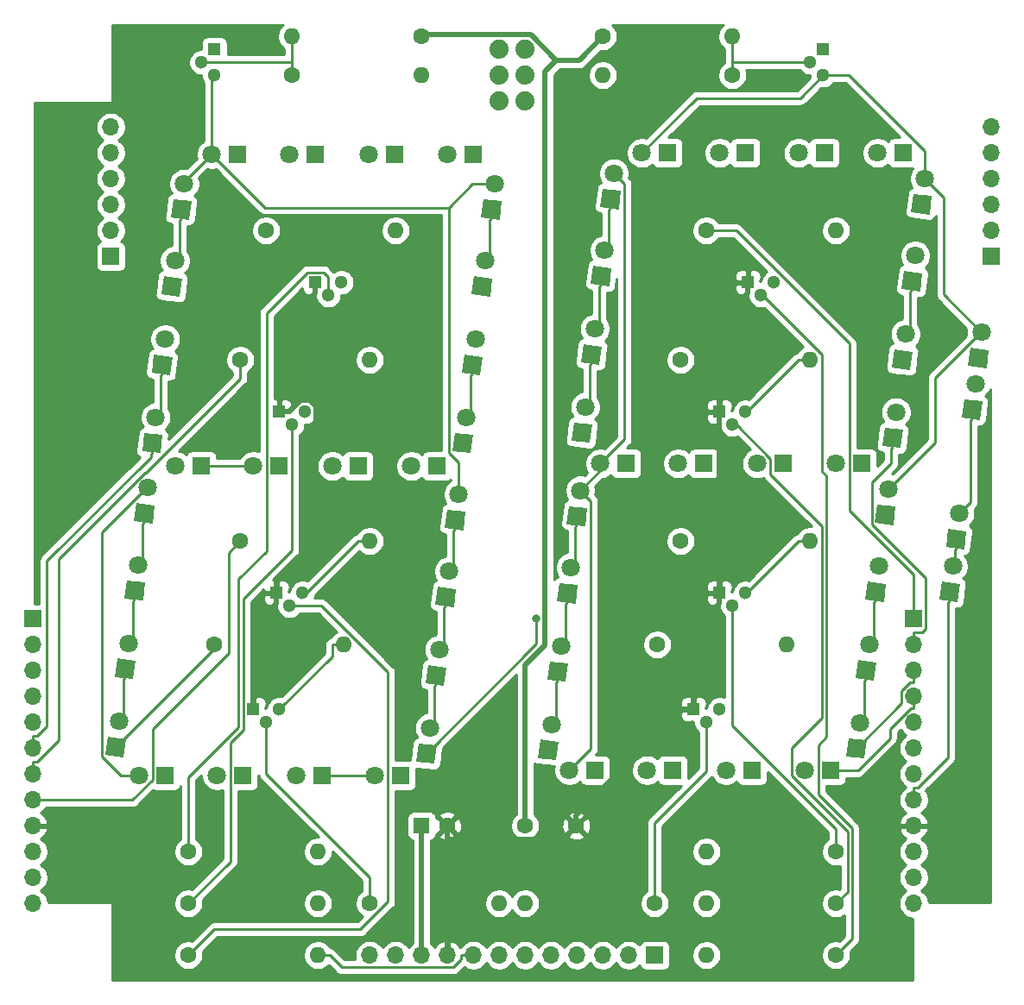
<source format=gbl>
G04 #@! TF.GenerationSoftware,KiCad,Pcbnew,5.1.5-5.1.5*
G04 #@! TF.CreationDate,2020-09-06T13:46:07+10:00*
G04 #@! TF.ProjectId,7segment,37736567-6d65-46e7-942e-6b696361645f,rev?*
G04 #@! TF.SameCoordinates,PX292dfe0PY1d11680*
G04 #@! TF.FileFunction,Copper,L2,Bot*
G04 #@! TF.FilePolarity,Positive*
%FSLAX46Y46*%
G04 Gerber Fmt 4.6, Leading zero omitted, Abs format (unit mm)*
G04 Created by KiCad (PCBNEW 5.1.5-5.1.5) date 2020-09-06 13:46:07*
%MOMM*%
%LPD*%
G04 APERTURE LIST*
%ADD10C,1.600000*%
%ADD11R,1.600000X1.600000*%
%ADD12O,1.700000X1.700000*%
%ADD13R,1.700000X1.700000*%
%ADD14C,0.100000*%
%ADD15C,1.800000*%
%ADD16C,1.879600*%
%ADD17O,1.600000X1.600000*%
%ADD18R,1.300000X1.300000*%
%ADD19C,1.300000*%
%ADD20R,1.800000X1.800000*%
%ADD21C,0.800000*%
%ADD22C,0.250000*%
%ADD23C,0.500000*%
%ADD24C,0.254000*%
G04 APERTURE END LIST*
D10*
X38060000Y-76200000D03*
D11*
X35560000Y-76200000D03*
D10*
X50720000Y-76200000D03*
X45720000Y-76200000D03*
D12*
X83820000Y-83820000D03*
X83820000Y-81280000D03*
X83820000Y-78740000D03*
X83820000Y-76200000D03*
X83820000Y-73660000D03*
X83820000Y-71120000D03*
X83820000Y-68580000D03*
X83820000Y-66040000D03*
X83820000Y-63500000D03*
X83820000Y-60960000D03*
X83820000Y-58420000D03*
D13*
X83820000Y-55880000D03*
G04 #@! TA.AperFunction,ComponentPad*
D14*
G36*
X90952756Y-31306598D02*
G01*
X89166173Y-31087233D01*
X89385538Y-29300650D01*
X91172121Y-29520015D01*
X90952756Y-31306598D01*
G37*
G04 #@! TD.AperFunction*
D15*
X90478695Y-27782557D03*
G04 #@! TA.AperFunction,ComponentPad*
D14*
G36*
X90333660Y-36348733D02*
G01*
X88547077Y-36129368D01*
X88766442Y-34342785D01*
X90553025Y-34562150D01*
X90333660Y-36348733D01*
G37*
G04 #@! TD.AperFunction*
D15*
X89859599Y-32824692D03*
G04 #@! TA.AperFunction,ComponentPad*
D14*
G36*
X88770442Y-49080122D02*
G01*
X86983859Y-48860757D01*
X87203224Y-47074174D01*
X88989807Y-47293539D01*
X88770442Y-49080122D01*
G37*
G04 #@! TD.AperFunction*
D15*
X88296381Y-45556081D03*
X87661807Y-50724269D03*
G04 #@! TA.AperFunction,ComponentPad*
D14*
G36*
X88135868Y-54248310D02*
G01*
X86349285Y-54028945D01*
X86568650Y-52242362D01*
X88355233Y-52461727D01*
X88135868Y-54248310D01*
G37*
G04 #@! TD.AperFunction*
D16*
X45720000Y0D03*
X43180000Y0D03*
X45720000Y-2540000D03*
X43180000Y-2540000D03*
X45720000Y-5080000D03*
X43180000Y-5080000D03*
D12*
X-2540000Y-83820000D03*
X-2540000Y-81280000D03*
X-2540000Y-78740000D03*
X-2540000Y-76200000D03*
X-2540000Y-73660000D03*
X-2540000Y-71120000D03*
X-2540000Y-68580000D03*
X-2540000Y-66040000D03*
X-2540000Y-63500000D03*
X-2540000Y-60960000D03*
X-2540000Y-58420000D03*
D13*
X-2540000Y-55880000D03*
D12*
X91440000Y-7620000D03*
X91440000Y-10160000D03*
X91440000Y-12700000D03*
X91440000Y-15240000D03*
X91440000Y-17780000D03*
D13*
X91440000Y-20320000D03*
D12*
X5080000Y-7620000D03*
X5080000Y-10160000D03*
X5080000Y-12700000D03*
X5080000Y-15240000D03*
X5080000Y-17780000D03*
D13*
X5080000Y-20320000D03*
D17*
X66040000Y1270000D03*
D10*
X53340000Y1270000D03*
D17*
X22860000Y1270000D03*
D10*
X35560000Y1270000D03*
D17*
X53340000Y-2540000D03*
D10*
X66040000Y-2540000D03*
D17*
X35560000Y-2540000D03*
D10*
X22860000Y-2540000D03*
D18*
X74930000Y0D03*
D19*
X74930000Y-2540000D03*
X73660000Y-1270000D03*
D18*
X15240000Y0D03*
D19*
X15240000Y-2540000D03*
X13970000Y-1270000D03*
D17*
X25400000Y-88900000D03*
D10*
X12700000Y-88900000D03*
D17*
X25400000Y-83820000D03*
D10*
X12700000Y-83820000D03*
D17*
X25400000Y-78740000D03*
D10*
X12700000Y-78740000D03*
D17*
X43180000Y-83820000D03*
D10*
X30480000Y-83820000D03*
D17*
X45720000Y-83820000D03*
D10*
X58420000Y-83820000D03*
D17*
X63500000Y-78740000D03*
D10*
X76200000Y-78740000D03*
D17*
X63500000Y-83820000D03*
D10*
X76200000Y-83820000D03*
D17*
X63500000Y-88900000D03*
D10*
X76200000Y-88900000D03*
D17*
X30480000Y-48260000D03*
D10*
X17780000Y-48260000D03*
D17*
X30480000Y-30480000D03*
D10*
X17780000Y-30480000D03*
D17*
X33020000Y-17780000D03*
D10*
X20320000Y-17780000D03*
D17*
X27940000Y-58420000D03*
D10*
X15240000Y-58420000D03*
D17*
X71374000Y-58420000D03*
D10*
X58674000Y-58420000D03*
D17*
X73660000Y-48260000D03*
D10*
X60960000Y-48260000D03*
D17*
X73660000Y-30480000D03*
D10*
X60960000Y-30480000D03*
D17*
X76200000Y-17780000D03*
D10*
X63500000Y-17780000D03*
D12*
X30480000Y-88900000D03*
X33020000Y-88900000D03*
X35560000Y-88900000D03*
X38100000Y-88900000D03*
X40640000Y-88900000D03*
X43180000Y-88900000D03*
X45720000Y-88900000D03*
X48260000Y-88900000D03*
X50800000Y-88900000D03*
X53340000Y-88900000D03*
X55880000Y-88900000D03*
D13*
X58420000Y-88900000D03*
D18*
X21336000Y-53340000D03*
D19*
X23876000Y-53340000D03*
X22606000Y-54610000D03*
D18*
X21590000Y-35560000D03*
D19*
X24130000Y-35560000D03*
X22860000Y-36830000D03*
D18*
X25146000Y-22860000D03*
D19*
X27686000Y-22860000D03*
X26416000Y-24130000D03*
D18*
X19050000Y-64770000D03*
D19*
X21590000Y-64770000D03*
X20320000Y-66040000D03*
D18*
X62230000Y-64770000D03*
D19*
X64770000Y-64770000D03*
X63500000Y-66040000D03*
D18*
X64770000Y-53340000D03*
D19*
X67310000Y-53340000D03*
X66040000Y-54610000D03*
D18*
X64770000Y-35560000D03*
D19*
X67310000Y-35560000D03*
X66040000Y-36830000D03*
D18*
X67564000Y-22860000D03*
D19*
X70104000Y-22860000D03*
X68834000Y-24130000D03*
D20*
X55626000Y-40640000D03*
D15*
X53086000Y-40640000D03*
D20*
X63246000Y-40640000D03*
D15*
X60706000Y-40640000D03*
D20*
X70993000Y-40640000D03*
D15*
X68453000Y-40640000D03*
X76200000Y-40640000D03*
D20*
X78740000Y-40640000D03*
G04 #@! TA.AperFunction,ComponentPad*
D14*
G36*
X54884756Y-15685598D02*
G01*
X53098173Y-15466233D01*
X53317538Y-13679650D01*
X55104121Y-13899015D01*
X54884756Y-15685598D01*
G37*
G04 #@! TD.AperFunction*
D15*
X54410695Y-12161557D03*
G04 #@! TA.AperFunction,ComponentPad*
D14*
G36*
X53956112Y-23248800D02*
G01*
X52169529Y-23029435D01*
X52388894Y-21242852D01*
X54175477Y-21462217D01*
X53956112Y-23248800D01*
G37*
G04 #@! TD.AperFunction*
D15*
X53482051Y-19724759D03*
G04 #@! TA.AperFunction,ComponentPad*
D14*
G36*
X53011990Y-30938055D02*
G01*
X51225407Y-30718690D01*
X51444772Y-28932107D01*
X53231355Y-29151472D01*
X53011990Y-30938055D01*
G37*
G04 #@! TD.AperFunction*
D15*
X52537929Y-27414014D03*
X51593807Y-35103269D03*
G04 #@! TA.AperFunction,ComponentPad*
D14*
G36*
X52067868Y-38627310D02*
G01*
X50281285Y-38407945D01*
X50500650Y-36621362D01*
X52287233Y-36840727D01*
X52067868Y-38627310D01*
G37*
G04 #@! TD.AperFunction*
G04 #@! TA.AperFunction,ComponentPad*
G36*
X51582756Y-46819098D02*
G01*
X49796173Y-46599733D01*
X50015538Y-44813150D01*
X51802121Y-45032515D01*
X51582756Y-46819098D01*
G37*
G04 #@! TD.AperFunction*
D15*
X51108695Y-43295057D03*
G04 #@! TA.AperFunction,ComponentPad*
D14*
G36*
X50654112Y-54382300D02*
G01*
X48867529Y-54162935D01*
X49086894Y-52376352D01*
X50873477Y-52595717D01*
X50654112Y-54382300D01*
G37*
G04 #@! TD.AperFunction*
D15*
X50180051Y-50858259D03*
G04 #@! TA.AperFunction,ComponentPad*
D14*
G36*
X49709990Y-62071555D02*
G01*
X47923407Y-61852190D01*
X48142772Y-60065607D01*
X49929355Y-60284972D01*
X49709990Y-62071555D01*
G37*
G04 #@! TD.AperFunction*
D15*
X49235929Y-58547514D03*
X48291807Y-66236769D03*
G04 #@! TA.AperFunction,ComponentPad*
D14*
G36*
X48765868Y-69760810D02*
G01*
X46979285Y-69541445D01*
X47198650Y-67754862D01*
X48985233Y-67974227D01*
X48765868Y-69760810D01*
G37*
G04 #@! TD.AperFunction*
D20*
X52578000Y-70739000D03*
D15*
X50038000Y-70739000D03*
D20*
X60198000Y-70739000D03*
D15*
X57658000Y-70739000D03*
D20*
X67945000Y-70739000D03*
D15*
X65405000Y-70739000D03*
X73152000Y-70739000D03*
D20*
X75692000Y-70739000D03*
G04 #@! TA.AperFunction,ComponentPad*
D14*
G36*
X81808756Y-46673598D02*
G01*
X80022173Y-46454233D01*
X80241538Y-44667650D01*
X82028121Y-44887015D01*
X81808756Y-46673598D01*
G37*
G04 #@! TD.AperFunction*
D15*
X81334695Y-43149557D03*
G04 #@! TA.AperFunction,ComponentPad*
D14*
G36*
X80880112Y-54236800D02*
G01*
X79093529Y-54017435D01*
X79312894Y-52230852D01*
X81099477Y-52450217D01*
X80880112Y-54236800D01*
G37*
G04 #@! TD.AperFunction*
D15*
X80406051Y-50712759D03*
G04 #@! TA.AperFunction,ComponentPad*
D14*
G36*
X79935990Y-61926055D02*
G01*
X78149407Y-61706690D01*
X78368772Y-59920107D01*
X80155355Y-60139472D01*
X79935990Y-61926055D01*
G37*
G04 #@! TD.AperFunction*
D15*
X79461929Y-58402014D03*
X78517807Y-66091269D03*
G04 #@! TA.AperFunction,ComponentPad*
D14*
G36*
X78991868Y-69615310D02*
G01*
X77205285Y-69395945D01*
X77424650Y-67609362D01*
X79211233Y-67828727D01*
X78991868Y-69615310D01*
G37*
G04 #@! TD.AperFunction*
G04 #@! TA.AperFunction,ComponentPad*
G36*
X85364756Y-16193598D02*
G01*
X83578173Y-15974233D01*
X83797538Y-14187650D01*
X85584121Y-14407015D01*
X85364756Y-16193598D01*
G37*
G04 #@! TD.AperFunction*
D15*
X84890695Y-12669557D03*
G04 #@! TA.AperFunction,ComponentPad*
D14*
G36*
X84436112Y-23756800D02*
G01*
X82649529Y-23537435D01*
X82868894Y-21750852D01*
X84655477Y-21970217D01*
X84436112Y-23756800D01*
G37*
G04 #@! TD.AperFunction*
D15*
X83962051Y-20232759D03*
G04 #@! TA.AperFunction,ComponentPad*
D14*
G36*
X83491990Y-31446055D02*
G01*
X81705407Y-31226690D01*
X81924772Y-29440107D01*
X83711355Y-29659472D01*
X83491990Y-31446055D01*
G37*
G04 #@! TD.AperFunction*
D15*
X83017929Y-27922014D03*
X82073807Y-35611269D03*
G04 #@! TA.AperFunction,ComponentPad*
D14*
G36*
X82547868Y-39135310D02*
G01*
X80761285Y-38915945D01*
X80980650Y-37129362D01*
X82767233Y-37348727D01*
X82547868Y-39135310D01*
G37*
G04 #@! TD.AperFunction*
D20*
X59690000Y-10160000D03*
D15*
X57150000Y-10160000D03*
D20*
X67310000Y-10160000D03*
D15*
X64770000Y-10160000D03*
D20*
X75057000Y-10160000D03*
D15*
X72517000Y-10160000D03*
X80264000Y-10160000D03*
D20*
X82804000Y-10160000D03*
X13970000Y-40894000D03*
D15*
X11430000Y-40894000D03*
D20*
X21590000Y-40894000D03*
D15*
X19050000Y-40894000D03*
D20*
X29337000Y-40894000D03*
D15*
X26797000Y-40894000D03*
X34544000Y-40894000D03*
D20*
X37084000Y-40894000D03*
G04 #@! TA.AperFunction,ComponentPad*
D14*
G36*
X12766456Y-16701598D02*
G01*
X10979873Y-16482233D01*
X11199238Y-14695650D01*
X12985821Y-14915015D01*
X12766456Y-16701598D01*
G37*
G04 #@! TD.AperFunction*
D15*
X12292395Y-13177557D03*
G04 #@! TA.AperFunction,ComponentPad*
D14*
G36*
X11837812Y-24264800D02*
G01*
X10051229Y-24045435D01*
X10270594Y-22258852D01*
X12057177Y-22478217D01*
X11837812Y-24264800D01*
G37*
G04 #@! TD.AperFunction*
D15*
X11363751Y-20740759D03*
G04 #@! TA.AperFunction,ComponentPad*
D14*
G36*
X10893690Y-31954055D02*
G01*
X9107107Y-31734690D01*
X9326472Y-29948107D01*
X11113055Y-30167472D01*
X10893690Y-31954055D01*
G37*
G04 #@! TD.AperFunction*
D15*
X10419629Y-28430014D03*
X9475507Y-36119269D03*
G04 #@! TA.AperFunction,ComponentPad*
D14*
G36*
X9949568Y-39643310D02*
G01*
X8162985Y-39423945D01*
X8382350Y-37637362D01*
X10168933Y-37856727D01*
X9949568Y-39643310D01*
G37*
G04 #@! TD.AperFunction*
G04 #@! TA.AperFunction,ComponentPad*
G36*
X9164756Y-46546598D02*
G01*
X7378173Y-46327233D01*
X7597538Y-44540650D01*
X9384121Y-44760015D01*
X9164756Y-46546598D01*
G37*
G04 #@! TD.AperFunction*
D15*
X8690695Y-43022557D03*
G04 #@! TA.AperFunction,ComponentPad*
D14*
G36*
X8236112Y-54109800D02*
G01*
X6449529Y-53890435D01*
X6668894Y-52103852D01*
X8455477Y-52323217D01*
X8236112Y-54109800D01*
G37*
G04 #@! TD.AperFunction*
D15*
X7762051Y-50585759D03*
G04 #@! TA.AperFunction,ComponentPad*
D14*
G36*
X7291990Y-61799055D02*
G01*
X5505407Y-61579690D01*
X5724772Y-59793107D01*
X7511355Y-60012472D01*
X7291990Y-61799055D01*
G37*
G04 #@! TD.AperFunction*
D15*
X6817929Y-58275014D03*
X5873807Y-65964269D03*
G04 #@! TA.AperFunction,ComponentPad*
D14*
G36*
X6347868Y-69488310D02*
G01*
X4561285Y-69268945D01*
X4780650Y-67482362D01*
X6567233Y-67701727D01*
X6347868Y-69488310D01*
G37*
G04 #@! TD.AperFunction*
D20*
X10414000Y-71247000D03*
D15*
X7874000Y-71247000D03*
D20*
X18034000Y-71247000D03*
D15*
X15494000Y-71247000D03*
D20*
X25781000Y-71247000D03*
D15*
X23241000Y-71247000D03*
X30988000Y-71247000D03*
D20*
X33528000Y-71247000D03*
G04 #@! TA.AperFunction,ComponentPad*
D14*
G36*
X39644756Y-47181598D02*
G01*
X37858173Y-46962233D01*
X38077538Y-45175650D01*
X39864121Y-45395015D01*
X39644756Y-47181598D01*
G37*
G04 #@! TD.AperFunction*
D15*
X39170695Y-43657557D03*
G04 #@! TA.AperFunction,ComponentPad*
D14*
G36*
X38716112Y-54744800D02*
G01*
X36929529Y-54525435D01*
X37148894Y-52738852D01*
X38935477Y-52958217D01*
X38716112Y-54744800D01*
G37*
G04 #@! TD.AperFunction*
D15*
X38242051Y-51220759D03*
G04 #@! TA.AperFunction,ComponentPad*
D14*
G36*
X37771990Y-62434055D02*
G01*
X35985407Y-62214690D01*
X36204772Y-60428107D01*
X37991355Y-60647472D01*
X37771990Y-62434055D01*
G37*
G04 #@! TD.AperFunction*
D15*
X37297929Y-58910014D03*
X36353807Y-66599269D03*
G04 #@! TA.AperFunction,ComponentPad*
D14*
G36*
X36827868Y-70123310D02*
G01*
X35041285Y-69903945D01*
X35260650Y-68117362D01*
X37047233Y-68336727D01*
X36827868Y-70123310D01*
G37*
G04 #@! TD.AperFunction*
G04 #@! TA.AperFunction,ComponentPad*
G36*
X43200756Y-16701598D02*
G01*
X41414173Y-16482233D01*
X41633538Y-14695650D01*
X43420121Y-14915015D01*
X43200756Y-16701598D01*
G37*
G04 #@! TD.AperFunction*
D15*
X42726695Y-13177557D03*
G04 #@! TA.AperFunction,ComponentPad*
D14*
G36*
X42272112Y-24264800D02*
G01*
X40485529Y-24045435D01*
X40704894Y-22258852D01*
X42491477Y-22478217D01*
X42272112Y-24264800D01*
G37*
G04 #@! TD.AperFunction*
D15*
X41798051Y-20740759D03*
G04 #@! TA.AperFunction,ComponentPad*
D14*
G36*
X41327990Y-31954055D02*
G01*
X39541407Y-31734690D01*
X39760772Y-29948107D01*
X41547355Y-30167472D01*
X41327990Y-31954055D01*
G37*
G04 #@! TD.AperFunction*
D15*
X40853929Y-28430014D03*
X39909807Y-36119269D03*
G04 #@! TA.AperFunction,ComponentPad*
D14*
G36*
X40383868Y-39643310D02*
G01*
X38597285Y-39423945D01*
X38816650Y-37637362D01*
X40603233Y-37856727D01*
X40383868Y-39643310D01*
G37*
G04 #@! TD.AperFunction*
D20*
X17526000Y-10287000D03*
D15*
X14986000Y-10287000D03*
D20*
X25146000Y-10287000D03*
D15*
X22606000Y-10287000D03*
D20*
X32893000Y-10287000D03*
D15*
X30353000Y-10287000D03*
X38100000Y-10287000D03*
D20*
X40640000Y-10287000D03*
D21*
X46829100Y-55835200D03*
D22*
X8690700Y-43022600D02*
X8590100Y-43022600D01*
X8590100Y-43022600D02*
X4185200Y-47427500D01*
X4185200Y-47427500D02*
X4185200Y-69365600D01*
X4185200Y-69365600D02*
X6066600Y-71247000D01*
X6066600Y-71247000D02*
X7874000Y-71247000D01*
X14986000Y-10287000D02*
X12292400Y-12980600D01*
X12292400Y-12980600D02*
X12292400Y-13177600D01*
X14986000Y-10287000D02*
X14986000Y-2794000D01*
X14986000Y-2794000D02*
X15240000Y-2540000D01*
X38220000Y-15516000D02*
X20215000Y-15516000D01*
X20215000Y-15516000D02*
X14986000Y-10287000D01*
X42726700Y-13177600D02*
X40558400Y-13177600D01*
X40558400Y-13177600D02*
X38220000Y-15516000D01*
X38220000Y-15516000D02*
X38220000Y-39609000D01*
X38220000Y-39609000D02*
X39170700Y-40559700D01*
X39170700Y-40559700D02*
X39170700Y-43657600D01*
X84890700Y-12669600D02*
X84890700Y-9981900D01*
X84890700Y-9981900D02*
X77448800Y-2540000D01*
X77448800Y-2540000D02*
X74930000Y-2540000D01*
X90426000Y-27729800D02*
X86744000Y-24047900D01*
X86744000Y-24047900D02*
X86744000Y-14522900D01*
X86744000Y-14522900D02*
X84890700Y-12669600D01*
X90426000Y-27729800D02*
X90478700Y-27782600D01*
X81334700Y-43149600D02*
X85909500Y-38574800D01*
X85909500Y-38574800D02*
X85909500Y-32246300D01*
X85909500Y-32246300D02*
X90426000Y-27729800D01*
X54410700Y-12161600D02*
X55454600Y-13205500D01*
X55454600Y-13205500D02*
X55454600Y-38271400D01*
X55454600Y-38271400D02*
X53086000Y-40640000D01*
X57150000Y-10160000D02*
X62537400Y-4772600D01*
X62537400Y-4772600D02*
X72697400Y-4772600D01*
X72697400Y-4772600D02*
X74930000Y-2540000D01*
X51108700Y-43295100D02*
X53086000Y-41317800D01*
X53086000Y-41317800D02*
X53086000Y-40640000D01*
X50038000Y-70739000D02*
X52152300Y-68624700D01*
X52152300Y-68624700D02*
X52152300Y-44338700D01*
X52152300Y-44338700D02*
X51108700Y-43295100D01*
X83820000Y-55880000D02*
X83820000Y-51554300D01*
X83820000Y-51554300D02*
X77514600Y-45248900D01*
X77514600Y-45248900D02*
X77514600Y-28890800D01*
X77514600Y-28890800D02*
X66403800Y-17780000D01*
X66403800Y-17780000D02*
X63500000Y-17780000D01*
X83820000Y-58420000D02*
X83820000Y-57244700D01*
X81764300Y-38132300D02*
X81596600Y-39497800D01*
X81596600Y-39497800D02*
X81596600Y-40611300D01*
X81596600Y-40611300D02*
X79688800Y-42519100D01*
X79688800Y-42519100D02*
X79688800Y-46604800D01*
X79688800Y-46604800D02*
X84995300Y-51911300D01*
X84995300Y-51911300D02*
X84995300Y-56877500D01*
X84995300Y-56877500D02*
X84628100Y-57244700D01*
X84628100Y-57244700D02*
X83820000Y-57244700D01*
X36044300Y-69120300D02*
X46829100Y-58335500D01*
X46829100Y-58335500D02*
X46829100Y-55835200D01*
X83820000Y-60960000D02*
X83820000Y-62135300D01*
X83820000Y-62135300D02*
X83452600Y-62135300D01*
X83452600Y-62135300D02*
X82644700Y-62943200D01*
X82644700Y-62943200D02*
X82644700Y-64175900D01*
X82644700Y-64175900D02*
X78208300Y-68612300D01*
X83820000Y-63500000D02*
X83820000Y-64675300D01*
X75692000Y-70739000D02*
X78339900Y-70739000D01*
X78339900Y-70739000D02*
X81471300Y-67607600D01*
X81471300Y-67607600D02*
X81471300Y-66722700D01*
X81471300Y-66722700D02*
X83518700Y-64675300D01*
X83518700Y-64675300D02*
X83820000Y-64675300D01*
X5564300Y-68485300D02*
X15240000Y-58809600D01*
X15240000Y-58809600D02*
X15240000Y-58420000D01*
X8998300Y-40005800D02*
X8998200Y-40005800D01*
X8998200Y-40005800D02*
X-1175400Y-50179400D01*
X-1175400Y-50179400D02*
X-1175400Y-66407400D01*
X-1175400Y-66407400D02*
X-2172700Y-67404700D01*
X-2172700Y-67404700D02*
X-2540000Y-67404700D01*
X-2540000Y-68580000D02*
X-2540000Y-67404700D01*
X9166000Y-38640300D02*
X8998300Y-40005800D01*
X-2540000Y-71120000D02*
X-2540000Y-69944700D01*
X17780000Y-30480000D02*
X17780000Y-32300500D01*
X17780000Y-32300500D02*
X8557100Y-41523400D01*
X8557100Y-41523400D02*
X8447200Y-41523400D01*
X8447200Y-41523400D02*
X-12000Y-49982600D01*
X-12000Y-49982600D02*
X-12000Y-67784000D01*
X-12000Y-67784000D02*
X-2172700Y-69944700D01*
X-2172700Y-69944700D02*
X-2540000Y-69944700D01*
X17780000Y-48260000D02*
X16649400Y-49390600D01*
X16649400Y-49390600D02*
X16649400Y-59239100D01*
X16649400Y-59239100D02*
X9188600Y-66699900D01*
X9188600Y-66699900D02*
X9188600Y-71671900D01*
X9188600Y-71671900D02*
X7200500Y-73660000D01*
X7200500Y-73660000D02*
X-2540000Y-73660000D01*
X83820000Y-73660000D02*
X83820000Y-72484700D01*
X87352300Y-53245300D02*
X87184600Y-54610800D01*
X87184600Y-54610800D02*
X87184600Y-69487400D01*
X87184600Y-69487400D02*
X84187300Y-72484700D01*
X84187300Y-72484700D02*
X83820000Y-72484700D01*
D23*
X62230000Y-64770000D02*
X61129700Y-64770000D01*
X50720000Y-76200000D02*
X50720000Y-75179700D01*
X50720000Y-75179700D02*
X61129700Y-64770000D01*
X38100000Y-77509700D02*
X49410300Y-77509700D01*
X49410300Y-77509700D02*
X50720000Y-76200000D01*
X24621800Y-34427100D02*
X25241000Y-35046300D01*
X25241000Y-35046300D02*
X25241000Y-48334700D01*
X25241000Y-48334700D02*
X21336000Y-52239700D01*
X22690300Y-35560000D02*
X22690300Y-35422500D01*
X22690300Y-35422500D02*
X23685700Y-34427100D01*
X23685700Y-34427100D02*
X24621800Y-34427100D01*
X24621800Y-34427100D02*
X24621800Y-24484500D01*
X24621800Y-24484500D02*
X25146000Y-23960300D01*
X25146000Y-22860000D02*
X25146000Y-23960300D01*
X38060000Y-76200000D02*
X38060000Y-77469700D01*
X38060000Y-77469700D02*
X38100000Y-77509700D01*
X38100000Y-87599700D02*
X38100000Y-77509700D01*
X64770000Y-53340000D02*
X64770000Y-54440300D01*
X64770000Y-54440300D02*
X62230000Y-56980300D01*
X62230000Y-56980300D02*
X62230000Y-64770000D01*
X64770000Y-53340000D02*
X64770000Y-35560000D01*
X21336000Y-53340000D02*
X21336000Y-52239700D01*
X21590000Y-35560000D02*
X22690300Y-35560000D01*
X21336000Y-53340000D02*
X21336000Y-54440300D01*
X19050000Y-64770000D02*
X19050000Y-56726300D01*
X19050000Y-56726300D02*
X21336000Y-54440300D01*
X67564000Y-22860000D02*
X67564000Y-23960300D01*
X67564000Y-23960300D02*
X64770000Y-26754300D01*
X64770000Y-26754300D02*
X64770000Y-35560000D01*
X38100000Y-88900000D02*
X38100000Y-87599700D01*
D22*
X68834000Y-24130000D02*
X68937900Y-24130000D01*
X68937900Y-24130000D02*
X74785300Y-29977400D01*
X74785300Y-29977400D02*
X74785300Y-41414900D01*
X74785300Y-41414900D02*
X75244800Y-41874400D01*
X75244800Y-41874400D02*
X75244800Y-67491200D01*
X75244800Y-67491200D02*
X74466600Y-68269400D01*
X74466600Y-68269400D02*
X74466600Y-73141700D01*
X74466600Y-73141700D02*
X77788600Y-76463700D01*
X77788600Y-76463700D02*
X77788600Y-87311400D01*
X77788600Y-87311400D02*
X76200000Y-88900000D01*
X66040000Y-36830000D02*
X66420300Y-36830000D01*
X66420300Y-36830000D02*
X69767600Y-40177300D01*
X69767600Y-40177300D02*
X69767600Y-41741000D01*
X69767600Y-41741000D02*
X74794400Y-46767800D01*
X74794400Y-46767800D02*
X74794400Y-65602600D01*
X74794400Y-65602600D02*
X71869600Y-68527400D01*
X71869600Y-68527400D02*
X71869600Y-71282800D01*
X71869600Y-71282800D02*
X77338200Y-76751400D01*
X77338200Y-76751400D02*
X77338200Y-82681800D01*
X77338200Y-82681800D02*
X76200000Y-83820000D01*
X66040000Y-54610000D02*
X66040000Y-66386200D01*
X66040000Y-66386200D02*
X76200000Y-76546200D01*
X76200000Y-76546200D02*
X76200000Y-78740000D01*
X63500000Y-66040000D02*
X63500000Y-70839000D01*
X63500000Y-70839000D02*
X58420000Y-75919000D01*
X58420000Y-75919000D02*
X58420000Y-83820000D01*
X20320000Y-66040000D02*
X20320000Y-71120000D01*
X20320000Y-71120000D02*
X30480000Y-81280000D01*
X30480000Y-81280000D02*
X30480000Y-83820000D01*
X26416000Y-24130000D02*
X26416000Y-22364100D01*
X26416000Y-22364100D02*
X25931700Y-21879800D01*
X25931700Y-21879800D02*
X24364800Y-21879800D01*
X24364800Y-21879800D02*
X20364600Y-25880000D01*
X20364600Y-25880000D02*
X20364600Y-49223300D01*
X20364600Y-49223300D02*
X17624200Y-51963700D01*
X17624200Y-51963700D02*
X17624200Y-66487600D01*
X17624200Y-66487600D02*
X12700000Y-71411800D01*
X12700000Y-71411800D02*
X12700000Y-78740000D01*
X12700000Y-83820000D02*
X16808700Y-79711300D01*
X16808700Y-79711300D02*
X16808700Y-68065000D01*
X16808700Y-68065000D02*
X18074600Y-66799100D01*
X18074600Y-66799100D02*
X18074600Y-53919200D01*
X18074600Y-53919200D02*
X22860000Y-49133800D01*
X22860000Y-49133800D02*
X22860000Y-36830000D01*
X22606000Y-54610000D02*
X25734800Y-54610000D01*
X25734800Y-54610000D02*
X32268500Y-61143700D01*
X32268500Y-61143700D02*
X32268500Y-83646900D01*
X32268500Y-83646900D02*
X29555400Y-86360000D01*
X29555400Y-86360000D02*
X15240000Y-86360000D01*
X15240000Y-86360000D02*
X12700000Y-88900000D01*
X25400000Y-88900000D02*
X26525300Y-88900000D01*
X40640000Y-88900000D02*
X39464700Y-88900000D01*
X39464700Y-88900000D02*
X39464700Y-89267300D01*
X39464700Y-89267300D02*
X38648000Y-90084000D01*
X38648000Y-90084000D02*
X27709300Y-90084000D01*
X27709300Y-90084000D02*
X26525300Y-88900000D01*
D23*
X48767400Y-1073200D02*
X47682800Y-2157800D01*
X47682800Y-2157800D02*
X47682800Y-58464800D01*
X47682800Y-58464800D02*
X45720000Y-60427600D01*
X45720000Y-60427600D02*
X45720000Y-76200000D01*
X35560000Y1270000D02*
X35724300Y1434300D01*
X35724300Y1434300D02*
X46259900Y1434300D01*
X46259900Y1434300D02*
X48767400Y-1073200D01*
X48767400Y-1073200D02*
X50996800Y-1073200D01*
X50996800Y-1073200D02*
X53340000Y1270000D01*
X35560000Y-88900000D02*
X35560000Y-76200000D01*
D22*
X22860000Y-1270000D02*
X22860000Y1270000D01*
X22860000Y-2540000D02*
X22860000Y-1270000D01*
X13970000Y-1270000D02*
X22860000Y-1270000D01*
X66040000Y-1270000D02*
X66040000Y1270000D01*
X66040000Y-2540000D02*
X66040000Y-1270000D01*
X73660000Y-1270000D02*
X66040000Y-1270000D01*
X73660000Y-30480000D02*
X72534700Y-30480000D01*
X67310000Y-35560000D02*
X67454700Y-35560000D01*
X67454700Y-35560000D02*
X72534700Y-30480000D01*
X73660000Y-48260000D02*
X72534700Y-48260000D01*
X67310000Y-53340000D02*
X67454700Y-53340000D01*
X67454700Y-53340000D02*
X72534700Y-48260000D01*
X27940000Y-58420000D02*
X26814700Y-58420000D01*
X21590000Y-64770000D02*
X26814700Y-59545300D01*
X26814700Y-59545300D02*
X26814700Y-58420000D01*
X30480000Y-48260000D02*
X29354700Y-48260000D01*
X23876000Y-53340000D02*
X24274700Y-53340000D01*
X24274700Y-53340000D02*
X29354700Y-48260000D01*
X40544400Y-30951100D02*
X40376700Y-32316600D01*
X39909800Y-36119300D02*
X40376700Y-35652400D01*
X40376700Y-35652400D02*
X40376700Y-32316600D01*
X36988400Y-61431100D02*
X36820700Y-62796600D01*
X36353800Y-66599300D02*
X36820700Y-66132400D01*
X36820700Y-66132400D02*
X36820700Y-62796600D01*
X30988000Y-71247000D02*
X25781000Y-71247000D01*
X6508400Y-60796100D02*
X6340700Y-62161600D01*
X5873800Y-65964300D02*
X6340700Y-65497400D01*
X6340700Y-65497400D02*
X6340700Y-62161600D01*
X10110100Y-30951100D02*
X9942400Y-32316600D01*
X9475500Y-36119300D02*
X9942400Y-35652400D01*
X9942400Y-35652400D02*
X9942400Y-32316600D01*
X79152400Y-60923100D02*
X78984700Y-62288600D01*
X78517800Y-66091300D02*
X78984700Y-65624400D01*
X78984700Y-65624400D02*
X78984700Y-62288600D01*
X48926400Y-61068600D02*
X48758700Y-62434100D01*
X48291800Y-66236800D02*
X48758700Y-65769900D01*
X48758700Y-65769900D02*
X48758700Y-62434100D01*
X52228400Y-29935100D02*
X52060700Y-31300600D01*
X51593800Y-35103300D02*
X52060700Y-34636400D01*
X52060700Y-34636400D02*
X52060700Y-31300600D01*
X87986800Y-48077100D02*
X87819100Y-49442600D01*
X87661800Y-50724300D02*
X87819100Y-50567000D01*
X87819100Y-50567000D02*
X87819100Y-49442600D01*
X42417100Y-15698600D02*
X42249400Y-17064100D01*
X41798100Y-20740800D02*
X42249400Y-20289500D01*
X42249400Y-20289500D02*
X42249400Y-17064100D01*
X38861100Y-46178600D02*
X38693400Y-47544100D01*
X38242100Y-51220800D02*
X38693400Y-50769500D01*
X38693400Y-50769500D02*
X38693400Y-47544100D01*
X37932500Y-53741800D02*
X37764800Y-55107300D01*
X37297900Y-58910000D02*
X37764800Y-58443100D01*
X37764800Y-58443100D02*
X37764800Y-55107300D01*
X7452500Y-53106800D02*
X7284800Y-54472300D01*
X6817900Y-58275000D02*
X7284800Y-57808100D01*
X7284800Y-57808100D02*
X7284800Y-54472300D01*
X83652500Y-22753800D02*
X83484800Y-24119300D01*
X83017900Y-27922000D02*
X83484800Y-27455100D01*
X83484800Y-27455100D02*
X83484800Y-24119300D01*
X80096500Y-53233800D02*
X79928800Y-54599300D01*
X79461900Y-58402000D02*
X79928800Y-57935100D01*
X79928800Y-57935100D02*
X79928800Y-54599300D01*
X49870500Y-53379300D02*
X49702800Y-54744800D01*
X49235900Y-58547500D02*
X49702800Y-58080600D01*
X49702800Y-58080600D02*
X49702800Y-54744800D01*
X53172500Y-22245800D02*
X53004800Y-23611300D01*
X52537900Y-27414000D02*
X53004800Y-26947100D01*
X53004800Y-26947100D02*
X53004800Y-23611300D01*
X89550100Y-35345800D02*
X89382400Y-36711200D01*
X88296400Y-45556100D02*
X89382400Y-44470100D01*
X89382400Y-44470100D02*
X89382400Y-36711200D01*
X8381100Y-45543600D02*
X8213400Y-46909100D01*
X7762100Y-50585800D02*
X8213400Y-50134500D01*
X8213400Y-50134500D02*
X8213400Y-46909100D01*
X11982800Y-15698600D02*
X11815100Y-17064100D01*
X11363800Y-20740800D02*
X11815100Y-20289500D01*
X11815100Y-20289500D02*
X11815100Y-17064100D01*
X19050000Y-40894000D02*
X13970000Y-40894000D01*
X50799100Y-45816100D02*
X50631400Y-47181600D01*
X50180100Y-50858300D02*
X50631400Y-50407000D01*
X50631400Y-50407000D02*
X50631400Y-47181600D01*
X54101100Y-14682600D02*
X53933400Y-16048100D01*
X53482100Y-19724800D02*
X53933400Y-19273500D01*
X53933400Y-19273500D02*
X53933400Y-16048100D01*
D24*
G36*
X65125241Y2384637D02*
G01*
X64925363Y2184759D01*
X64768320Y1949727D01*
X64660147Y1688574D01*
X64605000Y1411335D01*
X64605000Y1128665D01*
X64660147Y851426D01*
X64768320Y590273D01*
X64925363Y355241D01*
X65125241Y155363D01*
X65280001Y51956D01*
X65280000Y-1232667D01*
X65276323Y-1270000D01*
X65280001Y-1307342D01*
X65280001Y-1321956D01*
X65125241Y-1425363D01*
X64925363Y-1625241D01*
X64768320Y-1860273D01*
X64660147Y-2121426D01*
X64605000Y-2398665D01*
X64605000Y-2681335D01*
X64660147Y-2958574D01*
X64768320Y-3219727D01*
X64925363Y-3454759D01*
X65125241Y-3654637D01*
X65360273Y-3811680D01*
X65621426Y-3919853D01*
X65898665Y-3975000D01*
X66181335Y-3975000D01*
X66458574Y-3919853D01*
X66719727Y-3811680D01*
X66954759Y-3654637D01*
X67154637Y-3454759D01*
X67311680Y-3219727D01*
X67419853Y-2958574D01*
X67475000Y-2681335D01*
X67475000Y-2398665D01*
X67419853Y-2121426D01*
X67381983Y-2030000D01*
X72622359Y-2030000D01*
X72661875Y-2089140D01*
X72840860Y-2268125D01*
X73051324Y-2408753D01*
X73285179Y-2505619D01*
X73533439Y-2555000D01*
X73645000Y-2555000D01*
X73645000Y-2666561D01*
X73658876Y-2736322D01*
X72382599Y-4012600D01*
X62574722Y-4012600D01*
X62537399Y-4008924D01*
X62500076Y-4012600D01*
X62500067Y-4012600D01*
X62388414Y-4023597D01*
X62245153Y-4067054D01*
X62113123Y-4137626D01*
X62029483Y-4206268D01*
X61997399Y-4232599D01*
X61973601Y-4261597D01*
X57558930Y-8676269D01*
X57301184Y-8625000D01*
X56998816Y-8625000D01*
X56702257Y-8683989D01*
X56422905Y-8799701D01*
X56171495Y-8967688D01*
X55957688Y-9181495D01*
X55789701Y-9432905D01*
X55673989Y-9712257D01*
X55615000Y-10008816D01*
X55615000Y-10311184D01*
X55673989Y-10607743D01*
X55789701Y-10887095D01*
X55957688Y-11138505D01*
X56171495Y-11352312D01*
X56422905Y-11520299D01*
X56702257Y-11636011D01*
X56998816Y-11695000D01*
X57301184Y-11695000D01*
X57597743Y-11636011D01*
X57877095Y-11520299D01*
X58128505Y-11352312D01*
X58194944Y-11285873D01*
X58200498Y-11304180D01*
X58259463Y-11414494D01*
X58338815Y-11511185D01*
X58435506Y-11590537D01*
X58545820Y-11649502D01*
X58665518Y-11685812D01*
X58790000Y-11698072D01*
X60590000Y-11698072D01*
X60714482Y-11685812D01*
X60834180Y-11649502D01*
X60944494Y-11590537D01*
X61041185Y-11511185D01*
X61120537Y-11414494D01*
X61179502Y-11304180D01*
X61215812Y-11184482D01*
X61228072Y-11060000D01*
X61228072Y-10008816D01*
X63235000Y-10008816D01*
X63235000Y-10311184D01*
X63293989Y-10607743D01*
X63409701Y-10887095D01*
X63577688Y-11138505D01*
X63791495Y-11352312D01*
X64042905Y-11520299D01*
X64322257Y-11636011D01*
X64618816Y-11695000D01*
X64921184Y-11695000D01*
X65217743Y-11636011D01*
X65497095Y-11520299D01*
X65748505Y-11352312D01*
X65814944Y-11285873D01*
X65820498Y-11304180D01*
X65879463Y-11414494D01*
X65958815Y-11511185D01*
X66055506Y-11590537D01*
X66165820Y-11649502D01*
X66285518Y-11685812D01*
X66410000Y-11698072D01*
X68210000Y-11698072D01*
X68334482Y-11685812D01*
X68454180Y-11649502D01*
X68564494Y-11590537D01*
X68661185Y-11511185D01*
X68740537Y-11414494D01*
X68799502Y-11304180D01*
X68835812Y-11184482D01*
X68848072Y-11060000D01*
X68848072Y-10008816D01*
X70982000Y-10008816D01*
X70982000Y-10311184D01*
X71040989Y-10607743D01*
X71156701Y-10887095D01*
X71324688Y-11138505D01*
X71538495Y-11352312D01*
X71789905Y-11520299D01*
X72069257Y-11636011D01*
X72365816Y-11695000D01*
X72668184Y-11695000D01*
X72964743Y-11636011D01*
X73244095Y-11520299D01*
X73495505Y-11352312D01*
X73561944Y-11285873D01*
X73567498Y-11304180D01*
X73626463Y-11414494D01*
X73705815Y-11511185D01*
X73802506Y-11590537D01*
X73912820Y-11649502D01*
X74032518Y-11685812D01*
X74157000Y-11698072D01*
X75957000Y-11698072D01*
X76081482Y-11685812D01*
X76201180Y-11649502D01*
X76311494Y-11590537D01*
X76408185Y-11511185D01*
X76487537Y-11414494D01*
X76546502Y-11304180D01*
X76582812Y-11184482D01*
X76595072Y-11060000D01*
X76595072Y-9260000D01*
X76582812Y-9135518D01*
X76546502Y-9015820D01*
X76487537Y-8905506D01*
X76408185Y-8808815D01*
X76311494Y-8729463D01*
X76201180Y-8670498D01*
X76081482Y-8634188D01*
X75957000Y-8621928D01*
X74157000Y-8621928D01*
X74032518Y-8634188D01*
X73912820Y-8670498D01*
X73802506Y-8729463D01*
X73705815Y-8808815D01*
X73626463Y-8905506D01*
X73567498Y-9015820D01*
X73561944Y-9034127D01*
X73495505Y-8967688D01*
X73244095Y-8799701D01*
X72964743Y-8683989D01*
X72668184Y-8625000D01*
X72365816Y-8625000D01*
X72069257Y-8683989D01*
X71789905Y-8799701D01*
X71538495Y-8967688D01*
X71324688Y-9181495D01*
X71156701Y-9432905D01*
X71040989Y-9712257D01*
X70982000Y-10008816D01*
X68848072Y-10008816D01*
X68848072Y-9260000D01*
X68835812Y-9135518D01*
X68799502Y-9015820D01*
X68740537Y-8905506D01*
X68661185Y-8808815D01*
X68564494Y-8729463D01*
X68454180Y-8670498D01*
X68334482Y-8634188D01*
X68210000Y-8621928D01*
X66410000Y-8621928D01*
X66285518Y-8634188D01*
X66165820Y-8670498D01*
X66055506Y-8729463D01*
X65958815Y-8808815D01*
X65879463Y-8905506D01*
X65820498Y-9015820D01*
X65814944Y-9034127D01*
X65748505Y-8967688D01*
X65497095Y-8799701D01*
X65217743Y-8683989D01*
X64921184Y-8625000D01*
X64618816Y-8625000D01*
X64322257Y-8683989D01*
X64042905Y-8799701D01*
X63791495Y-8967688D01*
X63577688Y-9181495D01*
X63409701Y-9432905D01*
X63293989Y-9712257D01*
X63235000Y-10008816D01*
X61228072Y-10008816D01*
X61228072Y-9260000D01*
X61215812Y-9135518D01*
X61179502Y-9015820D01*
X61120537Y-8905506D01*
X61041185Y-8808815D01*
X60944494Y-8729463D01*
X60834180Y-8670498D01*
X60714482Y-8634188D01*
X60590000Y-8621928D01*
X59762873Y-8621928D01*
X62852202Y-5532600D01*
X72660078Y-5532600D01*
X72697400Y-5536276D01*
X72734722Y-5532600D01*
X72734733Y-5532600D01*
X72846386Y-5521603D01*
X72989647Y-5478146D01*
X73121676Y-5407574D01*
X73237401Y-5312601D01*
X73261204Y-5283597D01*
X74733678Y-3811124D01*
X74803439Y-3825000D01*
X75056561Y-3825000D01*
X75304821Y-3775619D01*
X75538676Y-3678753D01*
X75749140Y-3538125D01*
X75928125Y-3359140D01*
X75967641Y-3300000D01*
X77133999Y-3300000D01*
X82455926Y-8621928D01*
X81904000Y-8621928D01*
X81779518Y-8634188D01*
X81659820Y-8670498D01*
X81549506Y-8729463D01*
X81452815Y-8808815D01*
X81373463Y-8905506D01*
X81314498Y-9015820D01*
X81308944Y-9034127D01*
X81242505Y-8967688D01*
X80991095Y-8799701D01*
X80711743Y-8683989D01*
X80415184Y-8625000D01*
X80112816Y-8625000D01*
X79816257Y-8683989D01*
X79536905Y-8799701D01*
X79285495Y-8967688D01*
X79071688Y-9181495D01*
X78903701Y-9432905D01*
X78787989Y-9712257D01*
X78729000Y-10008816D01*
X78729000Y-10311184D01*
X78787989Y-10607743D01*
X78903701Y-10887095D01*
X79071688Y-11138505D01*
X79285495Y-11352312D01*
X79536905Y-11520299D01*
X79816257Y-11636011D01*
X80112816Y-11695000D01*
X80415184Y-11695000D01*
X80711743Y-11636011D01*
X80991095Y-11520299D01*
X81242505Y-11352312D01*
X81308944Y-11285873D01*
X81314498Y-11304180D01*
X81373463Y-11414494D01*
X81452815Y-11511185D01*
X81549506Y-11590537D01*
X81659820Y-11649502D01*
X81779518Y-11685812D01*
X81904000Y-11698072D01*
X83693692Y-11698072D01*
X83530396Y-11942462D01*
X83414684Y-12221814D01*
X83355695Y-12518373D01*
X83355695Y-12820741D01*
X83414684Y-13117300D01*
X83530396Y-13396652D01*
X83645889Y-13569500D01*
X83627021Y-13572784D01*
X83510343Y-13617865D01*
X83404702Y-13684842D01*
X83314157Y-13771142D01*
X83242188Y-13873448D01*
X83191562Y-13987829D01*
X83164222Y-14109889D01*
X82944857Y-15896472D01*
X82941856Y-16021519D01*
X82963307Y-16144750D01*
X83008388Y-16261428D01*
X83075365Y-16367069D01*
X83161665Y-16457614D01*
X83263971Y-16529583D01*
X83378352Y-16580209D01*
X83500412Y-16607549D01*
X85286995Y-16826914D01*
X85412042Y-16829915D01*
X85535273Y-16808464D01*
X85651951Y-16763383D01*
X85757592Y-16696406D01*
X85848137Y-16610106D01*
X85920106Y-16507800D01*
X85970732Y-16393419D01*
X85984001Y-16334180D01*
X85984000Y-24010582D01*
X85980324Y-24047910D01*
X85984000Y-24085228D01*
X85984000Y-24085232D01*
X85994997Y-24196885D01*
X86038454Y-24340146D01*
X86038455Y-24340147D01*
X86038458Y-24340156D01*
X86065164Y-24390116D01*
X86109026Y-24472175D01*
X86109029Y-24472179D01*
X86109032Y-24472184D01*
X86149038Y-24520930D01*
X86203999Y-24587901D01*
X86233005Y-24611706D01*
X88994970Y-27373596D01*
X88943695Y-27631373D01*
X88943695Y-27933741D01*
X88977468Y-28103530D01*
X85398498Y-31682501D01*
X85369500Y-31706299D01*
X85345702Y-31735297D01*
X85345701Y-31735298D01*
X85274526Y-31822024D01*
X85203954Y-31954054D01*
X85160498Y-32097315D01*
X85145824Y-32246300D01*
X85149501Y-32283632D01*
X85149500Y-38259998D01*
X81743665Y-41665834D01*
X81637905Y-41644797D01*
X82107603Y-41175099D01*
X82136601Y-41151301D01*
X82231574Y-41035576D01*
X82302146Y-40903547D01*
X82345603Y-40760286D01*
X82356600Y-40648633D01*
X82356600Y-40648625D01*
X82360276Y-40611300D01*
X82356600Y-40573975D01*
X82356600Y-39754689D01*
X82470107Y-39768626D01*
X82595154Y-39771627D01*
X82718385Y-39750176D01*
X82835063Y-39705095D01*
X82940704Y-39638118D01*
X83031249Y-39551818D01*
X83103218Y-39449512D01*
X83153844Y-39335131D01*
X83181184Y-39213071D01*
X83400549Y-37426488D01*
X83403550Y-37301441D01*
X83382099Y-37178210D01*
X83337018Y-37061532D01*
X83270041Y-36955891D01*
X83183741Y-36865346D01*
X83081435Y-36793377D01*
X83068321Y-36787572D01*
X83266119Y-36589774D01*
X83434106Y-36338364D01*
X83549818Y-36059012D01*
X83608807Y-35762453D01*
X83608807Y-35460085D01*
X83549818Y-35163526D01*
X83434106Y-34884174D01*
X83266119Y-34632764D01*
X83052312Y-34418957D01*
X82800902Y-34250970D01*
X82521550Y-34135258D01*
X82224991Y-34076269D01*
X81922623Y-34076269D01*
X81626064Y-34135258D01*
X81346712Y-34250970D01*
X81095302Y-34418957D01*
X80881495Y-34632764D01*
X80713508Y-34884174D01*
X80597796Y-35163526D01*
X80538807Y-35460085D01*
X80538807Y-35762453D01*
X80597796Y-36059012D01*
X80713508Y-36338364D01*
X80829001Y-36511212D01*
X80810133Y-36514496D01*
X80693455Y-36559577D01*
X80587814Y-36626554D01*
X80497269Y-36712854D01*
X80425300Y-36815160D01*
X80374674Y-36929541D01*
X80347334Y-37051601D01*
X80127969Y-38838184D01*
X80124968Y-38963231D01*
X80146419Y-39086462D01*
X80191500Y-39203140D01*
X80258477Y-39308781D01*
X80344777Y-39399326D01*
X80447083Y-39471295D01*
X80561464Y-39521921D01*
X80683524Y-39549261D01*
X80836600Y-39568056D01*
X80836601Y-40296497D01*
X80278072Y-40855026D01*
X80278072Y-39740000D01*
X80265812Y-39615518D01*
X80229502Y-39495820D01*
X80170537Y-39385506D01*
X80091185Y-39288815D01*
X79994494Y-39209463D01*
X79884180Y-39150498D01*
X79764482Y-39114188D01*
X79640000Y-39101928D01*
X78274600Y-39101928D01*
X78274600Y-31273976D01*
X81069090Y-31273976D01*
X81090541Y-31397207D01*
X81135622Y-31513885D01*
X81202599Y-31619526D01*
X81288899Y-31710071D01*
X81391205Y-31782040D01*
X81505586Y-31832666D01*
X81627646Y-31860006D01*
X83414229Y-32079371D01*
X83539276Y-32082372D01*
X83662507Y-32060921D01*
X83779185Y-32015840D01*
X83884826Y-31948863D01*
X83975371Y-31862563D01*
X84047340Y-31760257D01*
X84097966Y-31645876D01*
X84125306Y-31523816D01*
X84344671Y-29737233D01*
X84347672Y-29612186D01*
X84326221Y-29488955D01*
X84281140Y-29372277D01*
X84214163Y-29266636D01*
X84127863Y-29176091D01*
X84025557Y-29104122D01*
X84012443Y-29098317D01*
X84210241Y-28900519D01*
X84378228Y-28649109D01*
X84493940Y-28369757D01*
X84552929Y-28073198D01*
X84552929Y-27770830D01*
X84493940Y-27474271D01*
X84378228Y-27194919D01*
X84244800Y-26995230D01*
X84244800Y-24376174D01*
X84358351Y-24390116D01*
X84483398Y-24393117D01*
X84606629Y-24371666D01*
X84723307Y-24326585D01*
X84828948Y-24259608D01*
X84919493Y-24173308D01*
X84991462Y-24071002D01*
X85042088Y-23956621D01*
X85069428Y-23834561D01*
X85288793Y-22047978D01*
X85291794Y-21922931D01*
X85270343Y-21799700D01*
X85225262Y-21683022D01*
X85158285Y-21577381D01*
X85071985Y-21486836D01*
X84969679Y-21414867D01*
X84956565Y-21409062D01*
X85154363Y-21211264D01*
X85322350Y-20959854D01*
X85438062Y-20680502D01*
X85497051Y-20383943D01*
X85497051Y-20081575D01*
X85438062Y-19785016D01*
X85322350Y-19505664D01*
X85154363Y-19254254D01*
X84940556Y-19040447D01*
X84689146Y-18872460D01*
X84409794Y-18756748D01*
X84113235Y-18697759D01*
X83810867Y-18697759D01*
X83514308Y-18756748D01*
X83234956Y-18872460D01*
X82983546Y-19040447D01*
X82769739Y-19254254D01*
X82601752Y-19505664D01*
X82486040Y-19785016D01*
X82427051Y-20081575D01*
X82427051Y-20383943D01*
X82486040Y-20680502D01*
X82601752Y-20959854D01*
X82717245Y-21132702D01*
X82698377Y-21135986D01*
X82581699Y-21181067D01*
X82476058Y-21248044D01*
X82385513Y-21334344D01*
X82313544Y-21436650D01*
X82262918Y-21551031D01*
X82235578Y-21673091D01*
X82016213Y-23459674D01*
X82013212Y-23584721D01*
X82034663Y-23707952D01*
X82079744Y-23824630D01*
X82146721Y-23930271D01*
X82233021Y-24020816D01*
X82335327Y-24092785D01*
X82449708Y-24143411D01*
X82571768Y-24170751D01*
X82724801Y-24189541D01*
X82724800Y-26415248D01*
X82570186Y-26446003D01*
X82290834Y-26561715D01*
X82039424Y-26729702D01*
X81825617Y-26943509D01*
X81657630Y-27194919D01*
X81541918Y-27474271D01*
X81482929Y-27770830D01*
X81482929Y-28073198D01*
X81541918Y-28369757D01*
X81657630Y-28649109D01*
X81773123Y-28821957D01*
X81754255Y-28825241D01*
X81637577Y-28870322D01*
X81531936Y-28937299D01*
X81441391Y-29023599D01*
X81369422Y-29125905D01*
X81318796Y-29240286D01*
X81291456Y-29362346D01*
X81072091Y-31148929D01*
X81069090Y-31273976D01*
X78274600Y-31273976D01*
X78274600Y-28928122D01*
X78278276Y-28890799D01*
X78274600Y-28853476D01*
X78274600Y-28853467D01*
X78263603Y-28741814D01*
X78220146Y-28598553D01*
X78184284Y-28531461D01*
X78149574Y-28466523D01*
X78078399Y-28379797D01*
X78054601Y-28350799D01*
X78025603Y-28327001D01*
X67337267Y-17638665D01*
X74765000Y-17638665D01*
X74765000Y-17921335D01*
X74820147Y-18198574D01*
X74928320Y-18459727D01*
X75085363Y-18694759D01*
X75285241Y-18894637D01*
X75520273Y-19051680D01*
X75781426Y-19159853D01*
X76058665Y-19215000D01*
X76341335Y-19215000D01*
X76618574Y-19159853D01*
X76879727Y-19051680D01*
X77114759Y-18894637D01*
X77314637Y-18694759D01*
X77471680Y-18459727D01*
X77579853Y-18198574D01*
X77635000Y-17921335D01*
X77635000Y-17638665D01*
X77579853Y-17361426D01*
X77471680Y-17100273D01*
X77314637Y-16865241D01*
X77114759Y-16665363D01*
X76879727Y-16508320D01*
X76618574Y-16400147D01*
X76341335Y-16345000D01*
X76058665Y-16345000D01*
X75781426Y-16400147D01*
X75520273Y-16508320D01*
X75285241Y-16665363D01*
X75085363Y-16865241D01*
X74928320Y-17100273D01*
X74820147Y-17361426D01*
X74765000Y-17638665D01*
X67337267Y-17638665D01*
X66967604Y-17269003D01*
X66943801Y-17239999D01*
X66828076Y-17145026D01*
X66696047Y-17074454D01*
X66552786Y-17030997D01*
X66441133Y-17020000D01*
X66441122Y-17020000D01*
X66403800Y-17016324D01*
X66366478Y-17020000D01*
X64718043Y-17020000D01*
X64614637Y-16865241D01*
X64414759Y-16665363D01*
X64179727Y-16508320D01*
X63918574Y-16400147D01*
X63641335Y-16345000D01*
X63358665Y-16345000D01*
X63081426Y-16400147D01*
X62820273Y-16508320D01*
X62585241Y-16665363D01*
X62385363Y-16865241D01*
X62228320Y-17100273D01*
X62120147Y-17361426D01*
X62065000Y-17638665D01*
X62065000Y-17921335D01*
X62120147Y-18198574D01*
X62228320Y-18459727D01*
X62385363Y-18694759D01*
X62585241Y-18894637D01*
X62820273Y-19051680D01*
X63081426Y-19159853D01*
X63358665Y-19215000D01*
X63641335Y-19215000D01*
X63918574Y-19159853D01*
X64179727Y-19051680D01*
X64414759Y-18894637D01*
X64614637Y-18694759D01*
X64718043Y-18540000D01*
X66088999Y-18540000D01*
X69360400Y-21811401D01*
X69284860Y-21861875D01*
X69105875Y-22040860D01*
X68965247Y-22251324D01*
X68868381Y-22485179D01*
X68819088Y-22732998D01*
X68690252Y-22732998D01*
X68849000Y-22574250D01*
X68852072Y-22210000D01*
X68839812Y-22085518D01*
X68803502Y-21965820D01*
X68744537Y-21855506D01*
X68665185Y-21758815D01*
X68568494Y-21679463D01*
X68458180Y-21620498D01*
X68338482Y-21584188D01*
X68214000Y-21571928D01*
X67849750Y-21575000D01*
X67691000Y-21733750D01*
X67691000Y-22733000D01*
X67711000Y-22733000D01*
X67711000Y-22987000D01*
X67691000Y-22987000D01*
X67691000Y-23007000D01*
X67437000Y-23007000D01*
X67437000Y-22987000D01*
X66437750Y-22987000D01*
X66279000Y-23145750D01*
X66275928Y-23510000D01*
X66288188Y-23634482D01*
X66324498Y-23754180D01*
X66383463Y-23864494D01*
X66462815Y-23961185D01*
X66559506Y-24040537D01*
X66669820Y-24099502D01*
X66789518Y-24135812D01*
X66914000Y-24148072D01*
X67278250Y-24145000D01*
X67436998Y-23986252D01*
X67436998Y-24145000D01*
X67549000Y-24145000D01*
X67549000Y-24256561D01*
X67598381Y-24504821D01*
X67695247Y-24738676D01*
X67835875Y-24949140D01*
X68014860Y-25128125D01*
X68225324Y-25268753D01*
X68459179Y-25365619D01*
X68707439Y-25415000D01*
X68960561Y-25415000D01*
X69116985Y-25383886D01*
X72956981Y-29223883D01*
X72745241Y-29365363D01*
X72545363Y-29565241D01*
X72438053Y-29725842D01*
X72385714Y-29730997D01*
X72242453Y-29774454D01*
X72110423Y-29845026D01*
X72036096Y-29906025D01*
X71994699Y-29939999D01*
X71970901Y-29968997D01*
X67627016Y-34312883D01*
X67436561Y-34275000D01*
X67183439Y-34275000D01*
X66935179Y-34324381D01*
X66701324Y-34421247D01*
X66490860Y-34561875D01*
X66311875Y-34740860D01*
X66171247Y-34951324D01*
X66074381Y-35185179D01*
X66025088Y-35432998D01*
X65896252Y-35432998D01*
X66055000Y-35274250D01*
X66058072Y-34910000D01*
X66045812Y-34785518D01*
X66009502Y-34665820D01*
X65950537Y-34555506D01*
X65871185Y-34458815D01*
X65774494Y-34379463D01*
X65664180Y-34320498D01*
X65544482Y-34284188D01*
X65420000Y-34271928D01*
X65055750Y-34275000D01*
X64897000Y-34433750D01*
X64897000Y-35433000D01*
X64917000Y-35433000D01*
X64917000Y-35687000D01*
X64897000Y-35687000D01*
X64897000Y-35707000D01*
X64643000Y-35707000D01*
X64643000Y-35687000D01*
X63643750Y-35687000D01*
X63485000Y-35845750D01*
X63481928Y-36210000D01*
X63494188Y-36334482D01*
X63530498Y-36454180D01*
X63589463Y-36564494D01*
X63668815Y-36661185D01*
X63765506Y-36740537D01*
X63875820Y-36799502D01*
X63995518Y-36835812D01*
X64120000Y-36848072D01*
X64484250Y-36845000D01*
X64642998Y-36686252D01*
X64642998Y-36845000D01*
X64755000Y-36845000D01*
X64755000Y-36956561D01*
X64804381Y-37204821D01*
X64901247Y-37438676D01*
X65041875Y-37649140D01*
X65220860Y-37828125D01*
X65431324Y-37968753D01*
X65665179Y-38065619D01*
X65913439Y-38115000D01*
X66166561Y-38115000D01*
X66414821Y-38065619D01*
X66532411Y-38016912D01*
X67774903Y-39259405D01*
X67725905Y-39279701D01*
X67474495Y-39447688D01*
X67260688Y-39661495D01*
X67092701Y-39912905D01*
X66976989Y-40192257D01*
X66918000Y-40488816D01*
X66918000Y-40791184D01*
X66976989Y-41087743D01*
X67092701Y-41367095D01*
X67260688Y-41618505D01*
X67474495Y-41832312D01*
X67725905Y-42000299D01*
X68005257Y-42116011D01*
X68301816Y-42175000D01*
X68604184Y-42175000D01*
X68900743Y-42116011D01*
X69069033Y-42046303D01*
X69132626Y-42165276D01*
X69203801Y-42252002D01*
X69227600Y-42281001D01*
X69256598Y-42304799D01*
X73776798Y-46825000D01*
X73518665Y-46825000D01*
X73241426Y-46880147D01*
X72980273Y-46988320D01*
X72745241Y-47145363D01*
X72545363Y-47345241D01*
X72438053Y-47505842D01*
X72385714Y-47510997D01*
X72242453Y-47554454D01*
X72110423Y-47625026D01*
X72043300Y-47680113D01*
X71994699Y-47719999D01*
X71970901Y-47748997D01*
X67627016Y-52092883D01*
X67436561Y-52055000D01*
X67183439Y-52055000D01*
X66935179Y-52104381D01*
X66701324Y-52201247D01*
X66490860Y-52341875D01*
X66311875Y-52520860D01*
X66171247Y-52731324D01*
X66074381Y-52965179D01*
X66025088Y-53212998D01*
X65896252Y-53212998D01*
X66055000Y-53054250D01*
X66058072Y-52690000D01*
X66045812Y-52565518D01*
X66009502Y-52445820D01*
X65950537Y-52335506D01*
X65871185Y-52238815D01*
X65774494Y-52159463D01*
X65664180Y-52100498D01*
X65544482Y-52064188D01*
X65420000Y-52051928D01*
X65055750Y-52055000D01*
X64897000Y-52213750D01*
X64897000Y-53213000D01*
X64917000Y-53213000D01*
X64917000Y-53467000D01*
X64897000Y-53467000D01*
X64897000Y-53487000D01*
X64643000Y-53487000D01*
X64643000Y-53467000D01*
X63643750Y-53467000D01*
X63485000Y-53625750D01*
X63481928Y-53990000D01*
X63494188Y-54114482D01*
X63530498Y-54234180D01*
X63589463Y-54344494D01*
X63668815Y-54441185D01*
X63765506Y-54520537D01*
X63875820Y-54579502D01*
X63995518Y-54615812D01*
X64120000Y-54628072D01*
X64484250Y-54625000D01*
X64642998Y-54466252D01*
X64642998Y-54625000D01*
X64755000Y-54625000D01*
X64755000Y-54736561D01*
X64804381Y-54984821D01*
X64901247Y-55218676D01*
X65041875Y-55429140D01*
X65220860Y-55608125D01*
X65280000Y-55647641D01*
X65280001Y-63590374D01*
X65144821Y-63534381D01*
X64896561Y-63485000D01*
X64643439Y-63485000D01*
X64395179Y-63534381D01*
X64161324Y-63631247D01*
X63950860Y-63771875D01*
X63771875Y-63950860D01*
X63631247Y-64161324D01*
X63534381Y-64395179D01*
X63485088Y-64642998D01*
X63356252Y-64642998D01*
X63515000Y-64484250D01*
X63518072Y-64120000D01*
X63505812Y-63995518D01*
X63469502Y-63875820D01*
X63410537Y-63765506D01*
X63331185Y-63668815D01*
X63234494Y-63589463D01*
X63124180Y-63530498D01*
X63004482Y-63494188D01*
X62880000Y-63481928D01*
X62515750Y-63485000D01*
X62357000Y-63643750D01*
X62357000Y-64643000D01*
X62377000Y-64643000D01*
X62377000Y-64897000D01*
X62357000Y-64897000D01*
X62357000Y-64917000D01*
X62103000Y-64917000D01*
X62103000Y-64897000D01*
X61103750Y-64897000D01*
X60945000Y-65055750D01*
X60941928Y-65420000D01*
X60954188Y-65544482D01*
X60990498Y-65664180D01*
X61049463Y-65774494D01*
X61128815Y-65871185D01*
X61225506Y-65950537D01*
X61335820Y-66009502D01*
X61455518Y-66045812D01*
X61580000Y-66058072D01*
X61944250Y-66055000D01*
X62102998Y-65896252D01*
X62102998Y-66055000D01*
X62215000Y-66055000D01*
X62215000Y-66166561D01*
X62264381Y-66414821D01*
X62361247Y-66648676D01*
X62501875Y-66859140D01*
X62680860Y-67038125D01*
X62740000Y-67077641D01*
X62740001Y-70524197D01*
X61736072Y-71528126D01*
X61736072Y-69839000D01*
X61723812Y-69714518D01*
X61687502Y-69594820D01*
X61628537Y-69484506D01*
X61549185Y-69387815D01*
X61452494Y-69308463D01*
X61342180Y-69249498D01*
X61222482Y-69213188D01*
X61098000Y-69200928D01*
X59298000Y-69200928D01*
X59173518Y-69213188D01*
X59053820Y-69249498D01*
X58943506Y-69308463D01*
X58846815Y-69387815D01*
X58767463Y-69484506D01*
X58708498Y-69594820D01*
X58702944Y-69613127D01*
X58636505Y-69546688D01*
X58385095Y-69378701D01*
X58105743Y-69262989D01*
X57809184Y-69204000D01*
X57506816Y-69204000D01*
X57210257Y-69262989D01*
X56930905Y-69378701D01*
X56679495Y-69546688D01*
X56465688Y-69760495D01*
X56297701Y-70011905D01*
X56181989Y-70291257D01*
X56123000Y-70587816D01*
X56123000Y-70890184D01*
X56181989Y-71186743D01*
X56297701Y-71466095D01*
X56465688Y-71717505D01*
X56679495Y-71931312D01*
X56930905Y-72099299D01*
X57210257Y-72215011D01*
X57506816Y-72274000D01*
X57809184Y-72274000D01*
X58105743Y-72215011D01*
X58385095Y-72099299D01*
X58636505Y-71931312D01*
X58702944Y-71864873D01*
X58708498Y-71883180D01*
X58767463Y-71993494D01*
X58846815Y-72090185D01*
X58943506Y-72169537D01*
X59053820Y-72228502D01*
X59173518Y-72264812D01*
X59298000Y-72277072D01*
X60987126Y-72277072D01*
X57909003Y-75355196D01*
X57879999Y-75378999D01*
X57835616Y-75433080D01*
X57785026Y-75494724D01*
X57771370Y-75520273D01*
X57714454Y-75626754D01*
X57670997Y-75770015D01*
X57660000Y-75881668D01*
X57660000Y-75881678D01*
X57656324Y-75919000D01*
X57660000Y-75956322D01*
X57660001Y-82601956D01*
X57505241Y-82705363D01*
X57305363Y-82905241D01*
X57148320Y-83140273D01*
X57040147Y-83401426D01*
X56985000Y-83678665D01*
X56985000Y-83961335D01*
X57040147Y-84238574D01*
X57148320Y-84499727D01*
X57305363Y-84734759D01*
X57505241Y-84934637D01*
X57740273Y-85091680D01*
X58001426Y-85199853D01*
X58278665Y-85255000D01*
X58561335Y-85255000D01*
X58838574Y-85199853D01*
X59099727Y-85091680D01*
X59334759Y-84934637D01*
X59534637Y-84734759D01*
X59691680Y-84499727D01*
X59799853Y-84238574D01*
X59855000Y-83961335D01*
X59855000Y-83678665D01*
X62065000Y-83678665D01*
X62065000Y-83961335D01*
X62120147Y-84238574D01*
X62228320Y-84499727D01*
X62385363Y-84734759D01*
X62585241Y-84934637D01*
X62820273Y-85091680D01*
X63081426Y-85199853D01*
X63358665Y-85255000D01*
X63641335Y-85255000D01*
X63918574Y-85199853D01*
X64179727Y-85091680D01*
X64414759Y-84934637D01*
X64614637Y-84734759D01*
X64771680Y-84499727D01*
X64879853Y-84238574D01*
X64935000Y-83961335D01*
X64935000Y-83678665D01*
X64879853Y-83401426D01*
X64771680Y-83140273D01*
X64614637Y-82905241D01*
X64414759Y-82705363D01*
X64179727Y-82548320D01*
X63918574Y-82440147D01*
X63641335Y-82385000D01*
X63358665Y-82385000D01*
X63081426Y-82440147D01*
X62820273Y-82548320D01*
X62585241Y-82705363D01*
X62385363Y-82905241D01*
X62228320Y-83140273D01*
X62120147Y-83401426D01*
X62065000Y-83678665D01*
X59855000Y-83678665D01*
X59799853Y-83401426D01*
X59691680Y-83140273D01*
X59534637Y-82905241D01*
X59334759Y-82705363D01*
X59180000Y-82601957D01*
X59180000Y-78598665D01*
X62065000Y-78598665D01*
X62065000Y-78881335D01*
X62120147Y-79158574D01*
X62228320Y-79419727D01*
X62385363Y-79654759D01*
X62585241Y-79854637D01*
X62820273Y-80011680D01*
X63081426Y-80119853D01*
X63358665Y-80175000D01*
X63641335Y-80175000D01*
X63918574Y-80119853D01*
X64179727Y-80011680D01*
X64414759Y-79854637D01*
X64614637Y-79654759D01*
X64771680Y-79419727D01*
X64879853Y-79158574D01*
X64935000Y-78881335D01*
X64935000Y-78598665D01*
X64879853Y-78321426D01*
X64771680Y-78060273D01*
X64614637Y-77825241D01*
X64414759Y-77625363D01*
X64179727Y-77468320D01*
X63918574Y-77360147D01*
X63641335Y-77305000D01*
X63358665Y-77305000D01*
X63081426Y-77360147D01*
X62820273Y-77468320D01*
X62585241Y-77625363D01*
X62385363Y-77825241D01*
X62228320Y-78060273D01*
X62120147Y-78321426D01*
X62065000Y-78598665D01*
X59180000Y-78598665D01*
X59180000Y-76233801D01*
X64011003Y-71402799D01*
X64016585Y-71398218D01*
X64044701Y-71466095D01*
X64212688Y-71717505D01*
X64426495Y-71931312D01*
X64677905Y-72099299D01*
X64957257Y-72215011D01*
X65253816Y-72274000D01*
X65556184Y-72274000D01*
X65852743Y-72215011D01*
X66132095Y-72099299D01*
X66383505Y-71931312D01*
X66449944Y-71864873D01*
X66455498Y-71883180D01*
X66514463Y-71993494D01*
X66593815Y-72090185D01*
X66690506Y-72169537D01*
X66800820Y-72228502D01*
X66920518Y-72264812D01*
X67045000Y-72277072D01*
X68845000Y-72277072D01*
X68969482Y-72264812D01*
X69089180Y-72228502D01*
X69199494Y-72169537D01*
X69296185Y-72090185D01*
X69375537Y-71993494D01*
X69434502Y-71883180D01*
X69470812Y-71763482D01*
X69483072Y-71639000D01*
X69483072Y-70904073D01*
X75440000Y-76861002D01*
X75440000Y-77521956D01*
X75285241Y-77625363D01*
X75085363Y-77825241D01*
X74928320Y-78060273D01*
X74820147Y-78321426D01*
X74765000Y-78598665D01*
X74765000Y-78881335D01*
X74820147Y-79158574D01*
X74928320Y-79419727D01*
X75085363Y-79654759D01*
X75285241Y-79854637D01*
X75520273Y-80011680D01*
X75781426Y-80119853D01*
X76058665Y-80175000D01*
X76341335Y-80175000D01*
X76578201Y-80127884D01*
X76578201Y-82366997D01*
X76523886Y-82421312D01*
X76341335Y-82385000D01*
X76058665Y-82385000D01*
X75781426Y-82440147D01*
X75520273Y-82548320D01*
X75285241Y-82705363D01*
X75085363Y-82905241D01*
X74928320Y-83140273D01*
X74820147Y-83401426D01*
X74765000Y-83678665D01*
X74765000Y-83961335D01*
X74820147Y-84238574D01*
X74928320Y-84499727D01*
X75085363Y-84734759D01*
X75285241Y-84934637D01*
X75520273Y-85091680D01*
X75781426Y-85199853D01*
X76058665Y-85255000D01*
X76341335Y-85255000D01*
X76618574Y-85199853D01*
X76879727Y-85091680D01*
X77028601Y-84992206D01*
X77028601Y-86996597D01*
X76523886Y-87501312D01*
X76341335Y-87465000D01*
X76058665Y-87465000D01*
X75781426Y-87520147D01*
X75520273Y-87628320D01*
X75285241Y-87785363D01*
X75085363Y-87985241D01*
X74928320Y-88220273D01*
X74820147Y-88481426D01*
X74765000Y-88758665D01*
X74765000Y-89041335D01*
X74820147Y-89318574D01*
X74928320Y-89579727D01*
X75085363Y-89814759D01*
X75285241Y-90014637D01*
X75520273Y-90171680D01*
X75781426Y-90279853D01*
X76058665Y-90335000D01*
X76341335Y-90335000D01*
X76618574Y-90279853D01*
X76879727Y-90171680D01*
X77114759Y-90014637D01*
X77314637Y-89814759D01*
X77471680Y-89579727D01*
X77579853Y-89318574D01*
X77635000Y-89041335D01*
X77635000Y-88758665D01*
X77598688Y-88576114D01*
X78299603Y-87875199D01*
X78328601Y-87851401D01*
X78423574Y-87735676D01*
X78494146Y-87603647D01*
X78537603Y-87460386D01*
X78548600Y-87348733D01*
X78548600Y-87348725D01*
X78552276Y-87311400D01*
X78548600Y-87274075D01*
X78548600Y-76501022D01*
X78552276Y-76463699D01*
X78548600Y-76426376D01*
X78548600Y-76426367D01*
X78537603Y-76314714D01*
X78494146Y-76171453D01*
X78423574Y-76039424D01*
X78393187Y-76002397D01*
X78352399Y-75952696D01*
X78352395Y-75952692D01*
X78328601Y-75923699D01*
X78299609Y-75899906D01*
X75226600Y-72826899D01*
X75226600Y-72277072D01*
X76592000Y-72277072D01*
X76716482Y-72264812D01*
X76836180Y-72228502D01*
X76946494Y-72169537D01*
X77043185Y-72090185D01*
X77122537Y-71993494D01*
X77181502Y-71883180D01*
X77217812Y-71763482D01*
X77230072Y-71639000D01*
X77230072Y-71499000D01*
X78302578Y-71499000D01*
X78339900Y-71502676D01*
X78377222Y-71499000D01*
X78377233Y-71499000D01*
X78488886Y-71488003D01*
X78632147Y-71444546D01*
X78764176Y-71373974D01*
X78879901Y-71279001D01*
X78903704Y-71249997D01*
X81982304Y-68171398D01*
X82011301Y-68147601D01*
X82106274Y-68031876D01*
X82176846Y-67899847D01*
X82220303Y-67756586D01*
X82231300Y-67644933D01*
X82231300Y-67644924D01*
X82234976Y-67607601D01*
X82231300Y-67570278D01*
X82231300Y-67037501D01*
X82512574Y-66756228D01*
X82666525Y-66986632D01*
X82873368Y-67193475D01*
X83047760Y-67310000D01*
X82873368Y-67426525D01*
X82666525Y-67633368D01*
X82504010Y-67876589D01*
X82392068Y-68146842D01*
X82335000Y-68433740D01*
X82335000Y-68726260D01*
X82392068Y-69013158D01*
X82504010Y-69283411D01*
X82666525Y-69526632D01*
X82873368Y-69733475D01*
X83047760Y-69850000D01*
X82873368Y-69966525D01*
X82666525Y-70173368D01*
X82504010Y-70416589D01*
X82392068Y-70686842D01*
X82335000Y-70973740D01*
X82335000Y-71266260D01*
X82392068Y-71553158D01*
X82504010Y-71823411D01*
X82666525Y-72066632D01*
X82873368Y-72273475D01*
X83047760Y-72390000D01*
X82873368Y-72506525D01*
X82666525Y-72713368D01*
X82504010Y-72956589D01*
X82392068Y-73226842D01*
X82335000Y-73513740D01*
X82335000Y-73806260D01*
X82392068Y-74093158D01*
X82504010Y-74363411D01*
X82666525Y-74606632D01*
X82873368Y-74813475D01*
X83055534Y-74935195D01*
X82938645Y-75004822D01*
X82722412Y-75199731D01*
X82548359Y-75433080D01*
X82423175Y-75695901D01*
X82378524Y-75843110D01*
X82499845Y-76073000D01*
X83693000Y-76073000D01*
X83693000Y-76053000D01*
X83947000Y-76053000D01*
X83947000Y-76073000D01*
X85140155Y-76073000D01*
X85261476Y-75843110D01*
X85216825Y-75695901D01*
X85091641Y-75433080D01*
X84917588Y-75199731D01*
X84701355Y-75004822D01*
X84584466Y-74935195D01*
X84766632Y-74813475D01*
X84973475Y-74606632D01*
X85135990Y-74363411D01*
X85247932Y-74093158D01*
X85305000Y-73806260D01*
X85305000Y-73513740D01*
X85247932Y-73226842D01*
X85135990Y-72956589D01*
X84997491Y-72749310D01*
X87695603Y-70051199D01*
X87724601Y-70027401D01*
X87819574Y-69911676D01*
X87890146Y-69779647D01*
X87933603Y-69636386D01*
X87944600Y-69524733D01*
X87944600Y-69524724D01*
X87948276Y-69487401D01*
X87944600Y-69450078D01*
X87944600Y-54867689D01*
X88058107Y-54881626D01*
X88183154Y-54884627D01*
X88306385Y-54863176D01*
X88423063Y-54818095D01*
X88528704Y-54751118D01*
X88619249Y-54664818D01*
X88691218Y-54562512D01*
X88741844Y-54448131D01*
X88769184Y-54326071D01*
X88988549Y-52539488D01*
X88991550Y-52414441D01*
X88970099Y-52291210D01*
X88925018Y-52174532D01*
X88858041Y-52068891D01*
X88771741Y-51978346D01*
X88669435Y-51906377D01*
X88656321Y-51900572D01*
X88854119Y-51702774D01*
X89022106Y-51451364D01*
X89137818Y-51172012D01*
X89196807Y-50875453D01*
X89196807Y-50573085D01*
X89137818Y-50276526D01*
X89022106Y-49997174D01*
X88854119Y-49745764D01*
X88823746Y-49715391D01*
X88940959Y-49694988D01*
X89057637Y-49649907D01*
X89163278Y-49582930D01*
X89253823Y-49496630D01*
X89325792Y-49394324D01*
X89376418Y-49279943D01*
X89403758Y-49157883D01*
X89623123Y-47371300D01*
X89626124Y-47246253D01*
X89604673Y-47123022D01*
X89559592Y-47006344D01*
X89492615Y-46900703D01*
X89406315Y-46810158D01*
X89304009Y-46738189D01*
X89290895Y-46732384D01*
X89488693Y-46534586D01*
X89656680Y-46283176D01*
X89772392Y-46003824D01*
X89831381Y-45707265D01*
X89831381Y-45404897D01*
X89780119Y-45147183D01*
X89893404Y-45033898D01*
X89922401Y-45010101D01*
X90010708Y-44902499D01*
X90017374Y-44894377D01*
X90087946Y-44762347D01*
X90104159Y-44708899D01*
X90131403Y-44619086D01*
X90142400Y-44507433D01*
X90142400Y-44507423D01*
X90146076Y-44470100D01*
X90142400Y-44432777D01*
X90142400Y-36968113D01*
X90255899Y-36982049D01*
X90380946Y-36985050D01*
X90504177Y-36963599D01*
X90620855Y-36918518D01*
X90726496Y-36851541D01*
X90817041Y-36765241D01*
X90889010Y-36662935D01*
X90939636Y-36548554D01*
X90966976Y-36426494D01*
X91186341Y-34639911D01*
X91189342Y-34514864D01*
X91167891Y-34391633D01*
X91122810Y-34274955D01*
X91055833Y-34169314D01*
X90969533Y-34078769D01*
X90867227Y-34006800D01*
X90854113Y-34000995D01*
X91051911Y-33803197D01*
X91219898Y-33551787D01*
X91313000Y-33327020D01*
X91313000Y-83693000D01*
X85305000Y-83693000D01*
X85305000Y-83673740D01*
X85247932Y-83386842D01*
X85135990Y-83116589D01*
X84973475Y-82873368D01*
X84766632Y-82666525D01*
X84592240Y-82550000D01*
X84766632Y-82433475D01*
X84973475Y-82226632D01*
X85135990Y-81983411D01*
X85247932Y-81713158D01*
X85305000Y-81426260D01*
X85305000Y-81133740D01*
X85247932Y-80846842D01*
X85135990Y-80576589D01*
X84973475Y-80333368D01*
X84766632Y-80126525D01*
X84592240Y-80010000D01*
X84766632Y-79893475D01*
X84973475Y-79686632D01*
X85135990Y-79443411D01*
X85247932Y-79173158D01*
X85305000Y-78886260D01*
X85305000Y-78593740D01*
X85247932Y-78306842D01*
X85135990Y-78036589D01*
X84973475Y-77793368D01*
X84766632Y-77586525D01*
X84584466Y-77464805D01*
X84701355Y-77395178D01*
X84917588Y-77200269D01*
X85091641Y-76966920D01*
X85216825Y-76704099D01*
X85261476Y-76556890D01*
X85140155Y-76327000D01*
X83947000Y-76327000D01*
X83947000Y-76347000D01*
X83693000Y-76347000D01*
X83693000Y-76327000D01*
X82499845Y-76327000D01*
X82378524Y-76556890D01*
X82423175Y-76704099D01*
X82548359Y-76966920D01*
X82722412Y-77200269D01*
X82938645Y-77395178D01*
X83055534Y-77464805D01*
X82873368Y-77586525D01*
X82666525Y-77793368D01*
X82504010Y-78036589D01*
X82392068Y-78306842D01*
X82335000Y-78593740D01*
X82335000Y-78886260D01*
X82392068Y-79173158D01*
X82504010Y-79443411D01*
X82666525Y-79686632D01*
X82873368Y-79893475D01*
X83047760Y-80010000D01*
X82873368Y-80126525D01*
X82666525Y-80333368D01*
X82504010Y-80576589D01*
X82392068Y-80846842D01*
X82335000Y-81133740D01*
X82335000Y-81426260D01*
X82392068Y-81713158D01*
X82504010Y-81983411D01*
X82666525Y-82226632D01*
X82873368Y-82433475D01*
X83047760Y-82550000D01*
X82873368Y-82666525D01*
X82666525Y-82873368D01*
X82504010Y-83116589D01*
X82392068Y-83386842D01*
X82335000Y-83673740D01*
X82335000Y-83966260D01*
X82392068Y-84253158D01*
X82504010Y-84523411D01*
X82666525Y-84766632D01*
X82873368Y-84973475D01*
X83116589Y-85135990D01*
X83386842Y-85247932D01*
X83673740Y-85305000D01*
X83693000Y-85305000D01*
X83693000Y-91313000D01*
X5207000Y-91313000D01*
X5207000Y-83820000D01*
X5204560Y-83795224D01*
X5197333Y-83771399D01*
X5185597Y-83749443D01*
X5169803Y-83730197D01*
X5150557Y-83714403D01*
X5128601Y-83702667D01*
X5104776Y-83695440D01*
X5080000Y-83693000D01*
X-1055000Y-83693000D01*
X-1055000Y-83673740D01*
X-1112068Y-83386842D01*
X-1224010Y-83116589D01*
X-1386525Y-82873368D01*
X-1593368Y-82666525D01*
X-1767760Y-82550000D01*
X-1593368Y-82433475D01*
X-1386525Y-82226632D01*
X-1224010Y-81983411D01*
X-1112068Y-81713158D01*
X-1055000Y-81426260D01*
X-1055000Y-81133740D01*
X-1112068Y-80846842D01*
X-1224010Y-80576589D01*
X-1386525Y-80333368D01*
X-1593368Y-80126525D01*
X-1767760Y-80010000D01*
X-1593368Y-79893475D01*
X-1386525Y-79686632D01*
X-1224010Y-79443411D01*
X-1112068Y-79173158D01*
X-1055000Y-78886260D01*
X-1055000Y-78593740D01*
X-1112068Y-78306842D01*
X-1224010Y-78036589D01*
X-1386525Y-77793368D01*
X-1593368Y-77586525D01*
X-1775534Y-77464805D01*
X-1658645Y-77395178D01*
X-1442412Y-77200269D01*
X-1268359Y-76966920D01*
X-1143175Y-76704099D01*
X-1098524Y-76556890D01*
X-1219845Y-76327000D01*
X-2413000Y-76327000D01*
X-2413000Y-76073000D01*
X-1219845Y-76073000D01*
X-1098524Y-75843110D01*
X-1143175Y-75695901D01*
X-1268359Y-75433080D01*
X-1442412Y-75199731D01*
X-1658645Y-75004822D01*
X-1775534Y-74935195D01*
X-1593368Y-74813475D01*
X-1386525Y-74606632D01*
X-1261822Y-74420000D01*
X7163178Y-74420000D01*
X7200500Y-74423676D01*
X7237822Y-74420000D01*
X7237833Y-74420000D01*
X7349486Y-74409003D01*
X7492747Y-74365546D01*
X7624776Y-74294974D01*
X7740501Y-74200001D01*
X7764304Y-74170997D01*
X9223538Y-72711763D01*
X9269820Y-72736502D01*
X9389518Y-72772812D01*
X9514000Y-72785072D01*
X11314000Y-72785072D01*
X11438482Y-72772812D01*
X11558180Y-72736502D01*
X11668494Y-72677537D01*
X11765185Y-72598185D01*
X11844537Y-72501494D01*
X11903502Y-72391180D01*
X11939812Y-72271482D01*
X11940000Y-72269572D01*
X11940001Y-77521956D01*
X11785241Y-77625363D01*
X11585363Y-77825241D01*
X11428320Y-78060273D01*
X11320147Y-78321426D01*
X11265000Y-78598665D01*
X11265000Y-78881335D01*
X11320147Y-79158574D01*
X11428320Y-79419727D01*
X11585363Y-79654759D01*
X11785241Y-79854637D01*
X12020273Y-80011680D01*
X12281426Y-80119853D01*
X12558665Y-80175000D01*
X12841335Y-80175000D01*
X13118574Y-80119853D01*
X13379727Y-80011680D01*
X13614759Y-79854637D01*
X13814637Y-79654759D01*
X13971680Y-79419727D01*
X14079853Y-79158574D01*
X14135000Y-78881335D01*
X14135000Y-78598665D01*
X14079853Y-78321426D01*
X13971680Y-78060273D01*
X13814637Y-77825241D01*
X13614759Y-77625363D01*
X13460000Y-77521957D01*
X13460000Y-71726601D01*
X13959000Y-71227601D01*
X13959000Y-71398184D01*
X14017989Y-71694743D01*
X14133701Y-71974095D01*
X14301688Y-72225505D01*
X14515495Y-72439312D01*
X14766905Y-72607299D01*
X15046257Y-72723011D01*
X15342816Y-72782000D01*
X15645184Y-72782000D01*
X15941743Y-72723011D01*
X16048701Y-72678707D01*
X16048700Y-79396498D01*
X13023887Y-82421312D01*
X12841335Y-82385000D01*
X12558665Y-82385000D01*
X12281426Y-82440147D01*
X12020273Y-82548320D01*
X11785241Y-82705363D01*
X11585363Y-82905241D01*
X11428320Y-83140273D01*
X11320147Y-83401426D01*
X11265000Y-83678665D01*
X11265000Y-83961335D01*
X11320147Y-84238574D01*
X11428320Y-84499727D01*
X11585363Y-84734759D01*
X11785241Y-84934637D01*
X12020273Y-85091680D01*
X12281426Y-85199853D01*
X12558665Y-85255000D01*
X12841335Y-85255000D01*
X13118574Y-85199853D01*
X13379727Y-85091680D01*
X13614759Y-84934637D01*
X13814637Y-84734759D01*
X13971680Y-84499727D01*
X14079853Y-84238574D01*
X14135000Y-83961335D01*
X14135000Y-83678665D01*
X23965000Y-83678665D01*
X23965000Y-83961335D01*
X24020147Y-84238574D01*
X24128320Y-84499727D01*
X24285363Y-84734759D01*
X24485241Y-84934637D01*
X24720273Y-85091680D01*
X24981426Y-85199853D01*
X25258665Y-85255000D01*
X25541335Y-85255000D01*
X25818574Y-85199853D01*
X26079727Y-85091680D01*
X26314759Y-84934637D01*
X26514637Y-84734759D01*
X26671680Y-84499727D01*
X26779853Y-84238574D01*
X26835000Y-83961335D01*
X26835000Y-83678665D01*
X26779853Y-83401426D01*
X26671680Y-83140273D01*
X26514637Y-82905241D01*
X26314759Y-82705363D01*
X26079727Y-82548320D01*
X25818574Y-82440147D01*
X25541335Y-82385000D01*
X25258665Y-82385000D01*
X24981426Y-82440147D01*
X24720273Y-82548320D01*
X24485241Y-82705363D01*
X24285363Y-82905241D01*
X24128320Y-83140273D01*
X24020147Y-83401426D01*
X23965000Y-83678665D01*
X14135000Y-83678665D01*
X14098688Y-83496113D01*
X17319704Y-80275098D01*
X17348701Y-80251301D01*
X17443674Y-80135576D01*
X17514246Y-80003547D01*
X17557703Y-79860286D01*
X17568700Y-79748633D01*
X17568700Y-79748624D01*
X17572376Y-79711301D01*
X17568700Y-79673978D01*
X17568700Y-72785072D01*
X18934000Y-72785072D01*
X19058482Y-72772812D01*
X19178180Y-72736502D01*
X19288494Y-72677537D01*
X19385185Y-72598185D01*
X19464537Y-72501494D01*
X19523502Y-72391180D01*
X19559812Y-72271482D01*
X19572072Y-72147000D01*
X19572072Y-71272527D01*
X19581255Y-71302799D01*
X19614454Y-71412246D01*
X19685026Y-71544276D01*
X19732955Y-71602677D01*
X19780000Y-71660001D01*
X19808998Y-71683799D01*
X25430198Y-77305000D01*
X25258665Y-77305000D01*
X24981426Y-77360147D01*
X24720273Y-77468320D01*
X24485241Y-77625363D01*
X24285363Y-77825241D01*
X24128320Y-78060273D01*
X24020147Y-78321426D01*
X23965000Y-78598665D01*
X23965000Y-78881335D01*
X24020147Y-79158574D01*
X24128320Y-79419727D01*
X24285363Y-79654759D01*
X24485241Y-79854637D01*
X24720273Y-80011680D01*
X24981426Y-80119853D01*
X25258665Y-80175000D01*
X25541335Y-80175000D01*
X25818574Y-80119853D01*
X26079727Y-80011680D01*
X26314759Y-79854637D01*
X26514637Y-79654759D01*
X26671680Y-79419727D01*
X26779853Y-79158574D01*
X26835000Y-78881335D01*
X26835000Y-78709802D01*
X29720000Y-81594802D01*
X29720001Y-82601956D01*
X29565241Y-82705363D01*
X29365363Y-82905241D01*
X29208320Y-83140273D01*
X29100147Y-83401426D01*
X29045000Y-83678665D01*
X29045000Y-83961335D01*
X29100147Y-84238574D01*
X29208320Y-84499727D01*
X29365363Y-84734759D01*
X29565241Y-84934637D01*
X29769488Y-85071110D01*
X29240599Y-85600000D01*
X15277322Y-85600000D01*
X15239999Y-85596324D01*
X15202676Y-85600000D01*
X15202667Y-85600000D01*
X15091014Y-85610997D01*
X14947753Y-85654454D01*
X14815724Y-85725026D01*
X14815722Y-85725027D01*
X14815723Y-85725027D01*
X14728996Y-85796201D01*
X14728992Y-85796205D01*
X14699999Y-85819999D01*
X14676205Y-85848992D01*
X13023886Y-87501312D01*
X12841335Y-87465000D01*
X12558665Y-87465000D01*
X12281426Y-87520147D01*
X12020273Y-87628320D01*
X11785241Y-87785363D01*
X11585363Y-87985241D01*
X11428320Y-88220273D01*
X11320147Y-88481426D01*
X11265000Y-88758665D01*
X11265000Y-89041335D01*
X11320147Y-89318574D01*
X11428320Y-89579727D01*
X11585363Y-89814759D01*
X11785241Y-90014637D01*
X12020273Y-90171680D01*
X12281426Y-90279853D01*
X12558665Y-90335000D01*
X12841335Y-90335000D01*
X13118574Y-90279853D01*
X13379727Y-90171680D01*
X13614759Y-90014637D01*
X13814637Y-89814759D01*
X13971680Y-89579727D01*
X14079853Y-89318574D01*
X14135000Y-89041335D01*
X14135000Y-88758665D01*
X23965000Y-88758665D01*
X23965000Y-89041335D01*
X24020147Y-89318574D01*
X24128320Y-89579727D01*
X24285363Y-89814759D01*
X24485241Y-90014637D01*
X24720273Y-90171680D01*
X24981426Y-90279853D01*
X25258665Y-90335000D01*
X25541335Y-90335000D01*
X25818574Y-90279853D01*
X26079727Y-90171680D01*
X26314759Y-90014637D01*
X26439947Y-89889449D01*
X27145501Y-90595003D01*
X27169299Y-90624001D01*
X27285024Y-90718974D01*
X27417053Y-90789546D01*
X27560314Y-90833003D01*
X27671967Y-90844000D01*
X27671977Y-90844000D01*
X27709300Y-90847676D01*
X27746623Y-90844000D01*
X38610678Y-90844000D01*
X38648000Y-90847676D01*
X38685322Y-90844000D01*
X38685333Y-90844000D01*
X38796986Y-90833003D01*
X38940247Y-90789546D01*
X39072276Y-90718974D01*
X39188001Y-90624001D01*
X39211803Y-90594998D01*
X39729311Y-90077491D01*
X39936589Y-90215990D01*
X40206842Y-90327932D01*
X40493740Y-90385000D01*
X40786260Y-90385000D01*
X41073158Y-90327932D01*
X41343411Y-90215990D01*
X41586632Y-90053475D01*
X41793475Y-89846632D01*
X41910000Y-89672240D01*
X42026525Y-89846632D01*
X42233368Y-90053475D01*
X42476589Y-90215990D01*
X42746842Y-90327932D01*
X43033740Y-90385000D01*
X43326260Y-90385000D01*
X43613158Y-90327932D01*
X43883411Y-90215990D01*
X44126632Y-90053475D01*
X44333475Y-89846632D01*
X44450000Y-89672240D01*
X44566525Y-89846632D01*
X44773368Y-90053475D01*
X45016589Y-90215990D01*
X45286842Y-90327932D01*
X45573740Y-90385000D01*
X45866260Y-90385000D01*
X46153158Y-90327932D01*
X46423411Y-90215990D01*
X46666632Y-90053475D01*
X46873475Y-89846632D01*
X46990000Y-89672240D01*
X47106525Y-89846632D01*
X47313368Y-90053475D01*
X47556589Y-90215990D01*
X47826842Y-90327932D01*
X48113740Y-90385000D01*
X48406260Y-90385000D01*
X48693158Y-90327932D01*
X48963411Y-90215990D01*
X49206632Y-90053475D01*
X49413475Y-89846632D01*
X49530000Y-89672240D01*
X49646525Y-89846632D01*
X49853368Y-90053475D01*
X50096589Y-90215990D01*
X50366842Y-90327932D01*
X50653740Y-90385000D01*
X50946260Y-90385000D01*
X51233158Y-90327932D01*
X51503411Y-90215990D01*
X51746632Y-90053475D01*
X51953475Y-89846632D01*
X52070000Y-89672240D01*
X52186525Y-89846632D01*
X52393368Y-90053475D01*
X52636589Y-90215990D01*
X52906842Y-90327932D01*
X53193740Y-90385000D01*
X53486260Y-90385000D01*
X53773158Y-90327932D01*
X54043411Y-90215990D01*
X54286632Y-90053475D01*
X54493475Y-89846632D01*
X54610000Y-89672240D01*
X54726525Y-89846632D01*
X54933368Y-90053475D01*
X55176589Y-90215990D01*
X55446842Y-90327932D01*
X55733740Y-90385000D01*
X56026260Y-90385000D01*
X56313158Y-90327932D01*
X56583411Y-90215990D01*
X56826632Y-90053475D01*
X56958487Y-89921620D01*
X56980498Y-89994180D01*
X57039463Y-90104494D01*
X57118815Y-90201185D01*
X57215506Y-90280537D01*
X57325820Y-90339502D01*
X57445518Y-90375812D01*
X57570000Y-90388072D01*
X59270000Y-90388072D01*
X59394482Y-90375812D01*
X59514180Y-90339502D01*
X59624494Y-90280537D01*
X59721185Y-90201185D01*
X59800537Y-90104494D01*
X59859502Y-89994180D01*
X59895812Y-89874482D01*
X59908072Y-89750000D01*
X59908072Y-88758665D01*
X62065000Y-88758665D01*
X62065000Y-89041335D01*
X62120147Y-89318574D01*
X62228320Y-89579727D01*
X62385363Y-89814759D01*
X62585241Y-90014637D01*
X62820273Y-90171680D01*
X63081426Y-90279853D01*
X63358665Y-90335000D01*
X63641335Y-90335000D01*
X63918574Y-90279853D01*
X64179727Y-90171680D01*
X64414759Y-90014637D01*
X64614637Y-89814759D01*
X64771680Y-89579727D01*
X64879853Y-89318574D01*
X64935000Y-89041335D01*
X64935000Y-88758665D01*
X64879853Y-88481426D01*
X64771680Y-88220273D01*
X64614637Y-87985241D01*
X64414759Y-87785363D01*
X64179727Y-87628320D01*
X63918574Y-87520147D01*
X63641335Y-87465000D01*
X63358665Y-87465000D01*
X63081426Y-87520147D01*
X62820273Y-87628320D01*
X62585241Y-87785363D01*
X62385363Y-87985241D01*
X62228320Y-88220273D01*
X62120147Y-88481426D01*
X62065000Y-88758665D01*
X59908072Y-88758665D01*
X59908072Y-88050000D01*
X59895812Y-87925518D01*
X59859502Y-87805820D01*
X59800537Y-87695506D01*
X59721185Y-87598815D01*
X59624494Y-87519463D01*
X59514180Y-87460498D01*
X59394482Y-87424188D01*
X59270000Y-87411928D01*
X57570000Y-87411928D01*
X57445518Y-87424188D01*
X57325820Y-87460498D01*
X57215506Y-87519463D01*
X57118815Y-87598815D01*
X57039463Y-87695506D01*
X56980498Y-87805820D01*
X56958487Y-87878380D01*
X56826632Y-87746525D01*
X56583411Y-87584010D01*
X56313158Y-87472068D01*
X56026260Y-87415000D01*
X55733740Y-87415000D01*
X55446842Y-87472068D01*
X55176589Y-87584010D01*
X54933368Y-87746525D01*
X54726525Y-87953368D01*
X54610000Y-88127760D01*
X54493475Y-87953368D01*
X54286632Y-87746525D01*
X54043411Y-87584010D01*
X53773158Y-87472068D01*
X53486260Y-87415000D01*
X53193740Y-87415000D01*
X52906842Y-87472068D01*
X52636589Y-87584010D01*
X52393368Y-87746525D01*
X52186525Y-87953368D01*
X52070000Y-88127760D01*
X51953475Y-87953368D01*
X51746632Y-87746525D01*
X51503411Y-87584010D01*
X51233158Y-87472068D01*
X50946260Y-87415000D01*
X50653740Y-87415000D01*
X50366842Y-87472068D01*
X50096589Y-87584010D01*
X49853368Y-87746525D01*
X49646525Y-87953368D01*
X49530000Y-88127760D01*
X49413475Y-87953368D01*
X49206632Y-87746525D01*
X48963411Y-87584010D01*
X48693158Y-87472068D01*
X48406260Y-87415000D01*
X48113740Y-87415000D01*
X47826842Y-87472068D01*
X47556589Y-87584010D01*
X47313368Y-87746525D01*
X47106525Y-87953368D01*
X46990000Y-88127760D01*
X46873475Y-87953368D01*
X46666632Y-87746525D01*
X46423411Y-87584010D01*
X46153158Y-87472068D01*
X45866260Y-87415000D01*
X45573740Y-87415000D01*
X45286842Y-87472068D01*
X45016589Y-87584010D01*
X44773368Y-87746525D01*
X44566525Y-87953368D01*
X44450000Y-88127760D01*
X44333475Y-87953368D01*
X44126632Y-87746525D01*
X43883411Y-87584010D01*
X43613158Y-87472068D01*
X43326260Y-87415000D01*
X43033740Y-87415000D01*
X42746842Y-87472068D01*
X42476589Y-87584010D01*
X42233368Y-87746525D01*
X42026525Y-87953368D01*
X41910000Y-88127760D01*
X41793475Y-87953368D01*
X41586632Y-87746525D01*
X41343411Y-87584010D01*
X41073158Y-87472068D01*
X40786260Y-87415000D01*
X40493740Y-87415000D01*
X40206842Y-87472068D01*
X39936589Y-87584010D01*
X39693368Y-87746525D01*
X39486525Y-87953368D01*
X39364805Y-88135534D01*
X39295178Y-88018645D01*
X39100269Y-87802412D01*
X38866920Y-87628359D01*
X38604099Y-87503175D01*
X38456890Y-87458524D01*
X38227000Y-87579845D01*
X38227000Y-88773000D01*
X38247000Y-88773000D01*
X38247000Y-89027000D01*
X38227000Y-89027000D01*
X38227000Y-89047000D01*
X37973000Y-89047000D01*
X37973000Y-89027000D01*
X37953000Y-89027000D01*
X37953000Y-88773000D01*
X37973000Y-88773000D01*
X37973000Y-87579845D01*
X37743110Y-87458524D01*
X37595901Y-87503175D01*
X37333080Y-87628359D01*
X37099731Y-87802412D01*
X36904822Y-88018645D01*
X36835195Y-88135534D01*
X36713475Y-87953368D01*
X36506632Y-87746525D01*
X36445000Y-87705344D01*
X36445000Y-83678665D01*
X41745000Y-83678665D01*
X41745000Y-83961335D01*
X41800147Y-84238574D01*
X41908320Y-84499727D01*
X42065363Y-84734759D01*
X42265241Y-84934637D01*
X42500273Y-85091680D01*
X42761426Y-85199853D01*
X43038665Y-85255000D01*
X43321335Y-85255000D01*
X43598574Y-85199853D01*
X43859727Y-85091680D01*
X44094759Y-84934637D01*
X44294637Y-84734759D01*
X44450000Y-84502241D01*
X44605363Y-84734759D01*
X44805241Y-84934637D01*
X45040273Y-85091680D01*
X45301426Y-85199853D01*
X45578665Y-85255000D01*
X45861335Y-85255000D01*
X46138574Y-85199853D01*
X46399727Y-85091680D01*
X46634759Y-84934637D01*
X46834637Y-84734759D01*
X46991680Y-84499727D01*
X47099853Y-84238574D01*
X47155000Y-83961335D01*
X47155000Y-83678665D01*
X47099853Y-83401426D01*
X46991680Y-83140273D01*
X46834637Y-82905241D01*
X46634759Y-82705363D01*
X46399727Y-82548320D01*
X46138574Y-82440147D01*
X45861335Y-82385000D01*
X45578665Y-82385000D01*
X45301426Y-82440147D01*
X45040273Y-82548320D01*
X44805241Y-82705363D01*
X44605363Y-82905241D01*
X44450000Y-83137759D01*
X44294637Y-82905241D01*
X44094759Y-82705363D01*
X43859727Y-82548320D01*
X43598574Y-82440147D01*
X43321335Y-82385000D01*
X43038665Y-82385000D01*
X42761426Y-82440147D01*
X42500273Y-82548320D01*
X42265241Y-82705363D01*
X42065363Y-82905241D01*
X41908320Y-83140273D01*
X41800147Y-83401426D01*
X41745000Y-83678665D01*
X36445000Y-83678665D01*
X36445000Y-77629701D01*
X36484482Y-77625812D01*
X36604180Y-77589502D01*
X36714494Y-77530537D01*
X36811185Y-77451185D01*
X36890537Y-77354494D01*
X36949502Y-77244180D01*
X36965117Y-77192702D01*
X37246903Y-77192702D01*
X37318486Y-77436671D01*
X37573996Y-77557571D01*
X37848184Y-77626300D01*
X38130512Y-77640217D01*
X38410130Y-77598787D01*
X38676292Y-77503603D01*
X38801514Y-77436671D01*
X38873097Y-77192702D01*
X38060000Y-76379605D01*
X37246903Y-77192702D01*
X36965117Y-77192702D01*
X36985812Y-77124482D01*
X36998072Y-77000000D01*
X36998072Y-76992785D01*
X37067298Y-77013097D01*
X37880395Y-76200000D01*
X38239605Y-76200000D01*
X39052702Y-77013097D01*
X39296671Y-76941514D01*
X39417571Y-76686004D01*
X39486300Y-76411816D01*
X39500217Y-76129488D01*
X39458787Y-75849870D01*
X39363603Y-75583708D01*
X39296671Y-75458486D01*
X39052702Y-75386903D01*
X38239605Y-76200000D01*
X37880395Y-76200000D01*
X37067298Y-75386903D01*
X36998072Y-75407215D01*
X36998072Y-75400000D01*
X36985812Y-75275518D01*
X36965118Y-75207298D01*
X37246903Y-75207298D01*
X38060000Y-76020395D01*
X38873097Y-75207298D01*
X38801514Y-74963329D01*
X38546004Y-74842429D01*
X38271816Y-74773700D01*
X37989488Y-74759783D01*
X37709870Y-74801213D01*
X37443708Y-74896397D01*
X37318486Y-74963329D01*
X37246903Y-75207298D01*
X36965118Y-75207298D01*
X36949502Y-75155820D01*
X36890537Y-75045506D01*
X36811185Y-74948815D01*
X36714494Y-74869463D01*
X36604180Y-74810498D01*
X36484482Y-74774188D01*
X36360000Y-74761928D01*
X34760000Y-74761928D01*
X34635518Y-74774188D01*
X34515820Y-74810498D01*
X34405506Y-74869463D01*
X34308815Y-74948815D01*
X34229463Y-75045506D01*
X34170498Y-75155820D01*
X34134188Y-75275518D01*
X34121928Y-75400000D01*
X34121928Y-77000000D01*
X34134188Y-77124482D01*
X34170498Y-77244180D01*
X34229463Y-77354494D01*
X34308815Y-77451185D01*
X34405506Y-77530537D01*
X34515820Y-77589502D01*
X34635518Y-77625812D01*
X34675001Y-77629701D01*
X34675000Y-87705344D01*
X34613368Y-87746525D01*
X34406525Y-87953368D01*
X34290000Y-88127760D01*
X34173475Y-87953368D01*
X33966632Y-87746525D01*
X33723411Y-87584010D01*
X33453158Y-87472068D01*
X33166260Y-87415000D01*
X32873740Y-87415000D01*
X32586842Y-87472068D01*
X32316589Y-87584010D01*
X32073368Y-87746525D01*
X31866525Y-87953368D01*
X31750000Y-88127760D01*
X31633475Y-87953368D01*
X31426632Y-87746525D01*
X31183411Y-87584010D01*
X30913158Y-87472068D01*
X30626260Y-87415000D01*
X30333740Y-87415000D01*
X30046842Y-87472068D01*
X29776589Y-87584010D01*
X29533368Y-87746525D01*
X29326525Y-87953368D01*
X29164010Y-88196589D01*
X29052068Y-88466842D01*
X28995000Y-88753740D01*
X28995000Y-89046260D01*
X29050246Y-89324000D01*
X28024102Y-89324000D01*
X27089104Y-88389003D01*
X27065301Y-88359999D01*
X26949576Y-88265026D01*
X26817547Y-88194454D01*
X26674286Y-88150997D01*
X26621947Y-88145842D01*
X26514637Y-87985241D01*
X26314759Y-87785363D01*
X26079727Y-87628320D01*
X25818574Y-87520147D01*
X25541335Y-87465000D01*
X25258665Y-87465000D01*
X24981426Y-87520147D01*
X24720273Y-87628320D01*
X24485241Y-87785363D01*
X24285363Y-87985241D01*
X24128320Y-88220273D01*
X24020147Y-88481426D01*
X23965000Y-88758665D01*
X14135000Y-88758665D01*
X14098688Y-88576114D01*
X15554803Y-87120000D01*
X29518078Y-87120000D01*
X29555400Y-87123676D01*
X29592722Y-87120000D01*
X29592733Y-87120000D01*
X29704386Y-87109003D01*
X29847647Y-87065546D01*
X29979676Y-86994974D01*
X30095401Y-86900001D01*
X30119204Y-86870997D01*
X32779503Y-84210699D01*
X32808501Y-84186901D01*
X32903474Y-84071176D01*
X32974046Y-83939147D01*
X33017503Y-83795886D01*
X33028500Y-83684233D01*
X33028500Y-83684223D01*
X33032176Y-83646900D01*
X33028500Y-83609577D01*
X33028500Y-72785072D01*
X34428000Y-72785072D01*
X34552482Y-72772812D01*
X34672180Y-72736502D01*
X34782494Y-72677537D01*
X34879185Y-72598185D01*
X34958537Y-72501494D01*
X35017502Y-72391180D01*
X35053812Y-72271482D01*
X35066072Y-72147000D01*
X35066072Y-70549852D01*
X36750107Y-70756626D01*
X36875154Y-70759627D01*
X36998385Y-70738176D01*
X37115063Y-70693095D01*
X37220704Y-70626118D01*
X37311249Y-70539818D01*
X37383218Y-70437512D01*
X37433844Y-70323131D01*
X37461184Y-70201071D01*
X37660342Y-68579059D01*
X44835000Y-61404402D01*
X44835001Y-75065478D01*
X44805241Y-75085363D01*
X44605363Y-75285241D01*
X44448320Y-75520273D01*
X44340147Y-75781426D01*
X44285000Y-76058665D01*
X44285000Y-76341335D01*
X44340147Y-76618574D01*
X44448320Y-76879727D01*
X44605363Y-77114759D01*
X44805241Y-77314637D01*
X45040273Y-77471680D01*
X45301426Y-77579853D01*
X45578665Y-77635000D01*
X45861335Y-77635000D01*
X46138574Y-77579853D01*
X46399727Y-77471680D01*
X46634759Y-77314637D01*
X46756694Y-77192702D01*
X49906903Y-77192702D01*
X49978486Y-77436671D01*
X50233996Y-77557571D01*
X50508184Y-77626300D01*
X50790512Y-77640217D01*
X51070130Y-77598787D01*
X51336292Y-77503603D01*
X51461514Y-77436671D01*
X51533097Y-77192702D01*
X50720000Y-76379605D01*
X49906903Y-77192702D01*
X46756694Y-77192702D01*
X46834637Y-77114759D01*
X46991680Y-76879727D01*
X47099853Y-76618574D01*
X47155000Y-76341335D01*
X47155000Y-76270512D01*
X49279783Y-76270512D01*
X49321213Y-76550130D01*
X49416397Y-76816292D01*
X49483329Y-76941514D01*
X49727298Y-77013097D01*
X50540395Y-76200000D01*
X50899605Y-76200000D01*
X51712702Y-77013097D01*
X51956671Y-76941514D01*
X52077571Y-76686004D01*
X52146300Y-76411816D01*
X52160217Y-76129488D01*
X52118787Y-75849870D01*
X52023603Y-75583708D01*
X51956671Y-75458486D01*
X51712702Y-75386903D01*
X50899605Y-76200000D01*
X50540395Y-76200000D01*
X49727298Y-75386903D01*
X49483329Y-75458486D01*
X49362429Y-75713996D01*
X49293700Y-75988184D01*
X49279783Y-76270512D01*
X47155000Y-76270512D01*
X47155000Y-76058665D01*
X47099853Y-75781426D01*
X46991680Y-75520273D01*
X46834637Y-75285241D01*
X46756694Y-75207298D01*
X49906903Y-75207298D01*
X50720000Y-76020395D01*
X51533097Y-75207298D01*
X51461514Y-74963329D01*
X51206004Y-74842429D01*
X50931816Y-74773700D01*
X50649488Y-74759783D01*
X50369870Y-74801213D01*
X50103708Y-74896397D01*
X49978486Y-74963329D01*
X49906903Y-75207298D01*
X46756694Y-75207298D01*
X46634759Y-75085363D01*
X46605000Y-75065479D01*
X46605000Y-70054529D01*
X46665083Y-70096795D01*
X46779464Y-70147421D01*
X46901524Y-70174761D01*
X48545022Y-70376557D01*
X48503000Y-70587816D01*
X48503000Y-70890184D01*
X48561989Y-71186743D01*
X48677701Y-71466095D01*
X48845688Y-71717505D01*
X49059495Y-71931312D01*
X49310905Y-72099299D01*
X49590257Y-72215011D01*
X49886816Y-72274000D01*
X50189184Y-72274000D01*
X50485743Y-72215011D01*
X50765095Y-72099299D01*
X51016505Y-71931312D01*
X51082944Y-71864873D01*
X51088498Y-71883180D01*
X51147463Y-71993494D01*
X51226815Y-72090185D01*
X51323506Y-72169537D01*
X51433820Y-72228502D01*
X51553518Y-72264812D01*
X51678000Y-72277072D01*
X53478000Y-72277072D01*
X53602482Y-72264812D01*
X53722180Y-72228502D01*
X53832494Y-72169537D01*
X53929185Y-72090185D01*
X54008537Y-71993494D01*
X54067502Y-71883180D01*
X54103812Y-71763482D01*
X54116072Y-71639000D01*
X54116072Y-69839000D01*
X54103812Y-69714518D01*
X54067502Y-69594820D01*
X54008537Y-69484506D01*
X53929185Y-69387815D01*
X53832494Y-69308463D01*
X53722180Y-69249498D01*
X53602482Y-69213188D01*
X53478000Y-69200928D01*
X52650874Y-69200928D01*
X52663304Y-69188498D01*
X52692301Y-69164701D01*
X52787274Y-69048976D01*
X52857846Y-68916947D01*
X52901303Y-68773686D01*
X52912300Y-68662033D01*
X52912300Y-68662025D01*
X52915976Y-68624700D01*
X52912300Y-68587375D01*
X52912300Y-64120000D01*
X60941928Y-64120000D01*
X60945000Y-64484250D01*
X61103750Y-64643000D01*
X62103000Y-64643000D01*
X62103000Y-63643750D01*
X61944250Y-63485000D01*
X61580000Y-63481928D01*
X61455518Y-63494188D01*
X61335820Y-63530498D01*
X61225506Y-63589463D01*
X61128815Y-63668815D01*
X61049463Y-63765506D01*
X60990498Y-63875820D01*
X60954188Y-63995518D01*
X60941928Y-64120000D01*
X52912300Y-64120000D01*
X52912300Y-58278665D01*
X57239000Y-58278665D01*
X57239000Y-58561335D01*
X57294147Y-58838574D01*
X57402320Y-59099727D01*
X57559363Y-59334759D01*
X57759241Y-59534637D01*
X57994273Y-59691680D01*
X58255426Y-59799853D01*
X58532665Y-59855000D01*
X58815335Y-59855000D01*
X59092574Y-59799853D01*
X59353727Y-59691680D01*
X59588759Y-59534637D01*
X59788637Y-59334759D01*
X59945680Y-59099727D01*
X60053853Y-58838574D01*
X60109000Y-58561335D01*
X60109000Y-58278665D01*
X60053853Y-58001426D01*
X59945680Y-57740273D01*
X59788637Y-57505241D01*
X59588759Y-57305363D01*
X59353727Y-57148320D01*
X59092574Y-57040147D01*
X58815335Y-56985000D01*
X58532665Y-56985000D01*
X58255426Y-57040147D01*
X57994273Y-57148320D01*
X57759241Y-57305363D01*
X57559363Y-57505241D01*
X57402320Y-57740273D01*
X57294147Y-58001426D01*
X57239000Y-58278665D01*
X52912300Y-58278665D01*
X52912300Y-52690000D01*
X63481928Y-52690000D01*
X63485000Y-53054250D01*
X63643750Y-53213000D01*
X64643000Y-53213000D01*
X64643000Y-52213750D01*
X64484250Y-52055000D01*
X64120000Y-52051928D01*
X63995518Y-52064188D01*
X63875820Y-52100498D01*
X63765506Y-52159463D01*
X63668815Y-52238815D01*
X63589463Y-52335506D01*
X63530498Y-52445820D01*
X63494188Y-52565518D01*
X63481928Y-52690000D01*
X52912300Y-52690000D01*
X52912300Y-48118665D01*
X59525000Y-48118665D01*
X59525000Y-48401335D01*
X59580147Y-48678574D01*
X59688320Y-48939727D01*
X59845363Y-49174759D01*
X60045241Y-49374637D01*
X60280273Y-49531680D01*
X60541426Y-49639853D01*
X60818665Y-49695000D01*
X61101335Y-49695000D01*
X61378574Y-49639853D01*
X61639727Y-49531680D01*
X61874759Y-49374637D01*
X62074637Y-49174759D01*
X62231680Y-48939727D01*
X62339853Y-48678574D01*
X62395000Y-48401335D01*
X62395000Y-48118665D01*
X62339853Y-47841426D01*
X62231680Y-47580273D01*
X62074637Y-47345241D01*
X61874759Y-47145363D01*
X61639727Y-46988320D01*
X61378574Y-46880147D01*
X61101335Y-46825000D01*
X60818665Y-46825000D01*
X60541426Y-46880147D01*
X60280273Y-46988320D01*
X60045241Y-47145363D01*
X59845363Y-47345241D01*
X59688320Y-47580273D01*
X59580147Y-47841426D01*
X59525000Y-48118665D01*
X52912300Y-48118665D01*
X52912300Y-44376022D01*
X52915976Y-44338699D01*
X52912300Y-44301376D01*
X52912300Y-44301367D01*
X52901303Y-44189714D01*
X52857846Y-44046453D01*
X52787274Y-43914424D01*
X52692301Y-43798699D01*
X52663303Y-43774901D01*
X52592420Y-43704018D01*
X52643695Y-43446241D01*
X52643695Y-43143873D01*
X52592434Y-42886168D01*
X53320095Y-42158508D01*
X53533743Y-42116011D01*
X53813095Y-42000299D01*
X54064505Y-41832312D01*
X54130944Y-41765873D01*
X54136498Y-41784180D01*
X54195463Y-41894494D01*
X54274815Y-41991185D01*
X54371506Y-42070537D01*
X54481820Y-42129502D01*
X54601518Y-42165812D01*
X54726000Y-42178072D01*
X56526000Y-42178072D01*
X56650482Y-42165812D01*
X56770180Y-42129502D01*
X56880494Y-42070537D01*
X56977185Y-41991185D01*
X57056537Y-41894494D01*
X57115502Y-41784180D01*
X57151812Y-41664482D01*
X57164072Y-41540000D01*
X57164072Y-40488816D01*
X59171000Y-40488816D01*
X59171000Y-40791184D01*
X59229989Y-41087743D01*
X59345701Y-41367095D01*
X59513688Y-41618505D01*
X59727495Y-41832312D01*
X59978905Y-42000299D01*
X60258257Y-42116011D01*
X60554816Y-42175000D01*
X60857184Y-42175000D01*
X61153743Y-42116011D01*
X61433095Y-42000299D01*
X61684505Y-41832312D01*
X61750944Y-41765873D01*
X61756498Y-41784180D01*
X61815463Y-41894494D01*
X61894815Y-41991185D01*
X61991506Y-42070537D01*
X62101820Y-42129502D01*
X62221518Y-42165812D01*
X62346000Y-42178072D01*
X64146000Y-42178072D01*
X64270482Y-42165812D01*
X64390180Y-42129502D01*
X64500494Y-42070537D01*
X64597185Y-41991185D01*
X64676537Y-41894494D01*
X64735502Y-41784180D01*
X64771812Y-41664482D01*
X64784072Y-41540000D01*
X64784072Y-39740000D01*
X64771812Y-39615518D01*
X64735502Y-39495820D01*
X64676537Y-39385506D01*
X64597185Y-39288815D01*
X64500494Y-39209463D01*
X64390180Y-39150498D01*
X64270482Y-39114188D01*
X64146000Y-39101928D01*
X62346000Y-39101928D01*
X62221518Y-39114188D01*
X62101820Y-39150498D01*
X61991506Y-39209463D01*
X61894815Y-39288815D01*
X61815463Y-39385506D01*
X61756498Y-39495820D01*
X61750944Y-39514127D01*
X61684505Y-39447688D01*
X61433095Y-39279701D01*
X61153743Y-39163989D01*
X60857184Y-39105000D01*
X60554816Y-39105000D01*
X60258257Y-39163989D01*
X59978905Y-39279701D01*
X59727495Y-39447688D01*
X59513688Y-39661495D01*
X59345701Y-39912905D01*
X59229989Y-40192257D01*
X59171000Y-40488816D01*
X57164072Y-40488816D01*
X57164072Y-39740000D01*
X57151812Y-39615518D01*
X57115502Y-39495820D01*
X57056537Y-39385506D01*
X56977185Y-39288815D01*
X56880494Y-39209463D01*
X56770180Y-39150498D01*
X56650482Y-39114188D01*
X56526000Y-39101928D01*
X55698874Y-39101928D01*
X55965603Y-38835199D01*
X55994601Y-38811401D01*
X56089574Y-38695676D01*
X56160146Y-38563647D01*
X56203603Y-38420386D01*
X56214600Y-38308733D01*
X56214600Y-38308724D01*
X56218276Y-38271401D01*
X56214600Y-38234078D01*
X56214600Y-34910000D01*
X63481928Y-34910000D01*
X63485000Y-35274250D01*
X63643750Y-35433000D01*
X64643000Y-35433000D01*
X64643000Y-34433750D01*
X64484250Y-34275000D01*
X64120000Y-34271928D01*
X63995518Y-34284188D01*
X63875820Y-34320498D01*
X63765506Y-34379463D01*
X63668815Y-34458815D01*
X63589463Y-34555506D01*
X63530498Y-34665820D01*
X63494188Y-34785518D01*
X63481928Y-34910000D01*
X56214600Y-34910000D01*
X56214600Y-30338665D01*
X59525000Y-30338665D01*
X59525000Y-30621335D01*
X59580147Y-30898574D01*
X59688320Y-31159727D01*
X59845363Y-31394759D01*
X60045241Y-31594637D01*
X60280273Y-31751680D01*
X60541426Y-31859853D01*
X60818665Y-31915000D01*
X61101335Y-31915000D01*
X61378574Y-31859853D01*
X61639727Y-31751680D01*
X61874759Y-31594637D01*
X62074637Y-31394759D01*
X62231680Y-31159727D01*
X62339853Y-30898574D01*
X62395000Y-30621335D01*
X62395000Y-30338665D01*
X62339853Y-30061426D01*
X62231680Y-29800273D01*
X62074637Y-29565241D01*
X61874759Y-29365363D01*
X61639727Y-29208320D01*
X61378574Y-29100147D01*
X61101335Y-29045000D01*
X60818665Y-29045000D01*
X60541426Y-29100147D01*
X60280273Y-29208320D01*
X60045241Y-29365363D01*
X59845363Y-29565241D01*
X59688320Y-29800273D01*
X59580147Y-30061426D01*
X59525000Y-30338665D01*
X56214600Y-30338665D01*
X56214600Y-22210000D01*
X66275928Y-22210000D01*
X66279000Y-22574250D01*
X66437750Y-22733000D01*
X67437000Y-22733000D01*
X67437000Y-21733750D01*
X67278250Y-21575000D01*
X66914000Y-21571928D01*
X66789518Y-21584188D01*
X66669820Y-21620498D01*
X66559506Y-21679463D01*
X66462815Y-21758815D01*
X66383463Y-21855506D01*
X66324498Y-21965820D01*
X66288188Y-22085518D01*
X66275928Y-22210000D01*
X56214600Y-22210000D01*
X56214600Y-13242833D01*
X56218277Y-13205500D01*
X56203603Y-13056514D01*
X56160146Y-12913253D01*
X56089574Y-12781224D01*
X56018399Y-12694497D01*
X55994601Y-12665499D01*
X55965604Y-12641702D01*
X55894420Y-12570518D01*
X55945695Y-12312741D01*
X55945695Y-12010373D01*
X55886706Y-11713814D01*
X55770994Y-11434462D01*
X55603007Y-11183052D01*
X55389200Y-10969245D01*
X55137790Y-10801258D01*
X54858438Y-10685546D01*
X54561879Y-10626557D01*
X54259511Y-10626557D01*
X53962952Y-10685546D01*
X53683600Y-10801258D01*
X53432190Y-10969245D01*
X53218383Y-11183052D01*
X53050396Y-11434462D01*
X52934684Y-11713814D01*
X52875695Y-12010373D01*
X52875695Y-12312741D01*
X52934684Y-12609300D01*
X53050396Y-12888652D01*
X53165889Y-13061500D01*
X53147021Y-13064784D01*
X53030343Y-13109865D01*
X52924702Y-13176842D01*
X52834157Y-13263142D01*
X52762188Y-13365448D01*
X52711562Y-13479829D01*
X52684222Y-13601889D01*
X52464857Y-15388472D01*
X52461856Y-15513519D01*
X52483307Y-15636750D01*
X52528388Y-15753428D01*
X52595365Y-15859069D01*
X52681665Y-15949614D01*
X52783971Y-16021583D01*
X52898352Y-16072209D01*
X53020412Y-16099549D01*
X53173401Y-16118334D01*
X53173400Y-18221081D01*
X53034308Y-18248748D01*
X52754956Y-18364460D01*
X52503546Y-18532447D01*
X52289739Y-18746254D01*
X52121752Y-18997664D01*
X52006040Y-19277016D01*
X51947051Y-19573575D01*
X51947051Y-19875943D01*
X52006040Y-20172502D01*
X52121752Y-20451854D01*
X52237245Y-20624702D01*
X52218377Y-20627986D01*
X52101699Y-20673067D01*
X51996058Y-20740044D01*
X51905513Y-20826344D01*
X51833544Y-20928650D01*
X51782918Y-21043031D01*
X51755578Y-21165091D01*
X51536213Y-22951674D01*
X51533212Y-23076721D01*
X51554663Y-23199952D01*
X51599744Y-23316630D01*
X51666721Y-23422271D01*
X51753021Y-23512816D01*
X51855327Y-23584785D01*
X51969708Y-23635411D01*
X52091768Y-23662751D01*
X52244801Y-23681541D01*
X52244800Y-25907248D01*
X52090186Y-25938003D01*
X51810834Y-26053715D01*
X51559424Y-26221702D01*
X51345617Y-26435509D01*
X51177630Y-26686919D01*
X51061918Y-26966271D01*
X51002929Y-27262830D01*
X51002929Y-27565198D01*
X51061918Y-27861757D01*
X51177630Y-28141109D01*
X51293123Y-28313957D01*
X51274255Y-28317241D01*
X51157577Y-28362322D01*
X51051936Y-28429299D01*
X50961391Y-28515599D01*
X50889422Y-28617905D01*
X50838796Y-28732286D01*
X50811456Y-28854346D01*
X50592091Y-30640929D01*
X50589090Y-30765976D01*
X50610541Y-30889207D01*
X50655622Y-31005885D01*
X50722599Y-31111526D01*
X50808899Y-31202071D01*
X50911205Y-31274040D01*
X51025586Y-31324666D01*
X51147646Y-31352006D01*
X51300701Y-31370799D01*
X51300700Y-33596499D01*
X51146064Y-33627258D01*
X50866712Y-33742970D01*
X50615302Y-33910957D01*
X50401495Y-34124764D01*
X50233508Y-34376174D01*
X50117796Y-34655526D01*
X50058807Y-34952085D01*
X50058807Y-35254453D01*
X50117796Y-35551012D01*
X50233508Y-35830364D01*
X50349001Y-36003212D01*
X50330133Y-36006496D01*
X50213455Y-36051577D01*
X50107814Y-36118554D01*
X50017269Y-36204854D01*
X49945300Y-36307160D01*
X49894674Y-36421541D01*
X49867334Y-36543601D01*
X49647969Y-38330184D01*
X49644968Y-38455231D01*
X49666419Y-38578462D01*
X49711500Y-38695140D01*
X49778477Y-38800781D01*
X49864777Y-38891326D01*
X49967083Y-38963295D01*
X50081464Y-39013921D01*
X50203524Y-39041261D01*
X51990107Y-39260626D01*
X52115154Y-39263627D01*
X52238385Y-39242176D01*
X52355063Y-39197095D01*
X52460704Y-39130118D01*
X52551249Y-39043818D01*
X52623218Y-38941512D01*
X52673844Y-38827131D01*
X52701184Y-38705071D01*
X52920549Y-36918488D01*
X52923550Y-36793441D01*
X52902099Y-36670210D01*
X52857018Y-36553532D01*
X52790041Y-36447891D01*
X52703741Y-36357346D01*
X52601435Y-36285377D01*
X52588321Y-36279572D01*
X52786119Y-36081774D01*
X52954106Y-35830364D01*
X53069818Y-35551012D01*
X53128807Y-35254453D01*
X53128807Y-34952085D01*
X53069818Y-34655526D01*
X52954106Y-34376174D01*
X52820700Y-34176518D01*
X52820700Y-31557431D01*
X52934229Y-31571371D01*
X53059276Y-31574372D01*
X53182507Y-31552921D01*
X53299185Y-31507840D01*
X53404826Y-31440863D01*
X53495371Y-31354563D01*
X53567340Y-31252257D01*
X53617966Y-31137876D01*
X53645306Y-31015816D01*
X53864671Y-29229233D01*
X53867672Y-29104186D01*
X53846221Y-28980955D01*
X53801140Y-28864277D01*
X53734163Y-28758636D01*
X53647863Y-28668091D01*
X53545557Y-28596122D01*
X53532443Y-28590317D01*
X53730241Y-28392519D01*
X53898228Y-28141109D01*
X54013940Y-27861757D01*
X54072929Y-27565198D01*
X54072929Y-27262830D01*
X54013940Y-26966271D01*
X53898228Y-26686919D01*
X53764800Y-26487230D01*
X53764800Y-23868174D01*
X53878351Y-23882116D01*
X54003398Y-23885117D01*
X54126629Y-23863666D01*
X54243307Y-23818585D01*
X54348948Y-23751608D01*
X54439493Y-23665308D01*
X54511462Y-23563002D01*
X54562088Y-23448621D01*
X54589428Y-23326561D01*
X54694600Y-22470002D01*
X54694601Y-37956597D01*
X53494930Y-39156269D01*
X53237184Y-39105000D01*
X52934816Y-39105000D01*
X52638257Y-39163989D01*
X52358905Y-39279701D01*
X52107495Y-39447688D01*
X51893688Y-39661495D01*
X51725701Y-39912905D01*
X51609989Y-40192257D01*
X51551000Y-40488816D01*
X51551000Y-40791184D01*
X51609989Y-41087743D01*
X51725701Y-41367095D01*
X51820310Y-41508688D01*
X51517665Y-41811334D01*
X51259879Y-41760057D01*
X50957511Y-41760057D01*
X50660952Y-41819046D01*
X50381600Y-41934758D01*
X50130190Y-42102745D01*
X49916383Y-42316552D01*
X49748396Y-42567962D01*
X49632684Y-42847314D01*
X49573695Y-43143873D01*
X49573695Y-43446241D01*
X49632684Y-43742800D01*
X49748396Y-44022152D01*
X49863889Y-44195000D01*
X49845021Y-44198284D01*
X49728343Y-44243365D01*
X49622702Y-44310342D01*
X49532157Y-44396642D01*
X49460188Y-44498948D01*
X49409562Y-44613329D01*
X49382222Y-44735389D01*
X49162857Y-46521972D01*
X49159856Y-46647019D01*
X49181307Y-46770250D01*
X49226388Y-46886928D01*
X49293365Y-46992569D01*
X49379665Y-47083114D01*
X49481971Y-47155083D01*
X49596352Y-47205709D01*
X49718412Y-47233049D01*
X49871401Y-47251834D01*
X49871400Y-49354581D01*
X49732308Y-49382248D01*
X49452956Y-49497960D01*
X49201546Y-49665947D01*
X48987739Y-49879754D01*
X48819752Y-50131164D01*
X48704040Y-50410516D01*
X48645051Y-50707075D01*
X48645051Y-51009443D01*
X48704040Y-51306002D01*
X48819752Y-51585354D01*
X48935245Y-51758202D01*
X48916377Y-51761486D01*
X48799699Y-51806567D01*
X48694058Y-51873544D01*
X48603513Y-51959844D01*
X48567800Y-52010611D01*
X48567800Y-2524378D01*
X48693513Y-2398665D01*
X51905000Y-2398665D01*
X51905000Y-2681335D01*
X51960147Y-2958574D01*
X52068320Y-3219727D01*
X52225363Y-3454759D01*
X52425241Y-3654637D01*
X52660273Y-3811680D01*
X52921426Y-3919853D01*
X53198665Y-3975000D01*
X53481335Y-3975000D01*
X53758574Y-3919853D01*
X54019727Y-3811680D01*
X54254759Y-3654637D01*
X54454637Y-3454759D01*
X54611680Y-3219727D01*
X54719853Y-2958574D01*
X54775000Y-2681335D01*
X54775000Y-2398665D01*
X54719853Y-2121426D01*
X54611680Y-1860273D01*
X54454637Y-1625241D01*
X54254759Y-1425363D01*
X54019727Y-1268320D01*
X53758574Y-1160147D01*
X53481335Y-1105000D01*
X53198665Y-1105000D01*
X52921426Y-1160147D01*
X52660273Y-1268320D01*
X52425241Y-1425363D01*
X52225363Y-1625241D01*
X52068320Y-1860273D01*
X51960147Y-2121426D01*
X51905000Y-2398665D01*
X48693513Y-2398665D01*
X49133979Y-1958200D01*
X50953331Y-1958200D01*
X50996800Y-1962481D01*
X51040269Y-1958200D01*
X51040277Y-1958200D01*
X51170290Y-1945395D01*
X51337113Y-1894789D01*
X51490859Y-1812611D01*
X51625617Y-1702017D01*
X51653334Y-1668244D01*
X53163561Y-158017D01*
X53198665Y-165000D01*
X53481335Y-165000D01*
X53758574Y-109853D01*
X54019727Y-1680D01*
X54254759Y155363D01*
X54454637Y355241D01*
X54611680Y590273D01*
X54719853Y851426D01*
X54775000Y1128665D01*
X54775000Y1411335D01*
X54719853Y1688574D01*
X54611680Y1949727D01*
X54454637Y2184759D01*
X54254759Y2384637D01*
X54212311Y2413000D01*
X65167689Y2413000D01*
X65125241Y2384637D01*
G37*
X65125241Y2384637D02*
X64925363Y2184759D01*
X64768320Y1949727D01*
X64660147Y1688574D01*
X64605000Y1411335D01*
X64605000Y1128665D01*
X64660147Y851426D01*
X64768320Y590273D01*
X64925363Y355241D01*
X65125241Y155363D01*
X65280001Y51956D01*
X65280000Y-1232667D01*
X65276323Y-1270000D01*
X65280001Y-1307342D01*
X65280001Y-1321956D01*
X65125241Y-1425363D01*
X64925363Y-1625241D01*
X64768320Y-1860273D01*
X64660147Y-2121426D01*
X64605000Y-2398665D01*
X64605000Y-2681335D01*
X64660147Y-2958574D01*
X64768320Y-3219727D01*
X64925363Y-3454759D01*
X65125241Y-3654637D01*
X65360273Y-3811680D01*
X65621426Y-3919853D01*
X65898665Y-3975000D01*
X66181335Y-3975000D01*
X66458574Y-3919853D01*
X66719727Y-3811680D01*
X66954759Y-3654637D01*
X67154637Y-3454759D01*
X67311680Y-3219727D01*
X67419853Y-2958574D01*
X67475000Y-2681335D01*
X67475000Y-2398665D01*
X67419853Y-2121426D01*
X67381983Y-2030000D01*
X72622359Y-2030000D01*
X72661875Y-2089140D01*
X72840860Y-2268125D01*
X73051324Y-2408753D01*
X73285179Y-2505619D01*
X73533439Y-2555000D01*
X73645000Y-2555000D01*
X73645000Y-2666561D01*
X73658876Y-2736322D01*
X72382599Y-4012600D01*
X62574722Y-4012600D01*
X62537399Y-4008924D01*
X62500076Y-4012600D01*
X62500067Y-4012600D01*
X62388414Y-4023597D01*
X62245153Y-4067054D01*
X62113123Y-4137626D01*
X62029483Y-4206268D01*
X61997399Y-4232599D01*
X61973601Y-4261597D01*
X57558930Y-8676269D01*
X57301184Y-8625000D01*
X56998816Y-8625000D01*
X56702257Y-8683989D01*
X56422905Y-8799701D01*
X56171495Y-8967688D01*
X55957688Y-9181495D01*
X55789701Y-9432905D01*
X55673989Y-9712257D01*
X55615000Y-10008816D01*
X55615000Y-10311184D01*
X55673989Y-10607743D01*
X55789701Y-10887095D01*
X55957688Y-11138505D01*
X56171495Y-11352312D01*
X56422905Y-11520299D01*
X56702257Y-11636011D01*
X56998816Y-11695000D01*
X57301184Y-11695000D01*
X57597743Y-11636011D01*
X57877095Y-11520299D01*
X58128505Y-11352312D01*
X58194944Y-11285873D01*
X58200498Y-11304180D01*
X58259463Y-11414494D01*
X58338815Y-11511185D01*
X58435506Y-11590537D01*
X58545820Y-11649502D01*
X58665518Y-11685812D01*
X58790000Y-11698072D01*
X60590000Y-11698072D01*
X60714482Y-11685812D01*
X60834180Y-11649502D01*
X60944494Y-11590537D01*
X61041185Y-11511185D01*
X61120537Y-11414494D01*
X61179502Y-11304180D01*
X61215812Y-11184482D01*
X61228072Y-11060000D01*
X61228072Y-10008816D01*
X63235000Y-10008816D01*
X63235000Y-10311184D01*
X63293989Y-10607743D01*
X63409701Y-10887095D01*
X63577688Y-11138505D01*
X63791495Y-11352312D01*
X64042905Y-11520299D01*
X64322257Y-11636011D01*
X64618816Y-11695000D01*
X64921184Y-11695000D01*
X65217743Y-11636011D01*
X65497095Y-11520299D01*
X65748505Y-11352312D01*
X65814944Y-11285873D01*
X65820498Y-11304180D01*
X65879463Y-11414494D01*
X65958815Y-11511185D01*
X66055506Y-11590537D01*
X66165820Y-11649502D01*
X66285518Y-11685812D01*
X66410000Y-11698072D01*
X68210000Y-11698072D01*
X68334482Y-11685812D01*
X68454180Y-11649502D01*
X68564494Y-11590537D01*
X68661185Y-11511185D01*
X68740537Y-11414494D01*
X68799502Y-11304180D01*
X68835812Y-11184482D01*
X68848072Y-11060000D01*
X68848072Y-10008816D01*
X70982000Y-10008816D01*
X70982000Y-10311184D01*
X71040989Y-10607743D01*
X71156701Y-10887095D01*
X71324688Y-11138505D01*
X71538495Y-11352312D01*
X71789905Y-11520299D01*
X72069257Y-11636011D01*
X72365816Y-11695000D01*
X72668184Y-11695000D01*
X72964743Y-11636011D01*
X73244095Y-11520299D01*
X73495505Y-11352312D01*
X73561944Y-11285873D01*
X73567498Y-11304180D01*
X73626463Y-11414494D01*
X73705815Y-11511185D01*
X73802506Y-11590537D01*
X73912820Y-11649502D01*
X74032518Y-11685812D01*
X74157000Y-11698072D01*
X75957000Y-11698072D01*
X76081482Y-11685812D01*
X76201180Y-11649502D01*
X76311494Y-11590537D01*
X76408185Y-11511185D01*
X76487537Y-11414494D01*
X76546502Y-11304180D01*
X76582812Y-11184482D01*
X76595072Y-11060000D01*
X76595072Y-9260000D01*
X76582812Y-9135518D01*
X76546502Y-9015820D01*
X76487537Y-8905506D01*
X76408185Y-8808815D01*
X76311494Y-8729463D01*
X76201180Y-8670498D01*
X76081482Y-8634188D01*
X75957000Y-8621928D01*
X74157000Y-8621928D01*
X74032518Y-8634188D01*
X73912820Y-8670498D01*
X73802506Y-8729463D01*
X73705815Y-8808815D01*
X73626463Y-8905506D01*
X73567498Y-9015820D01*
X73561944Y-9034127D01*
X73495505Y-8967688D01*
X73244095Y-8799701D01*
X72964743Y-8683989D01*
X72668184Y-8625000D01*
X72365816Y-8625000D01*
X72069257Y-8683989D01*
X71789905Y-8799701D01*
X71538495Y-8967688D01*
X71324688Y-9181495D01*
X71156701Y-9432905D01*
X71040989Y-9712257D01*
X70982000Y-10008816D01*
X68848072Y-10008816D01*
X68848072Y-9260000D01*
X68835812Y-9135518D01*
X68799502Y-9015820D01*
X68740537Y-8905506D01*
X68661185Y-8808815D01*
X68564494Y-8729463D01*
X68454180Y-8670498D01*
X68334482Y-8634188D01*
X68210000Y-8621928D01*
X66410000Y-8621928D01*
X66285518Y-8634188D01*
X66165820Y-8670498D01*
X66055506Y-8729463D01*
X65958815Y-8808815D01*
X65879463Y-8905506D01*
X65820498Y-9015820D01*
X65814944Y-9034127D01*
X65748505Y-8967688D01*
X65497095Y-8799701D01*
X65217743Y-8683989D01*
X64921184Y-8625000D01*
X64618816Y-8625000D01*
X64322257Y-8683989D01*
X64042905Y-8799701D01*
X63791495Y-8967688D01*
X63577688Y-9181495D01*
X63409701Y-9432905D01*
X63293989Y-9712257D01*
X63235000Y-10008816D01*
X61228072Y-10008816D01*
X61228072Y-9260000D01*
X61215812Y-9135518D01*
X61179502Y-9015820D01*
X61120537Y-8905506D01*
X61041185Y-8808815D01*
X60944494Y-8729463D01*
X60834180Y-8670498D01*
X60714482Y-8634188D01*
X60590000Y-8621928D01*
X59762873Y-8621928D01*
X62852202Y-5532600D01*
X72660078Y-5532600D01*
X72697400Y-5536276D01*
X72734722Y-5532600D01*
X72734733Y-5532600D01*
X72846386Y-5521603D01*
X72989647Y-5478146D01*
X73121676Y-5407574D01*
X73237401Y-5312601D01*
X73261204Y-5283597D01*
X74733678Y-3811124D01*
X74803439Y-3825000D01*
X75056561Y-3825000D01*
X75304821Y-3775619D01*
X75538676Y-3678753D01*
X75749140Y-3538125D01*
X75928125Y-3359140D01*
X75967641Y-3300000D01*
X77133999Y-3300000D01*
X82455926Y-8621928D01*
X81904000Y-8621928D01*
X81779518Y-8634188D01*
X81659820Y-8670498D01*
X81549506Y-8729463D01*
X81452815Y-8808815D01*
X81373463Y-8905506D01*
X81314498Y-9015820D01*
X81308944Y-9034127D01*
X81242505Y-8967688D01*
X80991095Y-8799701D01*
X80711743Y-8683989D01*
X80415184Y-8625000D01*
X80112816Y-8625000D01*
X79816257Y-8683989D01*
X79536905Y-8799701D01*
X79285495Y-8967688D01*
X79071688Y-9181495D01*
X78903701Y-9432905D01*
X78787989Y-9712257D01*
X78729000Y-10008816D01*
X78729000Y-10311184D01*
X78787989Y-10607743D01*
X78903701Y-10887095D01*
X79071688Y-11138505D01*
X79285495Y-11352312D01*
X79536905Y-11520299D01*
X79816257Y-11636011D01*
X80112816Y-11695000D01*
X80415184Y-11695000D01*
X80711743Y-11636011D01*
X80991095Y-11520299D01*
X81242505Y-11352312D01*
X81308944Y-11285873D01*
X81314498Y-11304180D01*
X81373463Y-11414494D01*
X81452815Y-11511185D01*
X81549506Y-11590537D01*
X81659820Y-11649502D01*
X81779518Y-11685812D01*
X81904000Y-11698072D01*
X83693692Y-11698072D01*
X83530396Y-11942462D01*
X83414684Y-12221814D01*
X83355695Y-12518373D01*
X83355695Y-12820741D01*
X83414684Y-13117300D01*
X83530396Y-13396652D01*
X83645889Y-13569500D01*
X83627021Y-13572784D01*
X83510343Y-13617865D01*
X83404702Y-13684842D01*
X83314157Y-13771142D01*
X83242188Y-13873448D01*
X83191562Y-13987829D01*
X83164222Y-14109889D01*
X82944857Y-15896472D01*
X82941856Y-16021519D01*
X82963307Y-16144750D01*
X83008388Y-16261428D01*
X83075365Y-16367069D01*
X83161665Y-16457614D01*
X83263971Y-16529583D01*
X83378352Y-16580209D01*
X83500412Y-16607549D01*
X85286995Y-16826914D01*
X85412042Y-16829915D01*
X85535273Y-16808464D01*
X85651951Y-16763383D01*
X85757592Y-16696406D01*
X85848137Y-16610106D01*
X85920106Y-16507800D01*
X85970732Y-16393419D01*
X85984001Y-16334180D01*
X85984000Y-24010582D01*
X85980324Y-24047910D01*
X85984000Y-24085228D01*
X85984000Y-24085232D01*
X85994997Y-24196885D01*
X86038454Y-24340146D01*
X86038455Y-24340147D01*
X86038458Y-24340156D01*
X86065164Y-24390116D01*
X86109026Y-24472175D01*
X86109029Y-24472179D01*
X86109032Y-24472184D01*
X86149038Y-24520930D01*
X86203999Y-24587901D01*
X86233005Y-24611706D01*
X88994970Y-27373596D01*
X88943695Y-27631373D01*
X88943695Y-27933741D01*
X88977468Y-28103530D01*
X85398498Y-31682501D01*
X85369500Y-31706299D01*
X85345702Y-31735297D01*
X85345701Y-31735298D01*
X85274526Y-31822024D01*
X85203954Y-31954054D01*
X85160498Y-32097315D01*
X85145824Y-32246300D01*
X85149501Y-32283632D01*
X85149500Y-38259998D01*
X81743665Y-41665834D01*
X81637905Y-41644797D01*
X82107603Y-41175099D01*
X82136601Y-41151301D01*
X82231574Y-41035576D01*
X82302146Y-40903547D01*
X82345603Y-40760286D01*
X82356600Y-40648633D01*
X82356600Y-40648625D01*
X82360276Y-40611300D01*
X82356600Y-40573975D01*
X82356600Y-39754689D01*
X82470107Y-39768626D01*
X82595154Y-39771627D01*
X82718385Y-39750176D01*
X82835063Y-39705095D01*
X82940704Y-39638118D01*
X83031249Y-39551818D01*
X83103218Y-39449512D01*
X83153844Y-39335131D01*
X83181184Y-39213071D01*
X83400549Y-37426488D01*
X83403550Y-37301441D01*
X83382099Y-37178210D01*
X83337018Y-37061532D01*
X83270041Y-36955891D01*
X83183741Y-36865346D01*
X83081435Y-36793377D01*
X83068321Y-36787572D01*
X83266119Y-36589774D01*
X83434106Y-36338364D01*
X83549818Y-36059012D01*
X83608807Y-35762453D01*
X83608807Y-35460085D01*
X83549818Y-35163526D01*
X83434106Y-34884174D01*
X83266119Y-34632764D01*
X83052312Y-34418957D01*
X82800902Y-34250970D01*
X82521550Y-34135258D01*
X82224991Y-34076269D01*
X81922623Y-34076269D01*
X81626064Y-34135258D01*
X81346712Y-34250970D01*
X81095302Y-34418957D01*
X80881495Y-34632764D01*
X80713508Y-34884174D01*
X80597796Y-35163526D01*
X80538807Y-35460085D01*
X80538807Y-35762453D01*
X80597796Y-36059012D01*
X80713508Y-36338364D01*
X80829001Y-36511212D01*
X80810133Y-36514496D01*
X80693455Y-36559577D01*
X80587814Y-36626554D01*
X80497269Y-36712854D01*
X80425300Y-36815160D01*
X80374674Y-36929541D01*
X80347334Y-37051601D01*
X80127969Y-38838184D01*
X80124968Y-38963231D01*
X80146419Y-39086462D01*
X80191500Y-39203140D01*
X80258477Y-39308781D01*
X80344777Y-39399326D01*
X80447083Y-39471295D01*
X80561464Y-39521921D01*
X80683524Y-39549261D01*
X80836600Y-39568056D01*
X80836601Y-40296497D01*
X80278072Y-40855026D01*
X80278072Y-39740000D01*
X80265812Y-39615518D01*
X80229502Y-39495820D01*
X80170537Y-39385506D01*
X80091185Y-39288815D01*
X79994494Y-39209463D01*
X79884180Y-39150498D01*
X79764482Y-39114188D01*
X79640000Y-39101928D01*
X78274600Y-39101928D01*
X78274600Y-31273976D01*
X81069090Y-31273976D01*
X81090541Y-31397207D01*
X81135622Y-31513885D01*
X81202599Y-31619526D01*
X81288899Y-31710071D01*
X81391205Y-31782040D01*
X81505586Y-31832666D01*
X81627646Y-31860006D01*
X83414229Y-32079371D01*
X83539276Y-32082372D01*
X83662507Y-32060921D01*
X83779185Y-32015840D01*
X83884826Y-31948863D01*
X83975371Y-31862563D01*
X84047340Y-31760257D01*
X84097966Y-31645876D01*
X84125306Y-31523816D01*
X84344671Y-29737233D01*
X84347672Y-29612186D01*
X84326221Y-29488955D01*
X84281140Y-29372277D01*
X84214163Y-29266636D01*
X84127863Y-29176091D01*
X84025557Y-29104122D01*
X84012443Y-29098317D01*
X84210241Y-28900519D01*
X84378228Y-28649109D01*
X84493940Y-28369757D01*
X84552929Y-28073198D01*
X84552929Y-27770830D01*
X84493940Y-27474271D01*
X84378228Y-27194919D01*
X84244800Y-26995230D01*
X84244800Y-24376174D01*
X84358351Y-24390116D01*
X84483398Y-24393117D01*
X84606629Y-24371666D01*
X84723307Y-24326585D01*
X84828948Y-24259608D01*
X84919493Y-24173308D01*
X84991462Y-24071002D01*
X85042088Y-23956621D01*
X85069428Y-23834561D01*
X85288793Y-22047978D01*
X85291794Y-21922931D01*
X85270343Y-21799700D01*
X85225262Y-21683022D01*
X85158285Y-21577381D01*
X85071985Y-21486836D01*
X84969679Y-21414867D01*
X84956565Y-21409062D01*
X85154363Y-21211264D01*
X85322350Y-20959854D01*
X85438062Y-20680502D01*
X85497051Y-20383943D01*
X85497051Y-20081575D01*
X85438062Y-19785016D01*
X85322350Y-19505664D01*
X85154363Y-19254254D01*
X84940556Y-19040447D01*
X84689146Y-18872460D01*
X84409794Y-18756748D01*
X84113235Y-18697759D01*
X83810867Y-18697759D01*
X83514308Y-18756748D01*
X83234956Y-18872460D01*
X82983546Y-19040447D01*
X82769739Y-19254254D01*
X82601752Y-19505664D01*
X82486040Y-19785016D01*
X82427051Y-20081575D01*
X82427051Y-20383943D01*
X82486040Y-20680502D01*
X82601752Y-20959854D01*
X82717245Y-21132702D01*
X82698377Y-21135986D01*
X82581699Y-21181067D01*
X82476058Y-21248044D01*
X82385513Y-21334344D01*
X82313544Y-21436650D01*
X82262918Y-21551031D01*
X82235578Y-21673091D01*
X82016213Y-23459674D01*
X82013212Y-23584721D01*
X82034663Y-23707952D01*
X82079744Y-23824630D01*
X82146721Y-23930271D01*
X82233021Y-24020816D01*
X82335327Y-24092785D01*
X82449708Y-24143411D01*
X82571768Y-24170751D01*
X82724801Y-24189541D01*
X82724800Y-26415248D01*
X82570186Y-26446003D01*
X82290834Y-26561715D01*
X82039424Y-26729702D01*
X81825617Y-26943509D01*
X81657630Y-27194919D01*
X81541918Y-27474271D01*
X81482929Y-27770830D01*
X81482929Y-28073198D01*
X81541918Y-28369757D01*
X81657630Y-28649109D01*
X81773123Y-28821957D01*
X81754255Y-28825241D01*
X81637577Y-28870322D01*
X81531936Y-28937299D01*
X81441391Y-29023599D01*
X81369422Y-29125905D01*
X81318796Y-29240286D01*
X81291456Y-29362346D01*
X81072091Y-31148929D01*
X81069090Y-31273976D01*
X78274600Y-31273976D01*
X78274600Y-28928122D01*
X78278276Y-28890799D01*
X78274600Y-28853476D01*
X78274600Y-28853467D01*
X78263603Y-28741814D01*
X78220146Y-28598553D01*
X78184284Y-28531461D01*
X78149574Y-28466523D01*
X78078399Y-28379797D01*
X78054601Y-28350799D01*
X78025603Y-28327001D01*
X67337267Y-17638665D01*
X74765000Y-17638665D01*
X74765000Y-17921335D01*
X74820147Y-18198574D01*
X74928320Y-18459727D01*
X75085363Y-18694759D01*
X75285241Y-18894637D01*
X75520273Y-19051680D01*
X75781426Y-19159853D01*
X76058665Y-19215000D01*
X76341335Y-19215000D01*
X76618574Y-19159853D01*
X76879727Y-19051680D01*
X77114759Y-18894637D01*
X77314637Y-18694759D01*
X77471680Y-18459727D01*
X77579853Y-18198574D01*
X77635000Y-17921335D01*
X77635000Y-17638665D01*
X77579853Y-17361426D01*
X77471680Y-17100273D01*
X77314637Y-16865241D01*
X77114759Y-16665363D01*
X76879727Y-16508320D01*
X76618574Y-16400147D01*
X76341335Y-16345000D01*
X76058665Y-16345000D01*
X75781426Y-16400147D01*
X75520273Y-16508320D01*
X75285241Y-16665363D01*
X75085363Y-16865241D01*
X74928320Y-17100273D01*
X74820147Y-17361426D01*
X74765000Y-17638665D01*
X67337267Y-17638665D01*
X66967604Y-17269003D01*
X66943801Y-17239999D01*
X66828076Y-17145026D01*
X66696047Y-17074454D01*
X66552786Y-17030997D01*
X66441133Y-17020000D01*
X66441122Y-17020000D01*
X66403800Y-17016324D01*
X66366478Y-17020000D01*
X64718043Y-17020000D01*
X64614637Y-16865241D01*
X64414759Y-16665363D01*
X64179727Y-16508320D01*
X63918574Y-16400147D01*
X63641335Y-16345000D01*
X63358665Y-16345000D01*
X63081426Y-16400147D01*
X62820273Y-16508320D01*
X62585241Y-16665363D01*
X62385363Y-16865241D01*
X62228320Y-17100273D01*
X62120147Y-17361426D01*
X62065000Y-17638665D01*
X62065000Y-17921335D01*
X62120147Y-18198574D01*
X62228320Y-18459727D01*
X62385363Y-18694759D01*
X62585241Y-18894637D01*
X62820273Y-19051680D01*
X63081426Y-19159853D01*
X63358665Y-19215000D01*
X63641335Y-19215000D01*
X63918574Y-19159853D01*
X64179727Y-19051680D01*
X64414759Y-18894637D01*
X64614637Y-18694759D01*
X64718043Y-18540000D01*
X66088999Y-18540000D01*
X69360400Y-21811401D01*
X69284860Y-21861875D01*
X69105875Y-22040860D01*
X68965247Y-22251324D01*
X68868381Y-22485179D01*
X68819088Y-22732998D01*
X68690252Y-22732998D01*
X68849000Y-22574250D01*
X68852072Y-22210000D01*
X68839812Y-22085518D01*
X68803502Y-21965820D01*
X68744537Y-21855506D01*
X68665185Y-21758815D01*
X68568494Y-21679463D01*
X68458180Y-21620498D01*
X68338482Y-21584188D01*
X68214000Y-21571928D01*
X67849750Y-21575000D01*
X67691000Y-21733750D01*
X67691000Y-22733000D01*
X67711000Y-22733000D01*
X67711000Y-22987000D01*
X67691000Y-22987000D01*
X67691000Y-23007000D01*
X67437000Y-23007000D01*
X67437000Y-22987000D01*
X66437750Y-22987000D01*
X66279000Y-23145750D01*
X66275928Y-23510000D01*
X66288188Y-23634482D01*
X66324498Y-23754180D01*
X66383463Y-23864494D01*
X66462815Y-23961185D01*
X66559506Y-24040537D01*
X66669820Y-24099502D01*
X66789518Y-24135812D01*
X66914000Y-24148072D01*
X67278250Y-24145000D01*
X67436998Y-23986252D01*
X67436998Y-24145000D01*
X67549000Y-24145000D01*
X67549000Y-24256561D01*
X67598381Y-24504821D01*
X67695247Y-24738676D01*
X67835875Y-24949140D01*
X68014860Y-25128125D01*
X68225324Y-25268753D01*
X68459179Y-25365619D01*
X68707439Y-25415000D01*
X68960561Y-25415000D01*
X69116985Y-25383886D01*
X72956981Y-29223883D01*
X72745241Y-29365363D01*
X72545363Y-29565241D01*
X72438053Y-29725842D01*
X72385714Y-29730997D01*
X72242453Y-29774454D01*
X72110423Y-29845026D01*
X72036096Y-29906025D01*
X71994699Y-29939999D01*
X71970901Y-29968997D01*
X67627016Y-34312883D01*
X67436561Y-34275000D01*
X67183439Y-34275000D01*
X66935179Y-34324381D01*
X66701324Y-34421247D01*
X66490860Y-34561875D01*
X66311875Y-34740860D01*
X66171247Y-34951324D01*
X66074381Y-35185179D01*
X66025088Y-35432998D01*
X65896252Y-35432998D01*
X66055000Y-35274250D01*
X66058072Y-34910000D01*
X66045812Y-34785518D01*
X66009502Y-34665820D01*
X65950537Y-34555506D01*
X65871185Y-34458815D01*
X65774494Y-34379463D01*
X65664180Y-34320498D01*
X65544482Y-34284188D01*
X65420000Y-34271928D01*
X65055750Y-34275000D01*
X64897000Y-34433750D01*
X64897000Y-35433000D01*
X64917000Y-35433000D01*
X64917000Y-35687000D01*
X64897000Y-35687000D01*
X64897000Y-35707000D01*
X64643000Y-35707000D01*
X64643000Y-35687000D01*
X63643750Y-35687000D01*
X63485000Y-35845750D01*
X63481928Y-36210000D01*
X63494188Y-36334482D01*
X63530498Y-36454180D01*
X63589463Y-36564494D01*
X63668815Y-36661185D01*
X63765506Y-36740537D01*
X63875820Y-36799502D01*
X63995518Y-36835812D01*
X64120000Y-36848072D01*
X64484250Y-36845000D01*
X64642998Y-36686252D01*
X64642998Y-36845000D01*
X64755000Y-36845000D01*
X64755000Y-36956561D01*
X64804381Y-37204821D01*
X64901247Y-37438676D01*
X65041875Y-37649140D01*
X65220860Y-37828125D01*
X65431324Y-37968753D01*
X65665179Y-38065619D01*
X65913439Y-38115000D01*
X66166561Y-38115000D01*
X66414821Y-38065619D01*
X66532411Y-38016912D01*
X67774903Y-39259405D01*
X67725905Y-39279701D01*
X67474495Y-39447688D01*
X67260688Y-39661495D01*
X67092701Y-39912905D01*
X66976989Y-40192257D01*
X66918000Y-40488816D01*
X66918000Y-40791184D01*
X66976989Y-41087743D01*
X67092701Y-41367095D01*
X67260688Y-41618505D01*
X67474495Y-41832312D01*
X67725905Y-42000299D01*
X68005257Y-42116011D01*
X68301816Y-42175000D01*
X68604184Y-42175000D01*
X68900743Y-42116011D01*
X69069033Y-42046303D01*
X69132626Y-42165276D01*
X69203801Y-42252002D01*
X69227600Y-42281001D01*
X69256598Y-42304799D01*
X73776798Y-46825000D01*
X73518665Y-46825000D01*
X73241426Y-46880147D01*
X72980273Y-46988320D01*
X72745241Y-47145363D01*
X72545363Y-47345241D01*
X72438053Y-47505842D01*
X72385714Y-47510997D01*
X72242453Y-47554454D01*
X72110423Y-47625026D01*
X72043300Y-47680113D01*
X71994699Y-47719999D01*
X71970901Y-47748997D01*
X67627016Y-52092883D01*
X67436561Y-52055000D01*
X67183439Y-52055000D01*
X66935179Y-52104381D01*
X66701324Y-52201247D01*
X66490860Y-52341875D01*
X66311875Y-52520860D01*
X66171247Y-52731324D01*
X66074381Y-52965179D01*
X66025088Y-53212998D01*
X65896252Y-53212998D01*
X66055000Y-53054250D01*
X66058072Y-52690000D01*
X66045812Y-52565518D01*
X66009502Y-52445820D01*
X65950537Y-52335506D01*
X65871185Y-52238815D01*
X65774494Y-52159463D01*
X65664180Y-52100498D01*
X65544482Y-52064188D01*
X65420000Y-52051928D01*
X65055750Y-52055000D01*
X64897000Y-52213750D01*
X64897000Y-53213000D01*
X64917000Y-53213000D01*
X64917000Y-53467000D01*
X64897000Y-53467000D01*
X64897000Y-53487000D01*
X64643000Y-53487000D01*
X64643000Y-53467000D01*
X63643750Y-53467000D01*
X63485000Y-53625750D01*
X63481928Y-53990000D01*
X63494188Y-54114482D01*
X63530498Y-54234180D01*
X63589463Y-54344494D01*
X63668815Y-54441185D01*
X63765506Y-54520537D01*
X63875820Y-54579502D01*
X63995518Y-54615812D01*
X64120000Y-54628072D01*
X64484250Y-54625000D01*
X64642998Y-54466252D01*
X64642998Y-54625000D01*
X64755000Y-54625000D01*
X64755000Y-54736561D01*
X64804381Y-54984821D01*
X64901247Y-55218676D01*
X65041875Y-55429140D01*
X65220860Y-55608125D01*
X65280000Y-55647641D01*
X65280001Y-63590374D01*
X65144821Y-63534381D01*
X64896561Y-63485000D01*
X64643439Y-63485000D01*
X64395179Y-63534381D01*
X64161324Y-63631247D01*
X63950860Y-63771875D01*
X63771875Y-63950860D01*
X63631247Y-64161324D01*
X63534381Y-64395179D01*
X63485088Y-64642998D01*
X63356252Y-64642998D01*
X63515000Y-64484250D01*
X63518072Y-64120000D01*
X63505812Y-63995518D01*
X63469502Y-63875820D01*
X63410537Y-63765506D01*
X63331185Y-63668815D01*
X63234494Y-63589463D01*
X63124180Y-63530498D01*
X63004482Y-63494188D01*
X62880000Y-63481928D01*
X62515750Y-63485000D01*
X62357000Y-63643750D01*
X62357000Y-64643000D01*
X62377000Y-64643000D01*
X62377000Y-64897000D01*
X62357000Y-64897000D01*
X62357000Y-64917000D01*
X62103000Y-64917000D01*
X62103000Y-64897000D01*
X61103750Y-64897000D01*
X60945000Y-65055750D01*
X60941928Y-65420000D01*
X60954188Y-65544482D01*
X60990498Y-65664180D01*
X61049463Y-65774494D01*
X61128815Y-65871185D01*
X61225506Y-65950537D01*
X61335820Y-66009502D01*
X61455518Y-66045812D01*
X61580000Y-66058072D01*
X61944250Y-66055000D01*
X62102998Y-65896252D01*
X62102998Y-66055000D01*
X62215000Y-66055000D01*
X62215000Y-66166561D01*
X62264381Y-66414821D01*
X62361247Y-66648676D01*
X62501875Y-66859140D01*
X62680860Y-67038125D01*
X62740000Y-67077641D01*
X62740001Y-70524197D01*
X61736072Y-71528126D01*
X61736072Y-69839000D01*
X61723812Y-69714518D01*
X61687502Y-69594820D01*
X61628537Y-69484506D01*
X61549185Y-69387815D01*
X61452494Y-69308463D01*
X61342180Y-69249498D01*
X61222482Y-69213188D01*
X61098000Y-69200928D01*
X59298000Y-69200928D01*
X59173518Y-69213188D01*
X59053820Y-69249498D01*
X58943506Y-69308463D01*
X58846815Y-69387815D01*
X58767463Y-69484506D01*
X58708498Y-69594820D01*
X58702944Y-69613127D01*
X58636505Y-69546688D01*
X58385095Y-69378701D01*
X58105743Y-69262989D01*
X57809184Y-69204000D01*
X57506816Y-69204000D01*
X57210257Y-69262989D01*
X56930905Y-69378701D01*
X56679495Y-69546688D01*
X56465688Y-69760495D01*
X56297701Y-70011905D01*
X56181989Y-70291257D01*
X56123000Y-70587816D01*
X56123000Y-70890184D01*
X56181989Y-71186743D01*
X56297701Y-71466095D01*
X56465688Y-71717505D01*
X56679495Y-71931312D01*
X56930905Y-72099299D01*
X57210257Y-72215011D01*
X57506816Y-72274000D01*
X57809184Y-72274000D01*
X58105743Y-72215011D01*
X58385095Y-72099299D01*
X58636505Y-71931312D01*
X58702944Y-71864873D01*
X58708498Y-71883180D01*
X58767463Y-71993494D01*
X58846815Y-72090185D01*
X58943506Y-72169537D01*
X59053820Y-72228502D01*
X59173518Y-72264812D01*
X59298000Y-72277072D01*
X60987126Y-72277072D01*
X57909003Y-75355196D01*
X57879999Y-75378999D01*
X57835616Y-75433080D01*
X57785026Y-75494724D01*
X57771370Y-75520273D01*
X57714454Y-75626754D01*
X57670997Y-75770015D01*
X57660000Y-75881668D01*
X57660000Y-75881678D01*
X57656324Y-75919000D01*
X57660000Y-75956322D01*
X57660001Y-82601956D01*
X57505241Y-82705363D01*
X57305363Y-82905241D01*
X57148320Y-83140273D01*
X57040147Y-83401426D01*
X56985000Y-83678665D01*
X56985000Y-83961335D01*
X57040147Y-84238574D01*
X57148320Y-84499727D01*
X57305363Y-84734759D01*
X57505241Y-84934637D01*
X57740273Y-85091680D01*
X58001426Y-85199853D01*
X58278665Y-85255000D01*
X58561335Y-85255000D01*
X58838574Y-85199853D01*
X59099727Y-85091680D01*
X59334759Y-84934637D01*
X59534637Y-84734759D01*
X59691680Y-84499727D01*
X59799853Y-84238574D01*
X59855000Y-83961335D01*
X59855000Y-83678665D01*
X62065000Y-83678665D01*
X62065000Y-83961335D01*
X62120147Y-84238574D01*
X62228320Y-84499727D01*
X62385363Y-84734759D01*
X62585241Y-84934637D01*
X62820273Y-85091680D01*
X63081426Y-85199853D01*
X63358665Y-85255000D01*
X63641335Y-85255000D01*
X63918574Y-85199853D01*
X64179727Y-85091680D01*
X64414759Y-84934637D01*
X64614637Y-84734759D01*
X64771680Y-84499727D01*
X64879853Y-84238574D01*
X64935000Y-83961335D01*
X64935000Y-83678665D01*
X64879853Y-83401426D01*
X64771680Y-83140273D01*
X64614637Y-82905241D01*
X64414759Y-82705363D01*
X64179727Y-82548320D01*
X63918574Y-82440147D01*
X63641335Y-82385000D01*
X63358665Y-82385000D01*
X63081426Y-82440147D01*
X62820273Y-82548320D01*
X62585241Y-82705363D01*
X62385363Y-82905241D01*
X62228320Y-83140273D01*
X62120147Y-83401426D01*
X62065000Y-83678665D01*
X59855000Y-83678665D01*
X59799853Y-83401426D01*
X59691680Y-83140273D01*
X59534637Y-82905241D01*
X59334759Y-82705363D01*
X59180000Y-82601957D01*
X59180000Y-78598665D01*
X62065000Y-78598665D01*
X62065000Y-78881335D01*
X62120147Y-79158574D01*
X62228320Y-79419727D01*
X62385363Y-79654759D01*
X62585241Y-79854637D01*
X62820273Y-80011680D01*
X63081426Y-80119853D01*
X63358665Y-80175000D01*
X63641335Y-80175000D01*
X63918574Y-80119853D01*
X64179727Y-80011680D01*
X64414759Y-79854637D01*
X64614637Y-79654759D01*
X64771680Y-79419727D01*
X64879853Y-79158574D01*
X64935000Y-78881335D01*
X64935000Y-78598665D01*
X64879853Y-78321426D01*
X64771680Y-78060273D01*
X64614637Y-77825241D01*
X64414759Y-77625363D01*
X64179727Y-77468320D01*
X63918574Y-77360147D01*
X63641335Y-77305000D01*
X63358665Y-77305000D01*
X63081426Y-77360147D01*
X62820273Y-77468320D01*
X62585241Y-77625363D01*
X62385363Y-77825241D01*
X62228320Y-78060273D01*
X62120147Y-78321426D01*
X62065000Y-78598665D01*
X59180000Y-78598665D01*
X59180000Y-76233801D01*
X64011003Y-71402799D01*
X64016585Y-71398218D01*
X64044701Y-71466095D01*
X64212688Y-71717505D01*
X64426495Y-71931312D01*
X64677905Y-72099299D01*
X64957257Y-72215011D01*
X65253816Y-72274000D01*
X65556184Y-72274000D01*
X65852743Y-72215011D01*
X66132095Y-72099299D01*
X66383505Y-71931312D01*
X66449944Y-71864873D01*
X66455498Y-71883180D01*
X66514463Y-71993494D01*
X66593815Y-72090185D01*
X66690506Y-72169537D01*
X66800820Y-72228502D01*
X66920518Y-72264812D01*
X67045000Y-72277072D01*
X68845000Y-72277072D01*
X68969482Y-72264812D01*
X69089180Y-72228502D01*
X69199494Y-72169537D01*
X69296185Y-72090185D01*
X69375537Y-71993494D01*
X69434502Y-71883180D01*
X69470812Y-71763482D01*
X69483072Y-71639000D01*
X69483072Y-70904073D01*
X75440000Y-76861002D01*
X75440000Y-77521956D01*
X75285241Y-77625363D01*
X75085363Y-77825241D01*
X74928320Y-78060273D01*
X74820147Y-78321426D01*
X74765000Y-78598665D01*
X74765000Y-78881335D01*
X74820147Y-79158574D01*
X74928320Y-79419727D01*
X75085363Y-79654759D01*
X75285241Y-79854637D01*
X75520273Y-80011680D01*
X75781426Y-80119853D01*
X76058665Y-80175000D01*
X76341335Y-80175000D01*
X76578201Y-80127884D01*
X76578201Y-82366997D01*
X76523886Y-82421312D01*
X76341335Y-82385000D01*
X76058665Y-82385000D01*
X75781426Y-82440147D01*
X75520273Y-82548320D01*
X75285241Y-82705363D01*
X75085363Y-82905241D01*
X74928320Y-83140273D01*
X74820147Y-83401426D01*
X74765000Y-83678665D01*
X74765000Y-83961335D01*
X74820147Y-84238574D01*
X74928320Y-84499727D01*
X75085363Y-84734759D01*
X75285241Y-84934637D01*
X75520273Y-85091680D01*
X75781426Y-85199853D01*
X76058665Y-85255000D01*
X76341335Y-85255000D01*
X76618574Y-85199853D01*
X76879727Y-85091680D01*
X77028601Y-84992206D01*
X77028601Y-86996597D01*
X76523886Y-87501312D01*
X76341335Y-87465000D01*
X76058665Y-87465000D01*
X75781426Y-87520147D01*
X75520273Y-87628320D01*
X75285241Y-87785363D01*
X75085363Y-87985241D01*
X74928320Y-88220273D01*
X74820147Y-88481426D01*
X74765000Y-88758665D01*
X74765000Y-89041335D01*
X74820147Y-89318574D01*
X74928320Y-89579727D01*
X75085363Y-89814759D01*
X75285241Y-90014637D01*
X75520273Y-90171680D01*
X75781426Y-90279853D01*
X76058665Y-90335000D01*
X76341335Y-90335000D01*
X76618574Y-90279853D01*
X76879727Y-90171680D01*
X77114759Y-90014637D01*
X77314637Y-89814759D01*
X77471680Y-89579727D01*
X77579853Y-89318574D01*
X77635000Y-89041335D01*
X77635000Y-88758665D01*
X77598688Y-88576114D01*
X78299603Y-87875199D01*
X78328601Y-87851401D01*
X78423574Y-87735676D01*
X78494146Y-87603647D01*
X78537603Y-87460386D01*
X78548600Y-87348733D01*
X78548600Y-87348725D01*
X78552276Y-87311400D01*
X78548600Y-87274075D01*
X78548600Y-76501022D01*
X78552276Y-76463699D01*
X78548600Y-76426376D01*
X78548600Y-76426367D01*
X78537603Y-76314714D01*
X78494146Y-76171453D01*
X78423574Y-76039424D01*
X78393187Y-76002397D01*
X78352399Y-75952696D01*
X78352395Y-75952692D01*
X78328601Y-75923699D01*
X78299609Y-75899906D01*
X75226600Y-72826899D01*
X75226600Y-72277072D01*
X76592000Y-72277072D01*
X76716482Y-72264812D01*
X76836180Y-72228502D01*
X76946494Y-72169537D01*
X77043185Y-72090185D01*
X77122537Y-71993494D01*
X77181502Y-71883180D01*
X77217812Y-71763482D01*
X77230072Y-71639000D01*
X77230072Y-71499000D01*
X78302578Y-71499000D01*
X78339900Y-71502676D01*
X78377222Y-71499000D01*
X78377233Y-71499000D01*
X78488886Y-71488003D01*
X78632147Y-71444546D01*
X78764176Y-71373974D01*
X78879901Y-71279001D01*
X78903704Y-71249997D01*
X81982304Y-68171398D01*
X82011301Y-68147601D01*
X82106274Y-68031876D01*
X82176846Y-67899847D01*
X82220303Y-67756586D01*
X82231300Y-67644933D01*
X82231300Y-67644924D01*
X82234976Y-67607601D01*
X82231300Y-67570278D01*
X82231300Y-67037501D01*
X82512574Y-66756228D01*
X82666525Y-66986632D01*
X82873368Y-67193475D01*
X83047760Y-67310000D01*
X82873368Y-67426525D01*
X82666525Y-67633368D01*
X82504010Y-67876589D01*
X82392068Y-68146842D01*
X82335000Y-68433740D01*
X82335000Y-68726260D01*
X82392068Y-69013158D01*
X82504010Y-69283411D01*
X82666525Y-69526632D01*
X82873368Y-69733475D01*
X83047760Y-69850000D01*
X82873368Y-69966525D01*
X82666525Y-70173368D01*
X82504010Y-70416589D01*
X82392068Y-70686842D01*
X82335000Y-70973740D01*
X82335000Y-71266260D01*
X82392068Y-71553158D01*
X82504010Y-71823411D01*
X82666525Y-72066632D01*
X82873368Y-72273475D01*
X83047760Y-72390000D01*
X82873368Y-72506525D01*
X82666525Y-72713368D01*
X82504010Y-72956589D01*
X82392068Y-73226842D01*
X82335000Y-73513740D01*
X82335000Y-73806260D01*
X82392068Y-74093158D01*
X82504010Y-74363411D01*
X82666525Y-74606632D01*
X82873368Y-74813475D01*
X83055534Y-74935195D01*
X82938645Y-75004822D01*
X82722412Y-75199731D01*
X82548359Y-75433080D01*
X82423175Y-75695901D01*
X82378524Y-75843110D01*
X82499845Y-76073000D01*
X83693000Y-76073000D01*
X83693000Y-76053000D01*
X83947000Y-76053000D01*
X83947000Y-76073000D01*
X85140155Y-76073000D01*
X85261476Y-75843110D01*
X85216825Y-75695901D01*
X85091641Y-75433080D01*
X84917588Y-75199731D01*
X84701355Y-75004822D01*
X84584466Y-74935195D01*
X84766632Y-74813475D01*
X84973475Y-74606632D01*
X85135990Y-74363411D01*
X85247932Y-74093158D01*
X85305000Y-73806260D01*
X85305000Y-73513740D01*
X85247932Y-73226842D01*
X85135990Y-72956589D01*
X84997491Y-72749310D01*
X87695603Y-70051199D01*
X87724601Y-70027401D01*
X87819574Y-69911676D01*
X87890146Y-69779647D01*
X87933603Y-69636386D01*
X87944600Y-69524733D01*
X87944600Y-69524724D01*
X87948276Y-69487401D01*
X87944600Y-69450078D01*
X87944600Y-54867689D01*
X88058107Y-54881626D01*
X88183154Y-54884627D01*
X88306385Y-54863176D01*
X88423063Y-54818095D01*
X88528704Y-54751118D01*
X88619249Y-54664818D01*
X88691218Y-54562512D01*
X88741844Y-54448131D01*
X88769184Y-54326071D01*
X88988549Y-52539488D01*
X88991550Y-52414441D01*
X88970099Y-52291210D01*
X88925018Y-52174532D01*
X88858041Y-52068891D01*
X88771741Y-51978346D01*
X88669435Y-51906377D01*
X88656321Y-51900572D01*
X88854119Y-51702774D01*
X89022106Y-51451364D01*
X89137818Y-51172012D01*
X89196807Y-50875453D01*
X89196807Y-50573085D01*
X89137818Y-50276526D01*
X89022106Y-49997174D01*
X88854119Y-49745764D01*
X88823746Y-49715391D01*
X88940959Y-49694988D01*
X89057637Y-49649907D01*
X89163278Y-49582930D01*
X89253823Y-49496630D01*
X89325792Y-49394324D01*
X89376418Y-49279943D01*
X89403758Y-49157883D01*
X89623123Y-47371300D01*
X89626124Y-47246253D01*
X89604673Y-47123022D01*
X89559592Y-47006344D01*
X89492615Y-46900703D01*
X89406315Y-46810158D01*
X89304009Y-46738189D01*
X89290895Y-46732384D01*
X89488693Y-46534586D01*
X89656680Y-46283176D01*
X89772392Y-46003824D01*
X89831381Y-45707265D01*
X89831381Y-45404897D01*
X89780119Y-45147183D01*
X89893404Y-45033898D01*
X89922401Y-45010101D01*
X90010708Y-44902499D01*
X90017374Y-44894377D01*
X90087946Y-44762347D01*
X90104159Y-44708899D01*
X90131403Y-44619086D01*
X90142400Y-44507433D01*
X90142400Y-44507423D01*
X90146076Y-44470100D01*
X90142400Y-44432777D01*
X90142400Y-36968113D01*
X90255899Y-36982049D01*
X90380946Y-36985050D01*
X90504177Y-36963599D01*
X90620855Y-36918518D01*
X90726496Y-36851541D01*
X90817041Y-36765241D01*
X90889010Y-36662935D01*
X90939636Y-36548554D01*
X90966976Y-36426494D01*
X91186341Y-34639911D01*
X91189342Y-34514864D01*
X91167891Y-34391633D01*
X91122810Y-34274955D01*
X91055833Y-34169314D01*
X90969533Y-34078769D01*
X90867227Y-34006800D01*
X90854113Y-34000995D01*
X91051911Y-33803197D01*
X91219898Y-33551787D01*
X91313000Y-33327020D01*
X91313000Y-83693000D01*
X85305000Y-83693000D01*
X85305000Y-83673740D01*
X85247932Y-83386842D01*
X85135990Y-83116589D01*
X84973475Y-82873368D01*
X84766632Y-82666525D01*
X84592240Y-82550000D01*
X84766632Y-82433475D01*
X84973475Y-82226632D01*
X85135990Y-81983411D01*
X85247932Y-81713158D01*
X85305000Y-81426260D01*
X85305000Y-81133740D01*
X85247932Y-80846842D01*
X85135990Y-80576589D01*
X84973475Y-80333368D01*
X84766632Y-80126525D01*
X84592240Y-80010000D01*
X84766632Y-79893475D01*
X84973475Y-79686632D01*
X85135990Y-79443411D01*
X85247932Y-79173158D01*
X85305000Y-78886260D01*
X85305000Y-78593740D01*
X85247932Y-78306842D01*
X85135990Y-78036589D01*
X84973475Y-77793368D01*
X84766632Y-77586525D01*
X84584466Y-77464805D01*
X84701355Y-77395178D01*
X84917588Y-77200269D01*
X85091641Y-76966920D01*
X85216825Y-76704099D01*
X85261476Y-76556890D01*
X85140155Y-76327000D01*
X83947000Y-76327000D01*
X83947000Y-76347000D01*
X83693000Y-76347000D01*
X83693000Y-76327000D01*
X82499845Y-76327000D01*
X82378524Y-76556890D01*
X82423175Y-76704099D01*
X82548359Y-76966920D01*
X82722412Y-77200269D01*
X82938645Y-77395178D01*
X83055534Y-77464805D01*
X82873368Y-77586525D01*
X82666525Y-77793368D01*
X82504010Y-78036589D01*
X82392068Y-78306842D01*
X82335000Y-78593740D01*
X82335000Y-78886260D01*
X82392068Y-79173158D01*
X82504010Y-79443411D01*
X82666525Y-79686632D01*
X82873368Y-79893475D01*
X83047760Y-80010000D01*
X82873368Y-80126525D01*
X82666525Y-80333368D01*
X82504010Y-80576589D01*
X82392068Y-80846842D01*
X82335000Y-81133740D01*
X82335000Y-81426260D01*
X82392068Y-81713158D01*
X82504010Y-81983411D01*
X82666525Y-82226632D01*
X82873368Y-82433475D01*
X83047760Y-82550000D01*
X82873368Y-82666525D01*
X82666525Y-82873368D01*
X82504010Y-83116589D01*
X82392068Y-83386842D01*
X82335000Y-83673740D01*
X82335000Y-83966260D01*
X82392068Y-84253158D01*
X82504010Y-84523411D01*
X82666525Y-84766632D01*
X82873368Y-84973475D01*
X83116589Y-85135990D01*
X83386842Y-85247932D01*
X83673740Y-85305000D01*
X83693000Y-85305000D01*
X83693000Y-91313000D01*
X5207000Y-91313000D01*
X5207000Y-83820000D01*
X5204560Y-83795224D01*
X5197333Y-83771399D01*
X5185597Y-83749443D01*
X5169803Y-83730197D01*
X5150557Y-83714403D01*
X5128601Y-83702667D01*
X5104776Y-83695440D01*
X5080000Y-83693000D01*
X-1055000Y-83693000D01*
X-1055000Y-83673740D01*
X-1112068Y-83386842D01*
X-1224010Y-83116589D01*
X-1386525Y-82873368D01*
X-1593368Y-82666525D01*
X-1767760Y-82550000D01*
X-1593368Y-82433475D01*
X-1386525Y-82226632D01*
X-1224010Y-81983411D01*
X-1112068Y-81713158D01*
X-1055000Y-81426260D01*
X-1055000Y-81133740D01*
X-1112068Y-80846842D01*
X-1224010Y-80576589D01*
X-1386525Y-80333368D01*
X-1593368Y-80126525D01*
X-1767760Y-80010000D01*
X-1593368Y-79893475D01*
X-1386525Y-79686632D01*
X-1224010Y-79443411D01*
X-1112068Y-79173158D01*
X-1055000Y-78886260D01*
X-1055000Y-78593740D01*
X-1112068Y-78306842D01*
X-1224010Y-78036589D01*
X-1386525Y-77793368D01*
X-1593368Y-77586525D01*
X-1775534Y-77464805D01*
X-1658645Y-77395178D01*
X-1442412Y-77200269D01*
X-1268359Y-76966920D01*
X-1143175Y-76704099D01*
X-1098524Y-76556890D01*
X-1219845Y-76327000D01*
X-2413000Y-76327000D01*
X-2413000Y-76073000D01*
X-1219845Y-76073000D01*
X-1098524Y-75843110D01*
X-1143175Y-75695901D01*
X-1268359Y-75433080D01*
X-1442412Y-75199731D01*
X-1658645Y-75004822D01*
X-1775534Y-74935195D01*
X-1593368Y-74813475D01*
X-1386525Y-74606632D01*
X-1261822Y-74420000D01*
X7163178Y-74420000D01*
X7200500Y-74423676D01*
X7237822Y-74420000D01*
X7237833Y-74420000D01*
X7349486Y-74409003D01*
X7492747Y-74365546D01*
X7624776Y-74294974D01*
X7740501Y-74200001D01*
X7764304Y-74170997D01*
X9223538Y-72711763D01*
X9269820Y-72736502D01*
X9389518Y-72772812D01*
X9514000Y-72785072D01*
X11314000Y-72785072D01*
X11438482Y-72772812D01*
X11558180Y-72736502D01*
X11668494Y-72677537D01*
X11765185Y-72598185D01*
X11844537Y-72501494D01*
X11903502Y-72391180D01*
X11939812Y-72271482D01*
X11940000Y-72269572D01*
X11940001Y-77521956D01*
X11785241Y-77625363D01*
X11585363Y-77825241D01*
X11428320Y-78060273D01*
X11320147Y-78321426D01*
X11265000Y-78598665D01*
X11265000Y-78881335D01*
X11320147Y-79158574D01*
X11428320Y-79419727D01*
X11585363Y-79654759D01*
X11785241Y-79854637D01*
X12020273Y-80011680D01*
X12281426Y-80119853D01*
X12558665Y-80175000D01*
X12841335Y-80175000D01*
X13118574Y-80119853D01*
X13379727Y-80011680D01*
X13614759Y-79854637D01*
X13814637Y-79654759D01*
X13971680Y-79419727D01*
X14079853Y-79158574D01*
X14135000Y-78881335D01*
X14135000Y-78598665D01*
X14079853Y-78321426D01*
X13971680Y-78060273D01*
X13814637Y-77825241D01*
X13614759Y-77625363D01*
X13460000Y-77521957D01*
X13460000Y-71726601D01*
X13959000Y-71227601D01*
X13959000Y-71398184D01*
X14017989Y-71694743D01*
X14133701Y-71974095D01*
X14301688Y-72225505D01*
X14515495Y-72439312D01*
X14766905Y-72607299D01*
X15046257Y-72723011D01*
X15342816Y-72782000D01*
X15645184Y-72782000D01*
X15941743Y-72723011D01*
X16048701Y-72678707D01*
X16048700Y-79396498D01*
X13023887Y-82421312D01*
X12841335Y-82385000D01*
X12558665Y-82385000D01*
X12281426Y-82440147D01*
X12020273Y-82548320D01*
X11785241Y-82705363D01*
X11585363Y-82905241D01*
X11428320Y-83140273D01*
X11320147Y-83401426D01*
X11265000Y-83678665D01*
X11265000Y-83961335D01*
X11320147Y-84238574D01*
X11428320Y-84499727D01*
X11585363Y-84734759D01*
X11785241Y-84934637D01*
X12020273Y-85091680D01*
X12281426Y-85199853D01*
X12558665Y-85255000D01*
X12841335Y-85255000D01*
X13118574Y-85199853D01*
X13379727Y-85091680D01*
X13614759Y-84934637D01*
X13814637Y-84734759D01*
X13971680Y-84499727D01*
X14079853Y-84238574D01*
X14135000Y-83961335D01*
X14135000Y-83678665D01*
X23965000Y-83678665D01*
X23965000Y-83961335D01*
X24020147Y-84238574D01*
X24128320Y-84499727D01*
X24285363Y-84734759D01*
X24485241Y-84934637D01*
X24720273Y-85091680D01*
X24981426Y-85199853D01*
X25258665Y-85255000D01*
X25541335Y-85255000D01*
X25818574Y-85199853D01*
X26079727Y-85091680D01*
X26314759Y-84934637D01*
X26514637Y-84734759D01*
X26671680Y-84499727D01*
X26779853Y-84238574D01*
X26835000Y-83961335D01*
X26835000Y-83678665D01*
X26779853Y-83401426D01*
X26671680Y-83140273D01*
X26514637Y-82905241D01*
X26314759Y-82705363D01*
X26079727Y-82548320D01*
X25818574Y-82440147D01*
X25541335Y-82385000D01*
X25258665Y-82385000D01*
X24981426Y-82440147D01*
X24720273Y-82548320D01*
X24485241Y-82705363D01*
X24285363Y-82905241D01*
X24128320Y-83140273D01*
X24020147Y-83401426D01*
X23965000Y-83678665D01*
X14135000Y-83678665D01*
X14098688Y-83496113D01*
X17319704Y-80275098D01*
X17348701Y-80251301D01*
X17443674Y-80135576D01*
X17514246Y-80003547D01*
X17557703Y-79860286D01*
X17568700Y-79748633D01*
X17568700Y-79748624D01*
X17572376Y-79711301D01*
X17568700Y-79673978D01*
X17568700Y-72785072D01*
X18934000Y-72785072D01*
X19058482Y-72772812D01*
X19178180Y-72736502D01*
X19288494Y-72677537D01*
X19385185Y-72598185D01*
X19464537Y-72501494D01*
X19523502Y-72391180D01*
X19559812Y-72271482D01*
X19572072Y-72147000D01*
X19572072Y-71272527D01*
X19581255Y-71302799D01*
X19614454Y-71412246D01*
X19685026Y-71544276D01*
X19732955Y-71602677D01*
X19780000Y-71660001D01*
X19808998Y-71683799D01*
X25430198Y-77305000D01*
X25258665Y-77305000D01*
X24981426Y-77360147D01*
X24720273Y-77468320D01*
X24485241Y-77625363D01*
X24285363Y-77825241D01*
X24128320Y-78060273D01*
X24020147Y-78321426D01*
X23965000Y-78598665D01*
X23965000Y-78881335D01*
X24020147Y-79158574D01*
X24128320Y-79419727D01*
X24285363Y-79654759D01*
X24485241Y-79854637D01*
X24720273Y-80011680D01*
X24981426Y-80119853D01*
X25258665Y-80175000D01*
X25541335Y-80175000D01*
X25818574Y-80119853D01*
X26079727Y-80011680D01*
X26314759Y-79854637D01*
X26514637Y-79654759D01*
X26671680Y-79419727D01*
X26779853Y-79158574D01*
X26835000Y-78881335D01*
X26835000Y-78709802D01*
X29720000Y-81594802D01*
X29720001Y-82601956D01*
X29565241Y-82705363D01*
X29365363Y-82905241D01*
X29208320Y-83140273D01*
X29100147Y-83401426D01*
X29045000Y-83678665D01*
X29045000Y-83961335D01*
X29100147Y-84238574D01*
X29208320Y-84499727D01*
X29365363Y-84734759D01*
X29565241Y-84934637D01*
X29769488Y-85071110D01*
X29240599Y-85600000D01*
X15277322Y-85600000D01*
X15239999Y-85596324D01*
X15202676Y-85600000D01*
X15202667Y-85600000D01*
X15091014Y-85610997D01*
X14947753Y-85654454D01*
X14815724Y-85725026D01*
X14815722Y-85725027D01*
X14815723Y-85725027D01*
X14728996Y-85796201D01*
X14728992Y-85796205D01*
X14699999Y-85819999D01*
X14676205Y-85848992D01*
X13023886Y-87501312D01*
X12841335Y-87465000D01*
X12558665Y-87465000D01*
X12281426Y-87520147D01*
X12020273Y-87628320D01*
X11785241Y-87785363D01*
X11585363Y-87985241D01*
X11428320Y-88220273D01*
X11320147Y-88481426D01*
X11265000Y-88758665D01*
X11265000Y-89041335D01*
X11320147Y-89318574D01*
X11428320Y-89579727D01*
X11585363Y-89814759D01*
X11785241Y-90014637D01*
X12020273Y-90171680D01*
X12281426Y-90279853D01*
X12558665Y-90335000D01*
X12841335Y-90335000D01*
X13118574Y-90279853D01*
X13379727Y-90171680D01*
X13614759Y-90014637D01*
X13814637Y-89814759D01*
X13971680Y-89579727D01*
X14079853Y-89318574D01*
X14135000Y-89041335D01*
X14135000Y-88758665D01*
X23965000Y-88758665D01*
X23965000Y-89041335D01*
X24020147Y-89318574D01*
X24128320Y-89579727D01*
X24285363Y-89814759D01*
X24485241Y-90014637D01*
X24720273Y-90171680D01*
X24981426Y-90279853D01*
X25258665Y-90335000D01*
X25541335Y-90335000D01*
X25818574Y-90279853D01*
X26079727Y-90171680D01*
X26314759Y-90014637D01*
X26439947Y-89889449D01*
X27145501Y-90595003D01*
X27169299Y-90624001D01*
X27285024Y-90718974D01*
X27417053Y-90789546D01*
X27560314Y-90833003D01*
X27671967Y-90844000D01*
X27671977Y-90844000D01*
X27709300Y-90847676D01*
X27746623Y-90844000D01*
X38610678Y-90844000D01*
X38648000Y-90847676D01*
X38685322Y-90844000D01*
X38685333Y-90844000D01*
X38796986Y-90833003D01*
X38940247Y-90789546D01*
X39072276Y-90718974D01*
X39188001Y-90624001D01*
X39211803Y-90594998D01*
X39729311Y-90077491D01*
X39936589Y-90215990D01*
X40206842Y-90327932D01*
X40493740Y-90385000D01*
X40786260Y-90385000D01*
X41073158Y-90327932D01*
X41343411Y-90215990D01*
X41586632Y-90053475D01*
X41793475Y-89846632D01*
X41910000Y-89672240D01*
X42026525Y-89846632D01*
X42233368Y-90053475D01*
X42476589Y-90215990D01*
X42746842Y-90327932D01*
X43033740Y-90385000D01*
X43326260Y-90385000D01*
X43613158Y-90327932D01*
X43883411Y-90215990D01*
X44126632Y-90053475D01*
X44333475Y-89846632D01*
X44450000Y-89672240D01*
X44566525Y-89846632D01*
X44773368Y-90053475D01*
X45016589Y-90215990D01*
X45286842Y-90327932D01*
X45573740Y-90385000D01*
X45866260Y-90385000D01*
X46153158Y-90327932D01*
X46423411Y-90215990D01*
X46666632Y-90053475D01*
X46873475Y-89846632D01*
X46990000Y-89672240D01*
X47106525Y-89846632D01*
X47313368Y-90053475D01*
X47556589Y-90215990D01*
X47826842Y-90327932D01*
X48113740Y-90385000D01*
X48406260Y-90385000D01*
X48693158Y-90327932D01*
X48963411Y-90215990D01*
X49206632Y-90053475D01*
X49413475Y-89846632D01*
X49530000Y-89672240D01*
X49646525Y-89846632D01*
X49853368Y-90053475D01*
X50096589Y-90215990D01*
X50366842Y-90327932D01*
X50653740Y-90385000D01*
X50946260Y-90385000D01*
X51233158Y-90327932D01*
X51503411Y-90215990D01*
X51746632Y-90053475D01*
X51953475Y-89846632D01*
X52070000Y-89672240D01*
X52186525Y-89846632D01*
X52393368Y-90053475D01*
X52636589Y-90215990D01*
X52906842Y-90327932D01*
X53193740Y-90385000D01*
X53486260Y-90385000D01*
X53773158Y-90327932D01*
X54043411Y-90215990D01*
X54286632Y-90053475D01*
X54493475Y-89846632D01*
X54610000Y-89672240D01*
X54726525Y-89846632D01*
X54933368Y-90053475D01*
X55176589Y-90215990D01*
X55446842Y-90327932D01*
X55733740Y-90385000D01*
X56026260Y-90385000D01*
X56313158Y-90327932D01*
X56583411Y-90215990D01*
X56826632Y-90053475D01*
X56958487Y-89921620D01*
X56980498Y-89994180D01*
X57039463Y-90104494D01*
X57118815Y-90201185D01*
X57215506Y-90280537D01*
X57325820Y-90339502D01*
X57445518Y-90375812D01*
X57570000Y-90388072D01*
X59270000Y-90388072D01*
X59394482Y-90375812D01*
X59514180Y-90339502D01*
X59624494Y-90280537D01*
X59721185Y-90201185D01*
X59800537Y-90104494D01*
X59859502Y-89994180D01*
X59895812Y-89874482D01*
X59908072Y-89750000D01*
X59908072Y-88758665D01*
X62065000Y-88758665D01*
X62065000Y-89041335D01*
X62120147Y-89318574D01*
X62228320Y-89579727D01*
X62385363Y-89814759D01*
X62585241Y-90014637D01*
X62820273Y-90171680D01*
X63081426Y-90279853D01*
X63358665Y-90335000D01*
X63641335Y-90335000D01*
X63918574Y-90279853D01*
X64179727Y-90171680D01*
X64414759Y-90014637D01*
X64614637Y-89814759D01*
X64771680Y-89579727D01*
X64879853Y-89318574D01*
X64935000Y-89041335D01*
X64935000Y-88758665D01*
X64879853Y-88481426D01*
X64771680Y-88220273D01*
X64614637Y-87985241D01*
X64414759Y-87785363D01*
X64179727Y-87628320D01*
X63918574Y-87520147D01*
X63641335Y-87465000D01*
X63358665Y-87465000D01*
X63081426Y-87520147D01*
X62820273Y-87628320D01*
X62585241Y-87785363D01*
X62385363Y-87985241D01*
X62228320Y-88220273D01*
X62120147Y-88481426D01*
X62065000Y-88758665D01*
X59908072Y-88758665D01*
X59908072Y-88050000D01*
X59895812Y-87925518D01*
X59859502Y-87805820D01*
X59800537Y-87695506D01*
X59721185Y-87598815D01*
X59624494Y-87519463D01*
X59514180Y-87460498D01*
X59394482Y-87424188D01*
X59270000Y-87411928D01*
X57570000Y-87411928D01*
X57445518Y-87424188D01*
X57325820Y-87460498D01*
X57215506Y-87519463D01*
X57118815Y-87598815D01*
X57039463Y-87695506D01*
X56980498Y-87805820D01*
X56958487Y-87878380D01*
X56826632Y-87746525D01*
X56583411Y-87584010D01*
X56313158Y-87472068D01*
X56026260Y-87415000D01*
X55733740Y-87415000D01*
X55446842Y-87472068D01*
X55176589Y-87584010D01*
X54933368Y-87746525D01*
X54726525Y-87953368D01*
X54610000Y-88127760D01*
X54493475Y-87953368D01*
X54286632Y-87746525D01*
X54043411Y-87584010D01*
X53773158Y-87472068D01*
X53486260Y-87415000D01*
X53193740Y-87415000D01*
X52906842Y-87472068D01*
X52636589Y-87584010D01*
X52393368Y-87746525D01*
X52186525Y-87953368D01*
X52070000Y-88127760D01*
X51953475Y-87953368D01*
X51746632Y-87746525D01*
X51503411Y-87584010D01*
X51233158Y-87472068D01*
X50946260Y-87415000D01*
X50653740Y-87415000D01*
X50366842Y-87472068D01*
X50096589Y-87584010D01*
X49853368Y-87746525D01*
X49646525Y-87953368D01*
X49530000Y-88127760D01*
X49413475Y-87953368D01*
X49206632Y-87746525D01*
X48963411Y-87584010D01*
X48693158Y-87472068D01*
X48406260Y-87415000D01*
X48113740Y-87415000D01*
X47826842Y-87472068D01*
X47556589Y-87584010D01*
X47313368Y-87746525D01*
X47106525Y-87953368D01*
X46990000Y-88127760D01*
X46873475Y-87953368D01*
X46666632Y-87746525D01*
X46423411Y-87584010D01*
X46153158Y-87472068D01*
X45866260Y-87415000D01*
X45573740Y-87415000D01*
X45286842Y-87472068D01*
X45016589Y-87584010D01*
X44773368Y-87746525D01*
X44566525Y-87953368D01*
X44450000Y-88127760D01*
X44333475Y-87953368D01*
X44126632Y-87746525D01*
X43883411Y-87584010D01*
X43613158Y-87472068D01*
X43326260Y-87415000D01*
X43033740Y-87415000D01*
X42746842Y-87472068D01*
X42476589Y-87584010D01*
X42233368Y-87746525D01*
X42026525Y-87953368D01*
X41910000Y-88127760D01*
X41793475Y-87953368D01*
X41586632Y-87746525D01*
X41343411Y-87584010D01*
X41073158Y-87472068D01*
X40786260Y-87415000D01*
X40493740Y-87415000D01*
X40206842Y-87472068D01*
X39936589Y-87584010D01*
X39693368Y-87746525D01*
X39486525Y-87953368D01*
X39364805Y-88135534D01*
X39295178Y-88018645D01*
X39100269Y-87802412D01*
X38866920Y-87628359D01*
X38604099Y-87503175D01*
X38456890Y-87458524D01*
X38227000Y-87579845D01*
X38227000Y-88773000D01*
X38247000Y-88773000D01*
X38247000Y-89027000D01*
X38227000Y-89027000D01*
X38227000Y-89047000D01*
X37973000Y-89047000D01*
X37973000Y-89027000D01*
X37953000Y-89027000D01*
X37953000Y-88773000D01*
X37973000Y-88773000D01*
X37973000Y-87579845D01*
X37743110Y-87458524D01*
X37595901Y-87503175D01*
X37333080Y-87628359D01*
X37099731Y-87802412D01*
X36904822Y-88018645D01*
X36835195Y-88135534D01*
X36713475Y-87953368D01*
X36506632Y-87746525D01*
X36445000Y-87705344D01*
X36445000Y-83678665D01*
X41745000Y-83678665D01*
X41745000Y-83961335D01*
X41800147Y-84238574D01*
X41908320Y-84499727D01*
X42065363Y-84734759D01*
X42265241Y-84934637D01*
X42500273Y-85091680D01*
X42761426Y-85199853D01*
X43038665Y-85255000D01*
X43321335Y-85255000D01*
X43598574Y-85199853D01*
X43859727Y-85091680D01*
X44094759Y-84934637D01*
X44294637Y-84734759D01*
X44450000Y-84502241D01*
X44605363Y-84734759D01*
X44805241Y-84934637D01*
X45040273Y-85091680D01*
X45301426Y-85199853D01*
X45578665Y-85255000D01*
X45861335Y-85255000D01*
X46138574Y-85199853D01*
X46399727Y-85091680D01*
X46634759Y-84934637D01*
X46834637Y-84734759D01*
X46991680Y-84499727D01*
X47099853Y-84238574D01*
X47155000Y-83961335D01*
X47155000Y-83678665D01*
X47099853Y-83401426D01*
X46991680Y-83140273D01*
X46834637Y-82905241D01*
X46634759Y-82705363D01*
X46399727Y-82548320D01*
X46138574Y-82440147D01*
X45861335Y-82385000D01*
X45578665Y-82385000D01*
X45301426Y-82440147D01*
X45040273Y-82548320D01*
X44805241Y-82705363D01*
X44605363Y-82905241D01*
X44450000Y-83137759D01*
X44294637Y-82905241D01*
X44094759Y-82705363D01*
X43859727Y-82548320D01*
X43598574Y-82440147D01*
X43321335Y-82385000D01*
X43038665Y-82385000D01*
X42761426Y-82440147D01*
X42500273Y-82548320D01*
X42265241Y-82705363D01*
X42065363Y-82905241D01*
X41908320Y-83140273D01*
X41800147Y-83401426D01*
X41745000Y-83678665D01*
X36445000Y-83678665D01*
X36445000Y-77629701D01*
X36484482Y-77625812D01*
X36604180Y-77589502D01*
X36714494Y-77530537D01*
X36811185Y-77451185D01*
X36890537Y-77354494D01*
X36949502Y-77244180D01*
X36965117Y-77192702D01*
X37246903Y-77192702D01*
X37318486Y-77436671D01*
X37573996Y-77557571D01*
X37848184Y-77626300D01*
X38130512Y-77640217D01*
X38410130Y-77598787D01*
X38676292Y-77503603D01*
X38801514Y-77436671D01*
X38873097Y-77192702D01*
X38060000Y-76379605D01*
X37246903Y-77192702D01*
X36965117Y-77192702D01*
X36985812Y-77124482D01*
X36998072Y-77000000D01*
X36998072Y-76992785D01*
X37067298Y-77013097D01*
X37880395Y-76200000D01*
X38239605Y-76200000D01*
X39052702Y-77013097D01*
X39296671Y-76941514D01*
X39417571Y-76686004D01*
X39486300Y-76411816D01*
X39500217Y-76129488D01*
X39458787Y-75849870D01*
X39363603Y-75583708D01*
X39296671Y-75458486D01*
X39052702Y-75386903D01*
X38239605Y-76200000D01*
X37880395Y-76200000D01*
X37067298Y-75386903D01*
X36998072Y-75407215D01*
X36998072Y-75400000D01*
X36985812Y-75275518D01*
X36965118Y-75207298D01*
X37246903Y-75207298D01*
X38060000Y-76020395D01*
X38873097Y-75207298D01*
X38801514Y-74963329D01*
X38546004Y-74842429D01*
X38271816Y-74773700D01*
X37989488Y-74759783D01*
X37709870Y-74801213D01*
X37443708Y-74896397D01*
X37318486Y-74963329D01*
X37246903Y-75207298D01*
X36965118Y-75207298D01*
X36949502Y-75155820D01*
X36890537Y-75045506D01*
X36811185Y-74948815D01*
X36714494Y-74869463D01*
X36604180Y-74810498D01*
X36484482Y-74774188D01*
X36360000Y-74761928D01*
X34760000Y-74761928D01*
X34635518Y-74774188D01*
X34515820Y-74810498D01*
X34405506Y-74869463D01*
X34308815Y-74948815D01*
X34229463Y-75045506D01*
X34170498Y-75155820D01*
X34134188Y-75275518D01*
X34121928Y-75400000D01*
X34121928Y-77000000D01*
X34134188Y-77124482D01*
X34170498Y-77244180D01*
X34229463Y-77354494D01*
X34308815Y-77451185D01*
X34405506Y-77530537D01*
X34515820Y-77589502D01*
X34635518Y-77625812D01*
X34675001Y-77629701D01*
X34675000Y-87705344D01*
X34613368Y-87746525D01*
X34406525Y-87953368D01*
X34290000Y-88127760D01*
X34173475Y-87953368D01*
X33966632Y-87746525D01*
X33723411Y-87584010D01*
X33453158Y-87472068D01*
X33166260Y-87415000D01*
X32873740Y-87415000D01*
X32586842Y-87472068D01*
X32316589Y-87584010D01*
X32073368Y-87746525D01*
X31866525Y-87953368D01*
X31750000Y-88127760D01*
X31633475Y-87953368D01*
X31426632Y-87746525D01*
X31183411Y-87584010D01*
X30913158Y-87472068D01*
X30626260Y-87415000D01*
X30333740Y-87415000D01*
X30046842Y-87472068D01*
X29776589Y-87584010D01*
X29533368Y-87746525D01*
X29326525Y-87953368D01*
X29164010Y-88196589D01*
X29052068Y-88466842D01*
X28995000Y-88753740D01*
X28995000Y-89046260D01*
X29050246Y-89324000D01*
X28024102Y-89324000D01*
X27089104Y-88389003D01*
X27065301Y-88359999D01*
X26949576Y-88265026D01*
X26817547Y-88194454D01*
X26674286Y-88150997D01*
X26621947Y-88145842D01*
X26514637Y-87985241D01*
X26314759Y-87785363D01*
X26079727Y-87628320D01*
X25818574Y-87520147D01*
X25541335Y-87465000D01*
X25258665Y-87465000D01*
X24981426Y-87520147D01*
X24720273Y-87628320D01*
X24485241Y-87785363D01*
X24285363Y-87985241D01*
X24128320Y-88220273D01*
X24020147Y-88481426D01*
X23965000Y-88758665D01*
X14135000Y-88758665D01*
X14098688Y-88576114D01*
X15554803Y-87120000D01*
X29518078Y-87120000D01*
X29555400Y-87123676D01*
X29592722Y-87120000D01*
X29592733Y-87120000D01*
X29704386Y-87109003D01*
X29847647Y-87065546D01*
X29979676Y-86994974D01*
X30095401Y-86900001D01*
X30119204Y-86870997D01*
X32779503Y-84210699D01*
X32808501Y-84186901D01*
X32903474Y-84071176D01*
X32974046Y-83939147D01*
X33017503Y-83795886D01*
X33028500Y-83684233D01*
X33028500Y-83684223D01*
X33032176Y-83646900D01*
X33028500Y-83609577D01*
X33028500Y-72785072D01*
X34428000Y-72785072D01*
X34552482Y-72772812D01*
X34672180Y-72736502D01*
X34782494Y-72677537D01*
X34879185Y-72598185D01*
X34958537Y-72501494D01*
X35017502Y-72391180D01*
X35053812Y-72271482D01*
X35066072Y-72147000D01*
X35066072Y-70549852D01*
X36750107Y-70756626D01*
X36875154Y-70759627D01*
X36998385Y-70738176D01*
X37115063Y-70693095D01*
X37220704Y-70626118D01*
X37311249Y-70539818D01*
X37383218Y-70437512D01*
X37433844Y-70323131D01*
X37461184Y-70201071D01*
X37660342Y-68579059D01*
X44835000Y-61404402D01*
X44835001Y-75065478D01*
X44805241Y-75085363D01*
X44605363Y-75285241D01*
X44448320Y-75520273D01*
X44340147Y-75781426D01*
X44285000Y-76058665D01*
X44285000Y-76341335D01*
X44340147Y-76618574D01*
X44448320Y-76879727D01*
X44605363Y-77114759D01*
X44805241Y-77314637D01*
X45040273Y-77471680D01*
X45301426Y-77579853D01*
X45578665Y-77635000D01*
X45861335Y-77635000D01*
X46138574Y-77579853D01*
X46399727Y-77471680D01*
X46634759Y-77314637D01*
X46756694Y-77192702D01*
X49906903Y-77192702D01*
X49978486Y-77436671D01*
X50233996Y-77557571D01*
X50508184Y-77626300D01*
X50790512Y-77640217D01*
X51070130Y-77598787D01*
X51336292Y-77503603D01*
X51461514Y-77436671D01*
X51533097Y-77192702D01*
X50720000Y-76379605D01*
X49906903Y-77192702D01*
X46756694Y-77192702D01*
X46834637Y-77114759D01*
X46991680Y-76879727D01*
X47099853Y-76618574D01*
X47155000Y-76341335D01*
X47155000Y-76270512D01*
X49279783Y-76270512D01*
X49321213Y-76550130D01*
X49416397Y-76816292D01*
X49483329Y-76941514D01*
X49727298Y-77013097D01*
X50540395Y-76200000D01*
X50899605Y-76200000D01*
X51712702Y-77013097D01*
X51956671Y-76941514D01*
X52077571Y-76686004D01*
X52146300Y-76411816D01*
X52160217Y-76129488D01*
X52118787Y-75849870D01*
X52023603Y-75583708D01*
X51956671Y-75458486D01*
X51712702Y-75386903D01*
X50899605Y-76200000D01*
X50540395Y-76200000D01*
X49727298Y-75386903D01*
X49483329Y-75458486D01*
X49362429Y-75713996D01*
X49293700Y-75988184D01*
X49279783Y-76270512D01*
X47155000Y-76270512D01*
X47155000Y-76058665D01*
X47099853Y-75781426D01*
X46991680Y-75520273D01*
X46834637Y-75285241D01*
X46756694Y-75207298D01*
X49906903Y-75207298D01*
X50720000Y-76020395D01*
X51533097Y-75207298D01*
X51461514Y-74963329D01*
X51206004Y-74842429D01*
X50931816Y-74773700D01*
X50649488Y-74759783D01*
X50369870Y-74801213D01*
X50103708Y-74896397D01*
X49978486Y-74963329D01*
X49906903Y-75207298D01*
X46756694Y-75207298D01*
X46634759Y-75085363D01*
X46605000Y-75065479D01*
X46605000Y-70054529D01*
X46665083Y-70096795D01*
X46779464Y-70147421D01*
X46901524Y-70174761D01*
X48545022Y-70376557D01*
X48503000Y-70587816D01*
X48503000Y-70890184D01*
X48561989Y-71186743D01*
X48677701Y-71466095D01*
X48845688Y-71717505D01*
X49059495Y-71931312D01*
X49310905Y-72099299D01*
X49590257Y-72215011D01*
X49886816Y-72274000D01*
X50189184Y-72274000D01*
X50485743Y-72215011D01*
X50765095Y-72099299D01*
X51016505Y-71931312D01*
X51082944Y-71864873D01*
X51088498Y-71883180D01*
X51147463Y-71993494D01*
X51226815Y-72090185D01*
X51323506Y-72169537D01*
X51433820Y-72228502D01*
X51553518Y-72264812D01*
X51678000Y-72277072D01*
X53478000Y-72277072D01*
X53602482Y-72264812D01*
X53722180Y-72228502D01*
X53832494Y-72169537D01*
X53929185Y-72090185D01*
X54008537Y-71993494D01*
X54067502Y-71883180D01*
X54103812Y-71763482D01*
X54116072Y-71639000D01*
X54116072Y-69839000D01*
X54103812Y-69714518D01*
X54067502Y-69594820D01*
X54008537Y-69484506D01*
X53929185Y-69387815D01*
X53832494Y-69308463D01*
X53722180Y-69249498D01*
X53602482Y-69213188D01*
X53478000Y-69200928D01*
X52650874Y-69200928D01*
X52663304Y-69188498D01*
X52692301Y-69164701D01*
X52787274Y-69048976D01*
X52857846Y-68916947D01*
X52901303Y-68773686D01*
X52912300Y-68662033D01*
X52912300Y-68662025D01*
X52915976Y-68624700D01*
X52912300Y-68587375D01*
X52912300Y-64120000D01*
X60941928Y-64120000D01*
X60945000Y-64484250D01*
X61103750Y-64643000D01*
X62103000Y-64643000D01*
X62103000Y-63643750D01*
X61944250Y-63485000D01*
X61580000Y-63481928D01*
X61455518Y-63494188D01*
X61335820Y-63530498D01*
X61225506Y-63589463D01*
X61128815Y-63668815D01*
X61049463Y-63765506D01*
X60990498Y-63875820D01*
X60954188Y-63995518D01*
X60941928Y-64120000D01*
X52912300Y-64120000D01*
X52912300Y-58278665D01*
X57239000Y-58278665D01*
X57239000Y-58561335D01*
X57294147Y-58838574D01*
X57402320Y-59099727D01*
X57559363Y-59334759D01*
X57759241Y-59534637D01*
X57994273Y-59691680D01*
X58255426Y-59799853D01*
X58532665Y-59855000D01*
X58815335Y-59855000D01*
X59092574Y-59799853D01*
X59353727Y-59691680D01*
X59588759Y-59534637D01*
X59788637Y-59334759D01*
X59945680Y-59099727D01*
X60053853Y-58838574D01*
X60109000Y-58561335D01*
X60109000Y-58278665D01*
X60053853Y-58001426D01*
X59945680Y-57740273D01*
X59788637Y-57505241D01*
X59588759Y-57305363D01*
X59353727Y-57148320D01*
X59092574Y-57040147D01*
X58815335Y-56985000D01*
X58532665Y-56985000D01*
X58255426Y-57040147D01*
X57994273Y-57148320D01*
X57759241Y-57305363D01*
X57559363Y-57505241D01*
X57402320Y-57740273D01*
X57294147Y-58001426D01*
X57239000Y-58278665D01*
X52912300Y-58278665D01*
X52912300Y-52690000D01*
X63481928Y-52690000D01*
X63485000Y-53054250D01*
X63643750Y-53213000D01*
X64643000Y-53213000D01*
X64643000Y-52213750D01*
X64484250Y-52055000D01*
X64120000Y-52051928D01*
X63995518Y-52064188D01*
X63875820Y-52100498D01*
X63765506Y-52159463D01*
X63668815Y-52238815D01*
X63589463Y-52335506D01*
X63530498Y-52445820D01*
X63494188Y-52565518D01*
X63481928Y-52690000D01*
X52912300Y-52690000D01*
X52912300Y-48118665D01*
X59525000Y-48118665D01*
X59525000Y-48401335D01*
X59580147Y-48678574D01*
X59688320Y-48939727D01*
X59845363Y-49174759D01*
X60045241Y-49374637D01*
X60280273Y-49531680D01*
X60541426Y-49639853D01*
X60818665Y-49695000D01*
X61101335Y-49695000D01*
X61378574Y-49639853D01*
X61639727Y-49531680D01*
X61874759Y-49374637D01*
X62074637Y-49174759D01*
X62231680Y-48939727D01*
X62339853Y-48678574D01*
X62395000Y-48401335D01*
X62395000Y-48118665D01*
X62339853Y-47841426D01*
X62231680Y-47580273D01*
X62074637Y-47345241D01*
X61874759Y-47145363D01*
X61639727Y-46988320D01*
X61378574Y-46880147D01*
X61101335Y-46825000D01*
X60818665Y-46825000D01*
X60541426Y-46880147D01*
X60280273Y-46988320D01*
X60045241Y-47145363D01*
X59845363Y-47345241D01*
X59688320Y-47580273D01*
X59580147Y-47841426D01*
X59525000Y-48118665D01*
X52912300Y-48118665D01*
X52912300Y-44376022D01*
X52915976Y-44338699D01*
X52912300Y-44301376D01*
X52912300Y-44301367D01*
X52901303Y-44189714D01*
X52857846Y-44046453D01*
X52787274Y-43914424D01*
X52692301Y-43798699D01*
X52663303Y-43774901D01*
X52592420Y-43704018D01*
X52643695Y-43446241D01*
X52643695Y-43143873D01*
X52592434Y-42886168D01*
X53320095Y-42158508D01*
X53533743Y-42116011D01*
X53813095Y-42000299D01*
X54064505Y-41832312D01*
X54130944Y-41765873D01*
X54136498Y-41784180D01*
X54195463Y-41894494D01*
X54274815Y-41991185D01*
X54371506Y-42070537D01*
X54481820Y-42129502D01*
X54601518Y-42165812D01*
X54726000Y-42178072D01*
X56526000Y-42178072D01*
X56650482Y-42165812D01*
X56770180Y-42129502D01*
X56880494Y-42070537D01*
X56977185Y-41991185D01*
X57056537Y-41894494D01*
X57115502Y-41784180D01*
X57151812Y-41664482D01*
X57164072Y-41540000D01*
X57164072Y-40488816D01*
X59171000Y-40488816D01*
X59171000Y-40791184D01*
X59229989Y-41087743D01*
X59345701Y-41367095D01*
X59513688Y-41618505D01*
X59727495Y-41832312D01*
X59978905Y-42000299D01*
X60258257Y-42116011D01*
X60554816Y-42175000D01*
X60857184Y-42175000D01*
X61153743Y-42116011D01*
X61433095Y-42000299D01*
X61684505Y-41832312D01*
X61750944Y-41765873D01*
X61756498Y-41784180D01*
X61815463Y-41894494D01*
X61894815Y-41991185D01*
X61991506Y-42070537D01*
X62101820Y-42129502D01*
X62221518Y-42165812D01*
X62346000Y-42178072D01*
X64146000Y-42178072D01*
X64270482Y-42165812D01*
X64390180Y-42129502D01*
X64500494Y-42070537D01*
X64597185Y-41991185D01*
X64676537Y-41894494D01*
X64735502Y-41784180D01*
X64771812Y-41664482D01*
X64784072Y-41540000D01*
X64784072Y-39740000D01*
X64771812Y-39615518D01*
X64735502Y-39495820D01*
X64676537Y-39385506D01*
X64597185Y-39288815D01*
X64500494Y-39209463D01*
X64390180Y-39150498D01*
X64270482Y-39114188D01*
X64146000Y-39101928D01*
X62346000Y-39101928D01*
X62221518Y-39114188D01*
X62101820Y-39150498D01*
X61991506Y-39209463D01*
X61894815Y-39288815D01*
X61815463Y-39385506D01*
X61756498Y-39495820D01*
X61750944Y-39514127D01*
X61684505Y-39447688D01*
X61433095Y-39279701D01*
X61153743Y-39163989D01*
X60857184Y-39105000D01*
X60554816Y-39105000D01*
X60258257Y-39163989D01*
X59978905Y-39279701D01*
X59727495Y-39447688D01*
X59513688Y-39661495D01*
X59345701Y-39912905D01*
X59229989Y-40192257D01*
X59171000Y-40488816D01*
X57164072Y-40488816D01*
X57164072Y-39740000D01*
X57151812Y-39615518D01*
X57115502Y-39495820D01*
X57056537Y-39385506D01*
X56977185Y-39288815D01*
X56880494Y-39209463D01*
X56770180Y-39150498D01*
X56650482Y-39114188D01*
X56526000Y-39101928D01*
X55698874Y-39101928D01*
X55965603Y-38835199D01*
X55994601Y-38811401D01*
X56089574Y-38695676D01*
X56160146Y-38563647D01*
X56203603Y-38420386D01*
X56214600Y-38308733D01*
X56214600Y-38308724D01*
X56218276Y-38271401D01*
X56214600Y-38234078D01*
X56214600Y-34910000D01*
X63481928Y-34910000D01*
X63485000Y-35274250D01*
X63643750Y-35433000D01*
X64643000Y-35433000D01*
X64643000Y-34433750D01*
X64484250Y-34275000D01*
X64120000Y-34271928D01*
X63995518Y-34284188D01*
X63875820Y-34320498D01*
X63765506Y-34379463D01*
X63668815Y-34458815D01*
X63589463Y-34555506D01*
X63530498Y-34665820D01*
X63494188Y-34785518D01*
X63481928Y-34910000D01*
X56214600Y-34910000D01*
X56214600Y-30338665D01*
X59525000Y-30338665D01*
X59525000Y-30621335D01*
X59580147Y-30898574D01*
X59688320Y-31159727D01*
X59845363Y-31394759D01*
X60045241Y-31594637D01*
X60280273Y-31751680D01*
X60541426Y-31859853D01*
X60818665Y-31915000D01*
X61101335Y-31915000D01*
X61378574Y-31859853D01*
X61639727Y-31751680D01*
X61874759Y-31594637D01*
X62074637Y-31394759D01*
X62231680Y-31159727D01*
X62339853Y-30898574D01*
X62395000Y-30621335D01*
X62395000Y-30338665D01*
X62339853Y-30061426D01*
X62231680Y-29800273D01*
X62074637Y-29565241D01*
X61874759Y-29365363D01*
X61639727Y-29208320D01*
X61378574Y-29100147D01*
X61101335Y-29045000D01*
X60818665Y-29045000D01*
X60541426Y-29100147D01*
X60280273Y-29208320D01*
X60045241Y-29365363D01*
X59845363Y-29565241D01*
X59688320Y-29800273D01*
X59580147Y-30061426D01*
X59525000Y-30338665D01*
X56214600Y-30338665D01*
X56214600Y-22210000D01*
X66275928Y-22210000D01*
X66279000Y-22574250D01*
X66437750Y-22733000D01*
X67437000Y-22733000D01*
X67437000Y-21733750D01*
X67278250Y-21575000D01*
X66914000Y-21571928D01*
X66789518Y-21584188D01*
X66669820Y-21620498D01*
X66559506Y-21679463D01*
X66462815Y-21758815D01*
X66383463Y-21855506D01*
X66324498Y-21965820D01*
X66288188Y-22085518D01*
X66275928Y-22210000D01*
X56214600Y-22210000D01*
X56214600Y-13242833D01*
X56218277Y-13205500D01*
X56203603Y-13056514D01*
X56160146Y-12913253D01*
X56089574Y-12781224D01*
X56018399Y-12694497D01*
X55994601Y-12665499D01*
X55965604Y-12641702D01*
X55894420Y-12570518D01*
X55945695Y-12312741D01*
X55945695Y-12010373D01*
X55886706Y-11713814D01*
X55770994Y-11434462D01*
X55603007Y-11183052D01*
X55389200Y-10969245D01*
X55137790Y-10801258D01*
X54858438Y-10685546D01*
X54561879Y-10626557D01*
X54259511Y-10626557D01*
X53962952Y-10685546D01*
X53683600Y-10801258D01*
X53432190Y-10969245D01*
X53218383Y-11183052D01*
X53050396Y-11434462D01*
X52934684Y-11713814D01*
X52875695Y-12010373D01*
X52875695Y-12312741D01*
X52934684Y-12609300D01*
X53050396Y-12888652D01*
X53165889Y-13061500D01*
X53147021Y-13064784D01*
X53030343Y-13109865D01*
X52924702Y-13176842D01*
X52834157Y-13263142D01*
X52762188Y-13365448D01*
X52711562Y-13479829D01*
X52684222Y-13601889D01*
X52464857Y-15388472D01*
X52461856Y-15513519D01*
X52483307Y-15636750D01*
X52528388Y-15753428D01*
X52595365Y-15859069D01*
X52681665Y-15949614D01*
X52783971Y-16021583D01*
X52898352Y-16072209D01*
X53020412Y-16099549D01*
X53173401Y-16118334D01*
X53173400Y-18221081D01*
X53034308Y-18248748D01*
X52754956Y-18364460D01*
X52503546Y-18532447D01*
X52289739Y-18746254D01*
X52121752Y-18997664D01*
X52006040Y-19277016D01*
X51947051Y-19573575D01*
X51947051Y-19875943D01*
X52006040Y-20172502D01*
X52121752Y-20451854D01*
X52237245Y-20624702D01*
X52218377Y-20627986D01*
X52101699Y-20673067D01*
X51996058Y-20740044D01*
X51905513Y-20826344D01*
X51833544Y-20928650D01*
X51782918Y-21043031D01*
X51755578Y-21165091D01*
X51536213Y-22951674D01*
X51533212Y-23076721D01*
X51554663Y-23199952D01*
X51599744Y-23316630D01*
X51666721Y-23422271D01*
X51753021Y-23512816D01*
X51855327Y-23584785D01*
X51969708Y-23635411D01*
X52091768Y-23662751D01*
X52244801Y-23681541D01*
X52244800Y-25907248D01*
X52090186Y-25938003D01*
X51810834Y-26053715D01*
X51559424Y-26221702D01*
X51345617Y-26435509D01*
X51177630Y-26686919D01*
X51061918Y-26966271D01*
X51002929Y-27262830D01*
X51002929Y-27565198D01*
X51061918Y-27861757D01*
X51177630Y-28141109D01*
X51293123Y-28313957D01*
X51274255Y-28317241D01*
X51157577Y-28362322D01*
X51051936Y-28429299D01*
X50961391Y-28515599D01*
X50889422Y-28617905D01*
X50838796Y-28732286D01*
X50811456Y-28854346D01*
X50592091Y-30640929D01*
X50589090Y-30765976D01*
X50610541Y-30889207D01*
X50655622Y-31005885D01*
X50722599Y-31111526D01*
X50808899Y-31202071D01*
X50911205Y-31274040D01*
X51025586Y-31324666D01*
X51147646Y-31352006D01*
X51300701Y-31370799D01*
X51300700Y-33596499D01*
X51146064Y-33627258D01*
X50866712Y-33742970D01*
X50615302Y-33910957D01*
X50401495Y-34124764D01*
X50233508Y-34376174D01*
X50117796Y-34655526D01*
X50058807Y-34952085D01*
X50058807Y-35254453D01*
X50117796Y-35551012D01*
X50233508Y-35830364D01*
X50349001Y-36003212D01*
X50330133Y-36006496D01*
X50213455Y-36051577D01*
X50107814Y-36118554D01*
X50017269Y-36204854D01*
X49945300Y-36307160D01*
X49894674Y-36421541D01*
X49867334Y-36543601D01*
X49647969Y-38330184D01*
X49644968Y-38455231D01*
X49666419Y-38578462D01*
X49711500Y-38695140D01*
X49778477Y-38800781D01*
X49864777Y-38891326D01*
X49967083Y-38963295D01*
X50081464Y-39013921D01*
X50203524Y-39041261D01*
X51990107Y-39260626D01*
X52115154Y-39263627D01*
X52238385Y-39242176D01*
X52355063Y-39197095D01*
X52460704Y-39130118D01*
X52551249Y-39043818D01*
X52623218Y-38941512D01*
X52673844Y-38827131D01*
X52701184Y-38705071D01*
X52920549Y-36918488D01*
X52923550Y-36793441D01*
X52902099Y-36670210D01*
X52857018Y-36553532D01*
X52790041Y-36447891D01*
X52703741Y-36357346D01*
X52601435Y-36285377D01*
X52588321Y-36279572D01*
X52786119Y-36081774D01*
X52954106Y-35830364D01*
X53069818Y-35551012D01*
X53128807Y-35254453D01*
X53128807Y-34952085D01*
X53069818Y-34655526D01*
X52954106Y-34376174D01*
X52820700Y-34176518D01*
X52820700Y-31557431D01*
X52934229Y-31571371D01*
X53059276Y-31574372D01*
X53182507Y-31552921D01*
X53299185Y-31507840D01*
X53404826Y-31440863D01*
X53495371Y-31354563D01*
X53567340Y-31252257D01*
X53617966Y-31137876D01*
X53645306Y-31015816D01*
X53864671Y-29229233D01*
X53867672Y-29104186D01*
X53846221Y-28980955D01*
X53801140Y-28864277D01*
X53734163Y-28758636D01*
X53647863Y-28668091D01*
X53545557Y-28596122D01*
X53532443Y-28590317D01*
X53730241Y-28392519D01*
X53898228Y-28141109D01*
X54013940Y-27861757D01*
X54072929Y-27565198D01*
X54072929Y-27262830D01*
X54013940Y-26966271D01*
X53898228Y-26686919D01*
X53764800Y-26487230D01*
X53764800Y-23868174D01*
X53878351Y-23882116D01*
X54003398Y-23885117D01*
X54126629Y-23863666D01*
X54243307Y-23818585D01*
X54348948Y-23751608D01*
X54439493Y-23665308D01*
X54511462Y-23563002D01*
X54562088Y-23448621D01*
X54589428Y-23326561D01*
X54694600Y-22470002D01*
X54694601Y-37956597D01*
X53494930Y-39156269D01*
X53237184Y-39105000D01*
X52934816Y-39105000D01*
X52638257Y-39163989D01*
X52358905Y-39279701D01*
X52107495Y-39447688D01*
X51893688Y-39661495D01*
X51725701Y-39912905D01*
X51609989Y-40192257D01*
X51551000Y-40488816D01*
X51551000Y-40791184D01*
X51609989Y-41087743D01*
X51725701Y-41367095D01*
X51820310Y-41508688D01*
X51517665Y-41811334D01*
X51259879Y-41760057D01*
X50957511Y-41760057D01*
X50660952Y-41819046D01*
X50381600Y-41934758D01*
X50130190Y-42102745D01*
X49916383Y-42316552D01*
X49748396Y-42567962D01*
X49632684Y-42847314D01*
X49573695Y-43143873D01*
X49573695Y-43446241D01*
X49632684Y-43742800D01*
X49748396Y-44022152D01*
X49863889Y-44195000D01*
X49845021Y-44198284D01*
X49728343Y-44243365D01*
X49622702Y-44310342D01*
X49532157Y-44396642D01*
X49460188Y-44498948D01*
X49409562Y-44613329D01*
X49382222Y-44735389D01*
X49162857Y-46521972D01*
X49159856Y-46647019D01*
X49181307Y-46770250D01*
X49226388Y-46886928D01*
X49293365Y-46992569D01*
X49379665Y-47083114D01*
X49481971Y-47155083D01*
X49596352Y-47205709D01*
X49718412Y-47233049D01*
X49871401Y-47251834D01*
X49871400Y-49354581D01*
X49732308Y-49382248D01*
X49452956Y-49497960D01*
X49201546Y-49665947D01*
X48987739Y-49879754D01*
X48819752Y-50131164D01*
X48704040Y-50410516D01*
X48645051Y-50707075D01*
X48645051Y-51009443D01*
X48704040Y-51306002D01*
X48819752Y-51585354D01*
X48935245Y-51758202D01*
X48916377Y-51761486D01*
X48799699Y-51806567D01*
X48694058Y-51873544D01*
X48603513Y-51959844D01*
X48567800Y-52010611D01*
X48567800Y-2524378D01*
X48693513Y-2398665D01*
X51905000Y-2398665D01*
X51905000Y-2681335D01*
X51960147Y-2958574D01*
X52068320Y-3219727D01*
X52225363Y-3454759D01*
X52425241Y-3654637D01*
X52660273Y-3811680D01*
X52921426Y-3919853D01*
X53198665Y-3975000D01*
X53481335Y-3975000D01*
X53758574Y-3919853D01*
X54019727Y-3811680D01*
X54254759Y-3654637D01*
X54454637Y-3454759D01*
X54611680Y-3219727D01*
X54719853Y-2958574D01*
X54775000Y-2681335D01*
X54775000Y-2398665D01*
X54719853Y-2121426D01*
X54611680Y-1860273D01*
X54454637Y-1625241D01*
X54254759Y-1425363D01*
X54019727Y-1268320D01*
X53758574Y-1160147D01*
X53481335Y-1105000D01*
X53198665Y-1105000D01*
X52921426Y-1160147D01*
X52660273Y-1268320D01*
X52425241Y-1425363D01*
X52225363Y-1625241D01*
X52068320Y-1860273D01*
X51960147Y-2121426D01*
X51905000Y-2398665D01*
X48693513Y-2398665D01*
X49133979Y-1958200D01*
X50953331Y-1958200D01*
X50996800Y-1962481D01*
X51040269Y-1958200D01*
X51040277Y-1958200D01*
X51170290Y-1945395D01*
X51337113Y-1894789D01*
X51490859Y-1812611D01*
X51625617Y-1702017D01*
X51653334Y-1668244D01*
X53163561Y-158017D01*
X53198665Y-165000D01*
X53481335Y-165000D01*
X53758574Y-109853D01*
X54019727Y-1680D01*
X54254759Y155363D01*
X54454637Y355241D01*
X54611680Y590273D01*
X54719853Y851426D01*
X54775000Y1128665D01*
X54775000Y1411335D01*
X54719853Y1688574D01*
X54611680Y1949727D01*
X54454637Y2184759D01*
X54254759Y2384637D01*
X54212311Y2413000D01*
X65167689Y2413000D01*
X65125241Y2384637D01*
G36*
X21945241Y2384637D02*
G01*
X21745363Y2184759D01*
X21588320Y1949727D01*
X21480147Y1688574D01*
X21425000Y1411335D01*
X21425000Y1128665D01*
X21480147Y851426D01*
X21588320Y590273D01*
X21745363Y355241D01*
X21945241Y155363D01*
X22100001Y51956D01*
X22100000Y-510000D01*
X16528072Y-510000D01*
X16528072Y650000D01*
X16515812Y774482D01*
X16479502Y894180D01*
X16420537Y1004494D01*
X16341185Y1101185D01*
X16244494Y1180537D01*
X16134180Y1239502D01*
X16014482Y1275812D01*
X15890000Y1288072D01*
X14590000Y1288072D01*
X14465518Y1275812D01*
X14345820Y1239502D01*
X14235506Y1180537D01*
X14138815Y1101185D01*
X14059463Y1004494D01*
X14000498Y894180D01*
X13964188Y774482D01*
X13951928Y650000D01*
X13951928Y15000D01*
X13843439Y15000D01*
X13595179Y-34381D01*
X13361324Y-131247D01*
X13150860Y-271875D01*
X12971875Y-450860D01*
X12831247Y-661324D01*
X12734381Y-895179D01*
X12685000Y-1143439D01*
X12685000Y-1396561D01*
X12734381Y-1644821D01*
X12831247Y-1878676D01*
X12971875Y-2089140D01*
X13150860Y-2268125D01*
X13361324Y-2408753D01*
X13595179Y-2505619D01*
X13843439Y-2555000D01*
X13955000Y-2555000D01*
X13955000Y-2666561D01*
X14004381Y-2914821D01*
X14101247Y-3148676D01*
X14226001Y-3335383D01*
X14226000Y-8948687D01*
X14007495Y-9094688D01*
X13793688Y-9308495D01*
X13625701Y-9559905D01*
X13509989Y-9839257D01*
X13451000Y-10135816D01*
X13451000Y-10438184D01*
X13502269Y-10695930D01*
X12537049Y-11661149D01*
X12443579Y-11642557D01*
X12141211Y-11642557D01*
X11844652Y-11701546D01*
X11565300Y-11817258D01*
X11313890Y-11985245D01*
X11100083Y-12199052D01*
X10932096Y-12450462D01*
X10816384Y-12729814D01*
X10757395Y-13026373D01*
X10757395Y-13328741D01*
X10816384Y-13625300D01*
X10932096Y-13904652D01*
X11047589Y-14077500D01*
X11028721Y-14080784D01*
X10912043Y-14125865D01*
X10806402Y-14192842D01*
X10715857Y-14279142D01*
X10643888Y-14381448D01*
X10593262Y-14495829D01*
X10565922Y-14617889D01*
X10346557Y-16404472D01*
X10343556Y-16529519D01*
X10365007Y-16652750D01*
X10410088Y-16769428D01*
X10477065Y-16875069D01*
X10563365Y-16965614D01*
X10665671Y-17037583D01*
X10780052Y-17088209D01*
X10902112Y-17115549D01*
X11055101Y-17134334D01*
X11055100Y-19237081D01*
X10916008Y-19264748D01*
X10636656Y-19380460D01*
X10385246Y-19548447D01*
X10171439Y-19762254D01*
X10003452Y-20013664D01*
X9887740Y-20293016D01*
X9828751Y-20589575D01*
X9828751Y-20891943D01*
X9887740Y-21188502D01*
X10003452Y-21467854D01*
X10118945Y-21640702D01*
X10100077Y-21643986D01*
X9983399Y-21689067D01*
X9877758Y-21756044D01*
X9787213Y-21842344D01*
X9715244Y-21944650D01*
X9664618Y-22059031D01*
X9637278Y-22181091D01*
X9417913Y-23967674D01*
X9414912Y-24092721D01*
X9436363Y-24215952D01*
X9481444Y-24332630D01*
X9548421Y-24438271D01*
X9634721Y-24528816D01*
X9737027Y-24600785D01*
X9851408Y-24651411D01*
X9973468Y-24678751D01*
X11760051Y-24898116D01*
X11885098Y-24901117D01*
X12008329Y-24879666D01*
X12125007Y-24834585D01*
X12230648Y-24767608D01*
X12321193Y-24681308D01*
X12393162Y-24579002D01*
X12443788Y-24464621D01*
X12471128Y-24342561D01*
X12690493Y-22555978D01*
X12693494Y-22430931D01*
X12672043Y-22307700D01*
X12626962Y-22191022D01*
X12559985Y-22085381D01*
X12473685Y-21994836D01*
X12371379Y-21922867D01*
X12358265Y-21917062D01*
X12556063Y-21719264D01*
X12724050Y-21467854D01*
X12839762Y-21188502D01*
X12898751Y-20891943D01*
X12898751Y-20589575D01*
X12839762Y-20293016D01*
X12724050Y-20013664D01*
X12575100Y-19790745D01*
X12575100Y-17638665D01*
X18885000Y-17638665D01*
X18885000Y-17921335D01*
X18940147Y-18198574D01*
X19048320Y-18459727D01*
X19205363Y-18694759D01*
X19405241Y-18894637D01*
X19640273Y-19051680D01*
X19901426Y-19159853D01*
X20178665Y-19215000D01*
X20461335Y-19215000D01*
X20738574Y-19159853D01*
X20999727Y-19051680D01*
X21234759Y-18894637D01*
X21434637Y-18694759D01*
X21591680Y-18459727D01*
X21699853Y-18198574D01*
X21755000Y-17921335D01*
X21755000Y-17638665D01*
X31585000Y-17638665D01*
X31585000Y-17921335D01*
X31640147Y-18198574D01*
X31748320Y-18459727D01*
X31905363Y-18694759D01*
X32105241Y-18894637D01*
X32340273Y-19051680D01*
X32601426Y-19159853D01*
X32878665Y-19215000D01*
X33161335Y-19215000D01*
X33438574Y-19159853D01*
X33699727Y-19051680D01*
X33934759Y-18894637D01*
X34134637Y-18694759D01*
X34291680Y-18459727D01*
X34399853Y-18198574D01*
X34455000Y-17921335D01*
X34455000Y-17638665D01*
X34399853Y-17361426D01*
X34291680Y-17100273D01*
X34134637Y-16865241D01*
X33934759Y-16665363D01*
X33699727Y-16508320D01*
X33438574Y-16400147D01*
X33161335Y-16345000D01*
X32878665Y-16345000D01*
X32601426Y-16400147D01*
X32340273Y-16508320D01*
X32105241Y-16665363D01*
X31905363Y-16865241D01*
X31748320Y-17100273D01*
X31640147Y-17361426D01*
X31585000Y-17638665D01*
X21755000Y-17638665D01*
X21699853Y-17361426D01*
X21591680Y-17100273D01*
X21434637Y-16865241D01*
X21234759Y-16665363D01*
X20999727Y-16508320D01*
X20738574Y-16400147D01*
X20461335Y-16345000D01*
X20178665Y-16345000D01*
X19901426Y-16400147D01*
X19640273Y-16508320D01*
X19405241Y-16665363D01*
X19205363Y-16865241D01*
X19048320Y-17100273D01*
X18940147Y-17361426D01*
X18885000Y-17638665D01*
X12575100Y-17638665D01*
X12575100Y-17320966D01*
X12688695Y-17334914D01*
X12813742Y-17337915D01*
X12936973Y-17316464D01*
X13053651Y-17271383D01*
X13159292Y-17204406D01*
X13249837Y-17118106D01*
X13321806Y-17015800D01*
X13372432Y-16901419D01*
X13399772Y-16779359D01*
X13619137Y-14992776D01*
X13622138Y-14867729D01*
X13600687Y-14744498D01*
X13555606Y-14627820D01*
X13488629Y-14522179D01*
X13402329Y-14431634D01*
X13300023Y-14359665D01*
X13286909Y-14353860D01*
X13484707Y-14156062D01*
X13652694Y-13904652D01*
X13768406Y-13625300D01*
X13827395Y-13328741D01*
X13827395Y-13026373D01*
X13768406Y-12729814D01*
X13724349Y-12623452D01*
X14577070Y-11770731D01*
X14834816Y-11822000D01*
X15137184Y-11822000D01*
X15394930Y-11770731D01*
X19651201Y-16027003D01*
X19674999Y-16056001D01*
X19790724Y-16150974D01*
X19922753Y-16221546D01*
X20066014Y-16265003D01*
X20177667Y-16276000D01*
X20177675Y-16276000D01*
X20215000Y-16279676D01*
X20252325Y-16276000D01*
X37460000Y-16276000D01*
X37460001Y-39355928D01*
X36184000Y-39355928D01*
X36059518Y-39368188D01*
X35939820Y-39404498D01*
X35829506Y-39463463D01*
X35732815Y-39542815D01*
X35653463Y-39639506D01*
X35594498Y-39749820D01*
X35588944Y-39768127D01*
X35522505Y-39701688D01*
X35271095Y-39533701D01*
X34991743Y-39417989D01*
X34695184Y-39359000D01*
X34392816Y-39359000D01*
X34096257Y-39417989D01*
X33816905Y-39533701D01*
X33565495Y-39701688D01*
X33351688Y-39915495D01*
X33183701Y-40166905D01*
X33067989Y-40446257D01*
X33009000Y-40742816D01*
X33009000Y-41045184D01*
X33067989Y-41341743D01*
X33183701Y-41621095D01*
X33351688Y-41872505D01*
X33565495Y-42086312D01*
X33816905Y-42254299D01*
X34096257Y-42370011D01*
X34392816Y-42429000D01*
X34695184Y-42429000D01*
X34991743Y-42370011D01*
X35271095Y-42254299D01*
X35522505Y-42086312D01*
X35588944Y-42019873D01*
X35594498Y-42038180D01*
X35653463Y-42148494D01*
X35732815Y-42245185D01*
X35829506Y-42324537D01*
X35939820Y-42383502D01*
X36059518Y-42419812D01*
X36184000Y-42432072D01*
X37984000Y-42432072D01*
X38108482Y-42419812D01*
X38228180Y-42383502D01*
X38338494Y-42324537D01*
X38410701Y-42265279D01*
X38410701Y-42319241D01*
X38192190Y-42465245D01*
X37978383Y-42679052D01*
X37810396Y-42930462D01*
X37694684Y-43209814D01*
X37635695Y-43506373D01*
X37635695Y-43808741D01*
X37694684Y-44105300D01*
X37810396Y-44384652D01*
X37925889Y-44557500D01*
X37907021Y-44560784D01*
X37790343Y-44605865D01*
X37684702Y-44672842D01*
X37594157Y-44759142D01*
X37522188Y-44861448D01*
X37471562Y-44975829D01*
X37444222Y-45097889D01*
X37224857Y-46884472D01*
X37221856Y-47009519D01*
X37243307Y-47132750D01*
X37288388Y-47249428D01*
X37355365Y-47355069D01*
X37441665Y-47445614D01*
X37543971Y-47517583D01*
X37658352Y-47568209D01*
X37780412Y-47595549D01*
X37933401Y-47614334D01*
X37933400Y-49717081D01*
X37794308Y-49744748D01*
X37514956Y-49860460D01*
X37263546Y-50028447D01*
X37049739Y-50242254D01*
X36881752Y-50493664D01*
X36766040Y-50773016D01*
X36707051Y-51069575D01*
X36707051Y-51371943D01*
X36766040Y-51668502D01*
X36881752Y-51947854D01*
X36997245Y-52120702D01*
X36978377Y-52123986D01*
X36861699Y-52169067D01*
X36756058Y-52236044D01*
X36665513Y-52322344D01*
X36593544Y-52424650D01*
X36542918Y-52539031D01*
X36515578Y-52661091D01*
X36296213Y-54447674D01*
X36293212Y-54572721D01*
X36314663Y-54695952D01*
X36359744Y-54812630D01*
X36426721Y-54918271D01*
X36513021Y-55008816D01*
X36615327Y-55080785D01*
X36729708Y-55131411D01*
X36851768Y-55158751D01*
X37004801Y-55177541D01*
X37004800Y-57403248D01*
X36850186Y-57434003D01*
X36570834Y-57549715D01*
X36319424Y-57717702D01*
X36105617Y-57931509D01*
X35937630Y-58182919D01*
X35821918Y-58462271D01*
X35762929Y-58758830D01*
X35762929Y-59061198D01*
X35821918Y-59357757D01*
X35937630Y-59637109D01*
X36053123Y-59809957D01*
X36034255Y-59813241D01*
X35917577Y-59858322D01*
X35811936Y-59925299D01*
X35721391Y-60011599D01*
X35649422Y-60113905D01*
X35598796Y-60228286D01*
X35571456Y-60350346D01*
X35352091Y-62136929D01*
X35349090Y-62261976D01*
X35370541Y-62385207D01*
X35415622Y-62501885D01*
X35482599Y-62607526D01*
X35568899Y-62698071D01*
X35671205Y-62770040D01*
X35785586Y-62820666D01*
X35907646Y-62848006D01*
X36060701Y-62866799D01*
X36060700Y-65092499D01*
X35906064Y-65123258D01*
X35626712Y-65238970D01*
X35375302Y-65406957D01*
X35161495Y-65620764D01*
X34993508Y-65872174D01*
X34877796Y-66151526D01*
X34818807Y-66448085D01*
X34818807Y-66750453D01*
X34877796Y-67047012D01*
X34993508Y-67326364D01*
X35109001Y-67499212D01*
X35090133Y-67502496D01*
X34973455Y-67547577D01*
X34867814Y-67614554D01*
X34777269Y-67700854D01*
X34705300Y-67803160D01*
X34654674Y-67917541D01*
X34627334Y-68039601D01*
X34422366Y-69708928D01*
X33028500Y-69708928D01*
X33028500Y-61181022D01*
X33032176Y-61143699D01*
X33028500Y-61106376D01*
X33028500Y-61106367D01*
X33017503Y-60994714D01*
X32974046Y-60851453D01*
X32943018Y-60793405D01*
X32903474Y-60719423D01*
X32832299Y-60632697D01*
X32808501Y-60603699D01*
X32779504Y-60579902D01*
X26298604Y-54099003D01*
X26274801Y-54069999D01*
X26159076Y-53975026D01*
X26027047Y-53904454D01*
X25883786Y-53860997D01*
X25772133Y-53850000D01*
X25772122Y-53850000D01*
X25734800Y-53846324D01*
X25697478Y-53850000D01*
X25055626Y-53850000D01*
X25111619Y-53714821D01*
X25145620Y-53543881D01*
X29440053Y-49249449D01*
X29565241Y-49374637D01*
X29800273Y-49531680D01*
X30061426Y-49639853D01*
X30338665Y-49695000D01*
X30621335Y-49695000D01*
X30898574Y-49639853D01*
X31159727Y-49531680D01*
X31394759Y-49374637D01*
X31594637Y-49174759D01*
X31751680Y-48939727D01*
X31859853Y-48678574D01*
X31915000Y-48401335D01*
X31915000Y-48118665D01*
X31859853Y-47841426D01*
X31751680Y-47580273D01*
X31594637Y-47345241D01*
X31394759Y-47145363D01*
X31159727Y-46988320D01*
X30898574Y-46880147D01*
X30621335Y-46825000D01*
X30338665Y-46825000D01*
X30061426Y-46880147D01*
X29800273Y-46988320D01*
X29565241Y-47145363D01*
X29365363Y-47345241D01*
X29258053Y-47505842D01*
X29205714Y-47510997D01*
X29062453Y-47554454D01*
X28930423Y-47625026D01*
X28863300Y-47680113D01*
X28814699Y-47719999D01*
X28790901Y-47748997D01*
X24381421Y-52158477D01*
X24250821Y-52104381D01*
X24002561Y-52055000D01*
X23749439Y-52055000D01*
X23501179Y-52104381D01*
X23267324Y-52201247D01*
X23056860Y-52341875D01*
X22877875Y-52520860D01*
X22737247Y-52731324D01*
X22640381Y-52965179D01*
X22591088Y-53212998D01*
X22462252Y-53212998D01*
X22621000Y-53054250D01*
X22624072Y-52690000D01*
X22611812Y-52565518D01*
X22575502Y-52445820D01*
X22516537Y-52335506D01*
X22437185Y-52238815D01*
X22340494Y-52159463D01*
X22230180Y-52100498D01*
X22110482Y-52064188D01*
X21986000Y-52051928D01*
X21621750Y-52055000D01*
X21463000Y-52213750D01*
X21463000Y-53213000D01*
X21483000Y-53213000D01*
X21483000Y-53467000D01*
X21463000Y-53467000D01*
X21463000Y-53487000D01*
X21209000Y-53487000D01*
X21209000Y-53467000D01*
X20209750Y-53467000D01*
X20051000Y-53625750D01*
X20047928Y-53990000D01*
X20060188Y-54114482D01*
X20096498Y-54234180D01*
X20155463Y-54344494D01*
X20234815Y-54441185D01*
X20331506Y-54520537D01*
X20441820Y-54579502D01*
X20561518Y-54615812D01*
X20686000Y-54628072D01*
X21050250Y-54625000D01*
X21208998Y-54466252D01*
X21208998Y-54625000D01*
X21321000Y-54625000D01*
X21321000Y-54736561D01*
X21370381Y-54984821D01*
X21467247Y-55218676D01*
X21607875Y-55429140D01*
X21786860Y-55608125D01*
X21997324Y-55748753D01*
X22231179Y-55845619D01*
X22479439Y-55895000D01*
X22732561Y-55895000D01*
X22980821Y-55845619D01*
X23214676Y-55748753D01*
X23425140Y-55608125D01*
X23604125Y-55429140D01*
X23643641Y-55370000D01*
X25419999Y-55370000D01*
X27223134Y-57173135D01*
X27025241Y-57305363D01*
X26825363Y-57505241D01*
X26718053Y-57665842D01*
X26665714Y-57670997D01*
X26522453Y-57714454D01*
X26390424Y-57785026D01*
X26274699Y-57879999D01*
X26179726Y-57995724D01*
X26109154Y-58127753D01*
X26065697Y-58271014D01*
X26051023Y-58420000D01*
X26054701Y-58457342D01*
X26054700Y-59230498D01*
X21786323Y-63498876D01*
X21716561Y-63485000D01*
X21463439Y-63485000D01*
X21215179Y-63534381D01*
X20981324Y-63631247D01*
X20770860Y-63771875D01*
X20591875Y-63950860D01*
X20451247Y-64161324D01*
X20354381Y-64395179D01*
X20305088Y-64642998D01*
X20176252Y-64642998D01*
X20335000Y-64484250D01*
X20338072Y-64120000D01*
X20325812Y-63995518D01*
X20289502Y-63875820D01*
X20230537Y-63765506D01*
X20151185Y-63668815D01*
X20054494Y-63589463D01*
X19944180Y-63530498D01*
X19824482Y-63494188D01*
X19700000Y-63481928D01*
X19335750Y-63485000D01*
X19177000Y-63643750D01*
X19177000Y-64643000D01*
X19197000Y-64643000D01*
X19197000Y-64897000D01*
X19177000Y-64897000D01*
X19177000Y-64917000D01*
X18923000Y-64917000D01*
X18923000Y-64897000D01*
X18903000Y-64897000D01*
X18903000Y-64643000D01*
X18923000Y-64643000D01*
X18923000Y-63643750D01*
X18834600Y-63555350D01*
X18834600Y-54234001D01*
X20050693Y-53017908D01*
X20051000Y-53054250D01*
X20209750Y-53213000D01*
X21209000Y-53213000D01*
X21209000Y-52213750D01*
X21050250Y-52055000D01*
X21013908Y-52054694D01*
X23371004Y-49697598D01*
X23400001Y-49673801D01*
X23494974Y-49558076D01*
X23565546Y-49426047D01*
X23609003Y-49282786D01*
X23620000Y-49171133D01*
X23620000Y-49171132D01*
X23623677Y-49133800D01*
X23620000Y-49096467D01*
X23620000Y-40742816D01*
X25262000Y-40742816D01*
X25262000Y-41045184D01*
X25320989Y-41341743D01*
X25436701Y-41621095D01*
X25604688Y-41872505D01*
X25818495Y-42086312D01*
X26069905Y-42254299D01*
X26349257Y-42370011D01*
X26645816Y-42429000D01*
X26948184Y-42429000D01*
X27244743Y-42370011D01*
X27524095Y-42254299D01*
X27775505Y-42086312D01*
X27841944Y-42019873D01*
X27847498Y-42038180D01*
X27906463Y-42148494D01*
X27985815Y-42245185D01*
X28082506Y-42324537D01*
X28192820Y-42383502D01*
X28312518Y-42419812D01*
X28437000Y-42432072D01*
X30237000Y-42432072D01*
X30361482Y-42419812D01*
X30481180Y-42383502D01*
X30591494Y-42324537D01*
X30688185Y-42245185D01*
X30767537Y-42148494D01*
X30826502Y-42038180D01*
X30862812Y-41918482D01*
X30875072Y-41794000D01*
X30875072Y-39994000D01*
X30862812Y-39869518D01*
X30826502Y-39749820D01*
X30767537Y-39639506D01*
X30688185Y-39542815D01*
X30591494Y-39463463D01*
X30481180Y-39404498D01*
X30361482Y-39368188D01*
X30237000Y-39355928D01*
X28437000Y-39355928D01*
X28312518Y-39368188D01*
X28192820Y-39404498D01*
X28082506Y-39463463D01*
X27985815Y-39542815D01*
X27906463Y-39639506D01*
X27847498Y-39749820D01*
X27841944Y-39768127D01*
X27775505Y-39701688D01*
X27524095Y-39533701D01*
X27244743Y-39417989D01*
X26948184Y-39359000D01*
X26645816Y-39359000D01*
X26349257Y-39417989D01*
X26069905Y-39533701D01*
X25818495Y-39701688D01*
X25604688Y-39915495D01*
X25436701Y-40166905D01*
X25320989Y-40446257D01*
X25262000Y-40742816D01*
X23620000Y-40742816D01*
X23620000Y-37867641D01*
X23679140Y-37828125D01*
X23858125Y-37649140D01*
X23998753Y-37438676D01*
X24095619Y-37204821D01*
X24145000Y-36956561D01*
X24145000Y-36845000D01*
X24256561Y-36845000D01*
X24504821Y-36795619D01*
X24738676Y-36698753D01*
X24949140Y-36558125D01*
X25128125Y-36379140D01*
X25268753Y-36168676D01*
X25365619Y-35934821D01*
X25415000Y-35686561D01*
X25415000Y-35433439D01*
X25365619Y-35185179D01*
X25268753Y-34951324D01*
X25128125Y-34740860D01*
X24949140Y-34561875D01*
X24738676Y-34421247D01*
X24504821Y-34324381D01*
X24256561Y-34275000D01*
X24003439Y-34275000D01*
X23755179Y-34324381D01*
X23521324Y-34421247D01*
X23310860Y-34561875D01*
X23131875Y-34740860D01*
X22991247Y-34951324D01*
X22894381Y-35185179D01*
X22845088Y-35432998D01*
X22716252Y-35432998D01*
X22875000Y-35274250D01*
X22878072Y-34910000D01*
X22865812Y-34785518D01*
X22829502Y-34665820D01*
X22770537Y-34555506D01*
X22691185Y-34458815D01*
X22594494Y-34379463D01*
X22484180Y-34320498D01*
X22364482Y-34284188D01*
X22240000Y-34271928D01*
X21875750Y-34275000D01*
X21717000Y-34433750D01*
X21717000Y-35433000D01*
X21737000Y-35433000D01*
X21737000Y-35687000D01*
X21717000Y-35687000D01*
X21717000Y-35707000D01*
X21463000Y-35707000D01*
X21463000Y-35687000D01*
X21443000Y-35687000D01*
X21443000Y-35433000D01*
X21463000Y-35433000D01*
X21463000Y-34433750D01*
X21304250Y-34275000D01*
X21124600Y-34273485D01*
X21124600Y-30338665D01*
X29045000Y-30338665D01*
X29045000Y-30621335D01*
X29100147Y-30898574D01*
X29208320Y-31159727D01*
X29365363Y-31394759D01*
X29565241Y-31594637D01*
X29800273Y-31751680D01*
X30061426Y-31859853D01*
X30338665Y-31915000D01*
X30621335Y-31915000D01*
X30898574Y-31859853D01*
X31159727Y-31751680D01*
X31394759Y-31594637D01*
X31594637Y-31394759D01*
X31751680Y-31159727D01*
X31859853Y-30898574D01*
X31915000Y-30621335D01*
X31915000Y-30338665D01*
X31859853Y-30061426D01*
X31751680Y-29800273D01*
X31594637Y-29565241D01*
X31394759Y-29365363D01*
X31159727Y-29208320D01*
X30898574Y-29100147D01*
X30621335Y-29045000D01*
X30338665Y-29045000D01*
X30061426Y-29100147D01*
X29800273Y-29208320D01*
X29565241Y-29365363D01*
X29365363Y-29565241D01*
X29208320Y-29800273D01*
X29100147Y-30061426D01*
X29045000Y-30338665D01*
X21124600Y-30338665D01*
X21124600Y-26194801D01*
X23858341Y-23461061D01*
X23857928Y-23510000D01*
X23870188Y-23634482D01*
X23906498Y-23754180D01*
X23965463Y-23864494D01*
X24044815Y-23961185D01*
X24141506Y-24040537D01*
X24251820Y-24099502D01*
X24371518Y-24135812D01*
X24496000Y-24148072D01*
X24860250Y-24145000D01*
X25018998Y-23986252D01*
X25018998Y-24145000D01*
X25131000Y-24145000D01*
X25131000Y-24256561D01*
X25180381Y-24504821D01*
X25277247Y-24738676D01*
X25417875Y-24949140D01*
X25596860Y-25128125D01*
X25807324Y-25268753D01*
X26041179Y-25365619D01*
X26289439Y-25415000D01*
X26542561Y-25415000D01*
X26790821Y-25365619D01*
X27024676Y-25268753D01*
X27235140Y-25128125D01*
X27414125Y-24949140D01*
X27554753Y-24738676D01*
X27651619Y-24504821D01*
X27701000Y-24256561D01*
X27701000Y-24145000D01*
X27812561Y-24145000D01*
X28060821Y-24095619D01*
X28294676Y-23998753D01*
X28505140Y-23858125D01*
X28684125Y-23679140D01*
X28824753Y-23468676D01*
X28921619Y-23234821D01*
X28971000Y-22986561D01*
X28971000Y-22733439D01*
X28921619Y-22485179D01*
X28824753Y-22251324D01*
X28684125Y-22040860D01*
X28505140Y-21861875D01*
X28294676Y-21721247D01*
X28060821Y-21624381D01*
X27812561Y-21575000D01*
X27559439Y-21575000D01*
X27311179Y-21624381D01*
X27077324Y-21721247D01*
X26941368Y-21812090D01*
X26926997Y-21800296D01*
X26495504Y-21368803D01*
X26471701Y-21339799D01*
X26355976Y-21244826D01*
X26223947Y-21174254D01*
X26080686Y-21130797D01*
X25969033Y-21119800D01*
X25969022Y-21119800D01*
X25931700Y-21116124D01*
X25894378Y-21119800D01*
X24402122Y-21119800D01*
X24364799Y-21116124D01*
X24327476Y-21119800D01*
X24327467Y-21119800D01*
X24215814Y-21130797D01*
X24102760Y-21165091D01*
X24072553Y-21174254D01*
X23940523Y-21244826D01*
X23896688Y-21280801D01*
X23824799Y-21339799D01*
X23801001Y-21368797D01*
X19853603Y-25316196D01*
X19824599Y-25339999D01*
X19769471Y-25407174D01*
X19729626Y-25455724D01*
X19659055Y-25587753D01*
X19659054Y-25587754D01*
X19615597Y-25731015D01*
X19604600Y-25842668D01*
X19604600Y-25842678D01*
X19600924Y-25880000D01*
X19604600Y-25917322D01*
X19604601Y-39462251D01*
X19497743Y-39417989D01*
X19201184Y-39359000D01*
X18898816Y-39359000D01*
X18602257Y-39417989D01*
X18322905Y-39533701D01*
X18071495Y-39701688D01*
X17857688Y-39915495D01*
X17711687Y-40134000D01*
X15508072Y-40134000D01*
X15508072Y-39994000D01*
X15495812Y-39869518D01*
X15459502Y-39749820D01*
X15400537Y-39639506D01*
X15321185Y-39542815D01*
X15224494Y-39463463D01*
X15114180Y-39404498D01*
X14994482Y-39368188D01*
X14870000Y-39355928D01*
X13070000Y-39355928D01*
X12945518Y-39368188D01*
X12825820Y-39404498D01*
X12715506Y-39463463D01*
X12618815Y-39542815D01*
X12539463Y-39639506D01*
X12480498Y-39749820D01*
X12474944Y-39768127D01*
X12408505Y-39701688D01*
X12157095Y-39533701D01*
X11877743Y-39417989D01*
X11760611Y-39394690D01*
X18291003Y-32864299D01*
X18320001Y-32840501D01*
X18414974Y-32724776D01*
X18485546Y-32592747D01*
X18529003Y-32449486D01*
X18540000Y-32337833D01*
X18540000Y-32337824D01*
X18543676Y-32300501D01*
X18540000Y-32263178D01*
X18540000Y-31698043D01*
X18694759Y-31594637D01*
X18894637Y-31394759D01*
X19051680Y-31159727D01*
X19159853Y-30898574D01*
X19215000Y-30621335D01*
X19215000Y-30338665D01*
X19159853Y-30061426D01*
X19051680Y-29800273D01*
X18894637Y-29565241D01*
X18694759Y-29365363D01*
X18459727Y-29208320D01*
X18198574Y-29100147D01*
X17921335Y-29045000D01*
X17638665Y-29045000D01*
X17361426Y-29100147D01*
X17100273Y-29208320D01*
X16865241Y-29365363D01*
X16665363Y-29565241D01*
X16508320Y-29800273D01*
X16400147Y-30061426D01*
X16345000Y-30338665D01*
X16345000Y-30621335D01*
X16400147Y-30898574D01*
X16508320Y-31159727D01*
X16665363Y-31394759D01*
X16865241Y-31594637D01*
X17020001Y-31698044D01*
X17020001Y-31985697D01*
X10764602Y-38241097D01*
X10802249Y-37934488D01*
X10805250Y-37809441D01*
X10783799Y-37686210D01*
X10738718Y-37569532D01*
X10671741Y-37463891D01*
X10585441Y-37373346D01*
X10483135Y-37301377D01*
X10470021Y-37295572D01*
X10667819Y-37097774D01*
X10835806Y-36846364D01*
X10951518Y-36567012D01*
X11010507Y-36270453D01*
X11010507Y-35968085D01*
X10951518Y-35671526D01*
X10835806Y-35392174D01*
X10702400Y-35192518D01*
X10702400Y-32573431D01*
X10815929Y-32587371D01*
X10940976Y-32590372D01*
X11064207Y-32568921D01*
X11180885Y-32523840D01*
X11286526Y-32456863D01*
X11377071Y-32370563D01*
X11449040Y-32268257D01*
X11499666Y-32153876D01*
X11527006Y-32031816D01*
X11746371Y-30245233D01*
X11749372Y-30120186D01*
X11727921Y-29996955D01*
X11682840Y-29880277D01*
X11615863Y-29774636D01*
X11529563Y-29684091D01*
X11427257Y-29612122D01*
X11414143Y-29606317D01*
X11611941Y-29408519D01*
X11779928Y-29157109D01*
X11895640Y-28877757D01*
X11954629Y-28581198D01*
X11954629Y-28278830D01*
X11895640Y-27982271D01*
X11779928Y-27702919D01*
X11611941Y-27451509D01*
X11398134Y-27237702D01*
X11146724Y-27069715D01*
X10867372Y-26954003D01*
X10570813Y-26895014D01*
X10268445Y-26895014D01*
X9971886Y-26954003D01*
X9692534Y-27069715D01*
X9441124Y-27237702D01*
X9227317Y-27451509D01*
X9059330Y-27702919D01*
X8943618Y-27982271D01*
X8884629Y-28278830D01*
X8884629Y-28581198D01*
X8943618Y-28877757D01*
X9059330Y-29157109D01*
X9174823Y-29329957D01*
X9155955Y-29333241D01*
X9039277Y-29378322D01*
X8933636Y-29445299D01*
X8843091Y-29531599D01*
X8771122Y-29633905D01*
X8720496Y-29748286D01*
X8693156Y-29870346D01*
X8473791Y-31656929D01*
X8470790Y-31781976D01*
X8492241Y-31905207D01*
X8537322Y-32021885D01*
X8604299Y-32127526D01*
X8690599Y-32218071D01*
X8792905Y-32290040D01*
X8907286Y-32340666D01*
X9029346Y-32368006D01*
X9182401Y-32386799D01*
X9182400Y-34612499D01*
X9027764Y-34643258D01*
X8748412Y-34758970D01*
X8497002Y-34926957D01*
X8283195Y-35140764D01*
X8115208Y-35392174D01*
X7999496Y-35671526D01*
X7940507Y-35968085D01*
X7940507Y-36270453D01*
X7999496Y-36567012D01*
X8115208Y-36846364D01*
X8230701Y-37019212D01*
X8211833Y-37022496D01*
X8095155Y-37067577D01*
X7989514Y-37134554D01*
X7898969Y-37220854D01*
X7827000Y-37323160D01*
X7776374Y-37437541D01*
X7749034Y-37559601D01*
X7529669Y-39346184D01*
X7526668Y-39471231D01*
X7548119Y-39594462D01*
X7593200Y-39711140D01*
X7660177Y-39816781D01*
X7746477Y-39907326D01*
X7848783Y-39979295D01*
X7918878Y-40010320D01*
X-1686397Y-49615596D01*
X-1715401Y-49639399D01*
X-1753447Y-49685759D01*
X-1810374Y-49755124D01*
X-1855392Y-49839346D01*
X-1880946Y-49887154D01*
X-1924403Y-50030415D01*
X-1935400Y-50142068D01*
X-1935400Y-50142078D01*
X-1939076Y-50179400D01*
X-1935400Y-50216722D01*
X-1935400Y-54391928D01*
X-2413000Y-54391928D01*
X-2413000Y-19470000D01*
X3591928Y-19470000D01*
X3591928Y-21170000D01*
X3604188Y-21294482D01*
X3640498Y-21414180D01*
X3699463Y-21524494D01*
X3778815Y-21621185D01*
X3875506Y-21700537D01*
X3985820Y-21759502D01*
X4105518Y-21795812D01*
X4230000Y-21808072D01*
X5930000Y-21808072D01*
X6054482Y-21795812D01*
X6174180Y-21759502D01*
X6284494Y-21700537D01*
X6381185Y-21621185D01*
X6460537Y-21524494D01*
X6519502Y-21414180D01*
X6555812Y-21294482D01*
X6568072Y-21170000D01*
X6568072Y-19470000D01*
X6555812Y-19345518D01*
X6519502Y-19225820D01*
X6460537Y-19115506D01*
X6381185Y-19018815D01*
X6284494Y-18939463D01*
X6174180Y-18880498D01*
X6101620Y-18858487D01*
X6233475Y-18726632D01*
X6395990Y-18483411D01*
X6507932Y-18213158D01*
X6565000Y-17926260D01*
X6565000Y-17633740D01*
X6507932Y-17346842D01*
X6395990Y-17076589D01*
X6233475Y-16833368D01*
X6026632Y-16626525D01*
X5852240Y-16510000D01*
X6026632Y-16393475D01*
X6233475Y-16186632D01*
X6395990Y-15943411D01*
X6507932Y-15673158D01*
X6565000Y-15386260D01*
X6565000Y-15093740D01*
X6507932Y-14806842D01*
X6395990Y-14536589D01*
X6233475Y-14293368D01*
X6026632Y-14086525D01*
X5852240Y-13970000D01*
X6026632Y-13853475D01*
X6233475Y-13646632D01*
X6395990Y-13403411D01*
X6507932Y-13133158D01*
X6565000Y-12846260D01*
X6565000Y-12553740D01*
X6507932Y-12266842D01*
X6395990Y-11996589D01*
X6233475Y-11753368D01*
X6026632Y-11546525D01*
X5852240Y-11430000D01*
X6026632Y-11313475D01*
X6233475Y-11106632D01*
X6395990Y-10863411D01*
X6507932Y-10593158D01*
X6565000Y-10306260D01*
X6565000Y-10013740D01*
X6507932Y-9726842D01*
X6395990Y-9456589D01*
X6233475Y-9213368D01*
X6026632Y-9006525D01*
X5852240Y-8890000D01*
X6026632Y-8773475D01*
X6233475Y-8566632D01*
X6395990Y-8323411D01*
X6507932Y-8053158D01*
X6565000Y-7766260D01*
X6565000Y-7473740D01*
X6507932Y-7186842D01*
X6395990Y-6916589D01*
X6233475Y-6673368D01*
X6026632Y-6466525D01*
X5783411Y-6304010D01*
X5513158Y-6192068D01*
X5226260Y-6135000D01*
X4933740Y-6135000D01*
X4646842Y-6192068D01*
X4376589Y-6304010D01*
X4133368Y-6466525D01*
X3926525Y-6673368D01*
X3764010Y-6916589D01*
X3652068Y-7186842D01*
X3595000Y-7473740D01*
X3595000Y-7766260D01*
X3652068Y-8053158D01*
X3764010Y-8323411D01*
X3926525Y-8566632D01*
X4133368Y-8773475D01*
X4307760Y-8890000D01*
X4133368Y-9006525D01*
X3926525Y-9213368D01*
X3764010Y-9456589D01*
X3652068Y-9726842D01*
X3595000Y-10013740D01*
X3595000Y-10306260D01*
X3652068Y-10593158D01*
X3764010Y-10863411D01*
X3926525Y-11106632D01*
X4133368Y-11313475D01*
X4307760Y-11430000D01*
X4133368Y-11546525D01*
X3926525Y-11753368D01*
X3764010Y-11996589D01*
X3652068Y-12266842D01*
X3595000Y-12553740D01*
X3595000Y-12846260D01*
X3652068Y-13133158D01*
X3764010Y-13403411D01*
X3926525Y-13646632D01*
X4133368Y-13853475D01*
X4307760Y-13970000D01*
X4133368Y-14086525D01*
X3926525Y-14293368D01*
X3764010Y-14536589D01*
X3652068Y-14806842D01*
X3595000Y-15093740D01*
X3595000Y-15386260D01*
X3652068Y-15673158D01*
X3764010Y-15943411D01*
X3926525Y-16186632D01*
X4133368Y-16393475D01*
X4307760Y-16510000D01*
X4133368Y-16626525D01*
X3926525Y-16833368D01*
X3764010Y-17076589D01*
X3652068Y-17346842D01*
X3595000Y-17633740D01*
X3595000Y-17926260D01*
X3652068Y-18213158D01*
X3764010Y-18483411D01*
X3926525Y-18726632D01*
X4058380Y-18858487D01*
X3985820Y-18880498D01*
X3875506Y-18939463D01*
X3778815Y-19018815D01*
X3699463Y-19115506D01*
X3640498Y-19225820D01*
X3604188Y-19345518D01*
X3591928Y-19470000D01*
X-2413000Y-19470000D01*
X-2413000Y-5207000D01*
X5080000Y-5207000D01*
X5104776Y-5204560D01*
X5128601Y-5197333D01*
X5150557Y-5185597D01*
X5169803Y-5169803D01*
X5185597Y-5150557D01*
X5197333Y-5128601D01*
X5204560Y-5104776D01*
X5207000Y-5080000D01*
X5207000Y2413000D01*
X21987689Y2413000D01*
X21945241Y2384637D01*
G37*
X21945241Y2384637D02*
X21745363Y2184759D01*
X21588320Y1949727D01*
X21480147Y1688574D01*
X21425000Y1411335D01*
X21425000Y1128665D01*
X21480147Y851426D01*
X21588320Y590273D01*
X21745363Y355241D01*
X21945241Y155363D01*
X22100001Y51956D01*
X22100000Y-510000D01*
X16528072Y-510000D01*
X16528072Y650000D01*
X16515812Y774482D01*
X16479502Y894180D01*
X16420537Y1004494D01*
X16341185Y1101185D01*
X16244494Y1180537D01*
X16134180Y1239502D01*
X16014482Y1275812D01*
X15890000Y1288072D01*
X14590000Y1288072D01*
X14465518Y1275812D01*
X14345820Y1239502D01*
X14235506Y1180537D01*
X14138815Y1101185D01*
X14059463Y1004494D01*
X14000498Y894180D01*
X13964188Y774482D01*
X13951928Y650000D01*
X13951928Y15000D01*
X13843439Y15000D01*
X13595179Y-34381D01*
X13361324Y-131247D01*
X13150860Y-271875D01*
X12971875Y-450860D01*
X12831247Y-661324D01*
X12734381Y-895179D01*
X12685000Y-1143439D01*
X12685000Y-1396561D01*
X12734381Y-1644821D01*
X12831247Y-1878676D01*
X12971875Y-2089140D01*
X13150860Y-2268125D01*
X13361324Y-2408753D01*
X13595179Y-2505619D01*
X13843439Y-2555000D01*
X13955000Y-2555000D01*
X13955000Y-2666561D01*
X14004381Y-2914821D01*
X14101247Y-3148676D01*
X14226001Y-3335383D01*
X14226000Y-8948687D01*
X14007495Y-9094688D01*
X13793688Y-9308495D01*
X13625701Y-9559905D01*
X13509989Y-9839257D01*
X13451000Y-10135816D01*
X13451000Y-10438184D01*
X13502269Y-10695930D01*
X12537049Y-11661149D01*
X12443579Y-11642557D01*
X12141211Y-11642557D01*
X11844652Y-11701546D01*
X11565300Y-11817258D01*
X11313890Y-11985245D01*
X11100083Y-12199052D01*
X10932096Y-12450462D01*
X10816384Y-12729814D01*
X10757395Y-13026373D01*
X10757395Y-13328741D01*
X10816384Y-13625300D01*
X10932096Y-13904652D01*
X11047589Y-14077500D01*
X11028721Y-14080784D01*
X10912043Y-14125865D01*
X10806402Y-14192842D01*
X10715857Y-14279142D01*
X10643888Y-14381448D01*
X10593262Y-14495829D01*
X10565922Y-14617889D01*
X10346557Y-16404472D01*
X10343556Y-16529519D01*
X10365007Y-16652750D01*
X10410088Y-16769428D01*
X10477065Y-16875069D01*
X10563365Y-16965614D01*
X10665671Y-17037583D01*
X10780052Y-17088209D01*
X10902112Y-17115549D01*
X11055101Y-17134334D01*
X11055100Y-19237081D01*
X10916008Y-19264748D01*
X10636656Y-19380460D01*
X10385246Y-19548447D01*
X10171439Y-19762254D01*
X10003452Y-20013664D01*
X9887740Y-20293016D01*
X9828751Y-20589575D01*
X9828751Y-20891943D01*
X9887740Y-21188502D01*
X10003452Y-21467854D01*
X10118945Y-21640702D01*
X10100077Y-21643986D01*
X9983399Y-21689067D01*
X9877758Y-21756044D01*
X9787213Y-21842344D01*
X9715244Y-21944650D01*
X9664618Y-22059031D01*
X9637278Y-22181091D01*
X9417913Y-23967674D01*
X9414912Y-24092721D01*
X9436363Y-24215952D01*
X9481444Y-24332630D01*
X9548421Y-24438271D01*
X9634721Y-24528816D01*
X9737027Y-24600785D01*
X9851408Y-24651411D01*
X9973468Y-24678751D01*
X11760051Y-24898116D01*
X11885098Y-24901117D01*
X12008329Y-24879666D01*
X12125007Y-24834585D01*
X12230648Y-24767608D01*
X12321193Y-24681308D01*
X12393162Y-24579002D01*
X12443788Y-24464621D01*
X12471128Y-24342561D01*
X12690493Y-22555978D01*
X12693494Y-22430931D01*
X12672043Y-22307700D01*
X12626962Y-22191022D01*
X12559985Y-22085381D01*
X12473685Y-21994836D01*
X12371379Y-21922867D01*
X12358265Y-21917062D01*
X12556063Y-21719264D01*
X12724050Y-21467854D01*
X12839762Y-21188502D01*
X12898751Y-20891943D01*
X12898751Y-20589575D01*
X12839762Y-20293016D01*
X12724050Y-20013664D01*
X12575100Y-197
... [25038 chars truncated]
</source>
